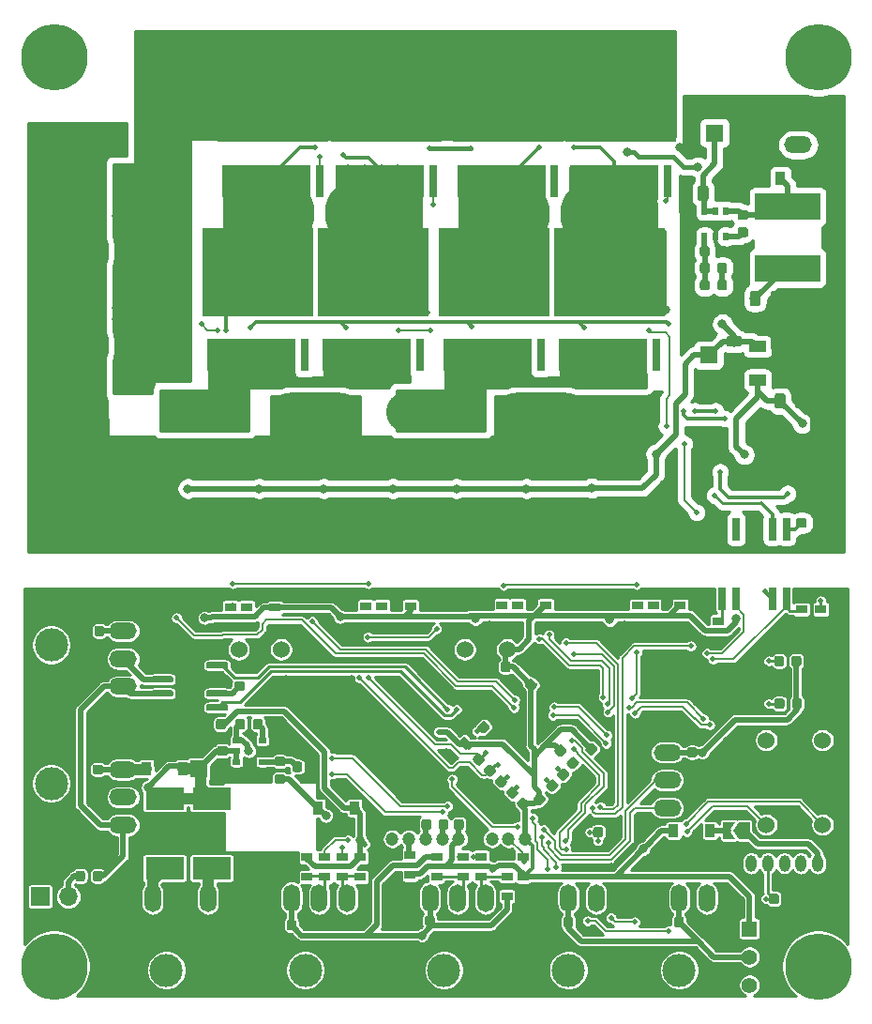
<source format=gbr>
G04 #@! TF.GenerationSoftware,KiCad,Pcbnew,(5.1.4)-1*
G04 #@! TF.CreationDate,2020-03-02T14:52:37+09:00*
G04 #@! TF.ProjectId,SteerMD,53746565-724d-4442-9e6b-696361645f70,rev?*
G04 #@! TF.SameCoordinates,Original*
G04 #@! TF.FileFunction,Copper,L2,Bot*
G04 #@! TF.FilePolarity,Positive*
%FSLAX46Y46*%
G04 Gerber Fmt 4.6, Leading zero omitted, Abs format (unit mm)*
G04 Created by KiCad (PCBNEW (5.1.4)-1) date 2020-03-02 14:52:37*
%MOMM*%
%LPD*%
G04 APERTURE LIST*
%ADD10C,1.524000*%
%ADD11O,8.000000X3.500000*%
%ADD12R,10.000000X8.000000*%
%ADD13R,0.800000X3.000000*%
%ADD14R,8.000000X3.000000*%
%ADD15C,6.000000*%
%ADD16C,0.100000*%
%ADD17C,0.875000*%
%ADD18C,1.200000*%
%ADD19O,1.500000X2.500000*%
%ADD20C,3.000000*%
%ADD21O,2.500000X1.500000*%
%ADD22O,1.000000X1.524000*%
%ADD23C,6.500000*%
%ADD24R,0.900000X1.200000*%
%ADD25R,1.600000X1.600000*%
%ADD26C,1.600000*%
%ADD27C,0.975000*%
%ADD28C,0.300000*%
%ADD29R,1.700000X1.700000*%
%ADD30O,1.700000X1.700000*%
%ADD31R,5.900000X2.450000*%
%ADD32C,0.600000*%
%ADD33R,0.700000X0.510000*%
%ADD34R,0.640000X2.000000*%
%ADD35R,0.510000X0.700000*%
%ADD36C,0.850000*%
%ADD37R,1.500000X1.000000*%
%ADD38R,1.800000X1.000000*%
%ADD39R,1.840000X2.200000*%
%ADD40C,1.000000*%
%ADD41R,3.500000X2.000000*%
%ADD42R,1.397000X1.397000*%
%ADD43C,1.397000*%
%ADD44R,1.000000X0.800000*%
%ADD45C,0.800000*%
%ADD46C,0.500000*%
%ADD47C,1.500000*%
%ADD48C,0.500000*%
%ADD49C,0.250000*%
%ADD50C,0.200000*%
%ADD51C,0.300000*%
%ADD52C,1.000000*%
%ADD53C,0.400000*%
%ADD54C,0.254000*%
G04 APERTURE END LIST*
D10*
X96000000Y-107400000D03*
X94090000Y-107400000D03*
X92180000Y-107400000D03*
D11*
X89090000Y-86000000D03*
X99090000Y-86000000D03*
X119500000Y-86000000D03*
X109500000Y-86000000D03*
D10*
X112590000Y-107400000D03*
X114500000Y-107400000D03*
X116410000Y-107400000D03*
D12*
X104350000Y-73350000D03*
D13*
X108550000Y-80850000D03*
D14*
X103750000Y-80850000D03*
D15*
X124250000Y-68100000D03*
X117250000Y-68100000D03*
X103000000Y-68075000D03*
X96000000Y-68075000D03*
D10*
X144890000Y-115590000D03*
X142350000Y-115590000D03*
X139810000Y-115590000D03*
X139810000Y-123210000D03*
X142350000Y-123210000D03*
X144890000Y-123210000D03*
D16*
G36*
X116527691Y-108501053D02*
G01*
X116548926Y-108504203D01*
X116569750Y-108509419D01*
X116589962Y-108516651D01*
X116609368Y-108525830D01*
X116627781Y-108536866D01*
X116645024Y-108549654D01*
X116660930Y-108564070D01*
X116675346Y-108579976D01*
X116688134Y-108597219D01*
X116699170Y-108615632D01*
X116708349Y-108635038D01*
X116715581Y-108655250D01*
X116720797Y-108676074D01*
X116723947Y-108697309D01*
X116725000Y-108718750D01*
X116725000Y-109231250D01*
X116723947Y-109252691D01*
X116720797Y-109273926D01*
X116715581Y-109294750D01*
X116708349Y-109314962D01*
X116699170Y-109334368D01*
X116688134Y-109352781D01*
X116675346Y-109370024D01*
X116660930Y-109385930D01*
X116645024Y-109400346D01*
X116627781Y-109413134D01*
X116609368Y-109424170D01*
X116589962Y-109433349D01*
X116569750Y-109440581D01*
X116548926Y-109445797D01*
X116527691Y-109448947D01*
X116506250Y-109450000D01*
X116068750Y-109450000D01*
X116047309Y-109448947D01*
X116026074Y-109445797D01*
X116005250Y-109440581D01*
X115985038Y-109433349D01*
X115965632Y-109424170D01*
X115947219Y-109413134D01*
X115929976Y-109400346D01*
X115914070Y-109385930D01*
X115899654Y-109370024D01*
X115886866Y-109352781D01*
X115875830Y-109334368D01*
X115866651Y-109314962D01*
X115859419Y-109294750D01*
X115854203Y-109273926D01*
X115851053Y-109252691D01*
X115850000Y-109231250D01*
X115850000Y-108718750D01*
X115851053Y-108697309D01*
X115854203Y-108676074D01*
X115859419Y-108655250D01*
X115866651Y-108635038D01*
X115875830Y-108615632D01*
X115886866Y-108597219D01*
X115899654Y-108579976D01*
X115914070Y-108564070D01*
X115929976Y-108549654D01*
X115947219Y-108536866D01*
X115965632Y-108525830D01*
X115985038Y-108516651D01*
X116005250Y-108509419D01*
X116026074Y-108504203D01*
X116047309Y-108501053D01*
X116068750Y-108500000D01*
X116506250Y-108500000D01*
X116527691Y-108501053D01*
X116527691Y-108501053D01*
G37*
D17*
X116287500Y-108975000D03*
D16*
G36*
X114952691Y-108501053D02*
G01*
X114973926Y-108504203D01*
X114994750Y-108509419D01*
X115014962Y-108516651D01*
X115034368Y-108525830D01*
X115052781Y-108536866D01*
X115070024Y-108549654D01*
X115085930Y-108564070D01*
X115100346Y-108579976D01*
X115113134Y-108597219D01*
X115124170Y-108615632D01*
X115133349Y-108635038D01*
X115140581Y-108655250D01*
X115145797Y-108676074D01*
X115148947Y-108697309D01*
X115150000Y-108718750D01*
X115150000Y-109231250D01*
X115148947Y-109252691D01*
X115145797Y-109273926D01*
X115140581Y-109294750D01*
X115133349Y-109314962D01*
X115124170Y-109334368D01*
X115113134Y-109352781D01*
X115100346Y-109370024D01*
X115085930Y-109385930D01*
X115070024Y-109400346D01*
X115052781Y-109413134D01*
X115034368Y-109424170D01*
X115014962Y-109433349D01*
X114994750Y-109440581D01*
X114973926Y-109445797D01*
X114952691Y-109448947D01*
X114931250Y-109450000D01*
X114493750Y-109450000D01*
X114472309Y-109448947D01*
X114451074Y-109445797D01*
X114430250Y-109440581D01*
X114410038Y-109433349D01*
X114390632Y-109424170D01*
X114372219Y-109413134D01*
X114354976Y-109400346D01*
X114339070Y-109385930D01*
X114324654Y-109370024D01*
X114311866Y-109352781D01*
X114300830Y-109334368D01*
X114291651Y-109314962D01*
X114284419Y-109294750D01*
X114279203Y-109273926D01*
X114276053Y-109252691D01*
X114275000Y-109231250D01*
X114275000Y-108718750D01*
X114276053Y-108697309D01*
X114279203Y-108676074D01*
X114284419Y-108655250D01*
X114291651Y-108635038D01*
X114300830Y-108615632D01*
X114311866Y-108597219D01*
X114324654Y-108579976D01*
X114339070Y-108564070D01*
X114354976Y-108549654D01*
X114372219Y-108536866D01*
X114390632Y-108525830D01*
X114410038Y-108516651D01*
X114430250Y-108509419D01*
X114451074Y-108504203D01*
X114472309Y-108501053D01*
X114493750Y-108500000D01*
X114931250Y-108500000D01*
X114952691Y-108501053D01*
X114952691Y-108501053D01*
G37*
D17*
X114712500Y-108975000D03*
D18*
X118050000Y-124500000D03*
X116550000Y-124500000D03*
X115050000Y-124500000D03*
X113550000Y-124500000D03*
X112050000Y-124500000D03*
X110550000Y-124500000D03*
X109050000Y-124500000D03*
X107550000Y-124500000D03*
X106050000Y-124500000D03*
D19*
X81900000Y-129850000D03*
X84400000Y-129850000D03*
X86900000Y-129850000D03*
X89400000Y-129850000D03*
D20*
X85650000Y-136350000D03*
D16*
G36*
X116851771Y-119789580D02*
G01*
X116873006Y-119792730D01*
X116893830Y-119797946D01*
X116914042Y-119805178D01*
X116933448Y-119814357D01*
X116951861Y-119825393D01*
X116969104Y-119838181D01*
X116985010Y-119852597D01*
X117347403Y-120214990D01*
X117361819Y-120230896D01*
X117374607Y-120248139D01*
X117385643Y-120266552D01*
X117394822Y-120285958D01*
X117402054Y-120306170D01*
X117407270Y-120326994D01*
X117410420Y-120348229D01*
X117411473Y-120369670D01*
X117410420Y-120391111D01*
X117407270Y-120412346D01*
X117402054Y-120433170D01*
X117394822Y-120453382D01*
X117385643Y-120472788D01*
X117374607Y-120491201D01*
X117361819Y-120508444D01*
X117347403Y-120524350D01*
X117038044Y-120833709D01*
X117022138Y-120848125D01*
X117004895Y-120860913D01*
X116986482Y-120871949D01*
X116967076Y-120881128D01*
X116946864Y-120888360D01*
X116926040Y-120893576D01*
X116904805Y-120896726D01*
X116883364Y-120897779D01*
X116861923Y-120896726D01*
X116840688Y-120893576D01*
X116819864Y-120888360D01*
X116799652Y-120881128D01*
X116780246Y-120871949D01*
X116761833Y-120860913D01*
X116744590Y-120848125D01*
X116728684Y-120833709D01*
X116366291Y-120471316D01*
X116351875Y-120455410D01*
X116339087Y-120438167D01*
X116328051Y-120419754D01*
X116318872Y-120400348D01*
X116311640Y-120380136D01*
X116306424Y-120359312D01*
X116303274Y-120338077D01*
X116302221Y-120316636D01*
X116303274Y-120295195D01*
X116306424Y-120273960D01*
X116311640Y-120253136D01*
X116318872Y-120232924D01*
X116328051Y-120213518D01*
X116339087Y-120195105D01*
X116351875Y-120177862D01*
X116366291Y-120161956D01*
X116675650Y-119852597D01*
X116691556Y-119838181D01*
X116708799Y-119825393D01*
X116727212Y-119814357D01*
X116746618Y-119805178D01*
X116766830Y-119797946D01*
X116787654Y-119792730D01*
X116808889Y-119789580D01*
X116830330Y-119788527D01*
X116851771Y-119789580D01*
X116851771Y-119789580D01*
G37*
D17*
X116856847Y-120343153D03*
D16*
G36*
X115738077Y-120903274D02*
G01*
X115759312Y-120906424D01*
X115780136Y-120911640D01*
X115800348Y-120918872D01*
X115819754Y-120928051D01*
X115838167Y-120939087D01*
X115855410Y-120951875D01*
X115871316Y-120966291D01*
X116233709Y-121328684D01*
X116248125Y-121344590D01*
X116260913Y-121361833D01*
X116271949Y-121380246D01*
X116281128Y-121399652D01*
X116288360Y-121419864D01*
X116293576Y-121440688D01*
X116296726Y-121461923D01*
X116297779Y-121483364D01*
X116296726Y-121504805D01*
X116293576Y-121526040D01*
X116288360Y-121546864D01*
X116281128Y-121567076D01*
X116271949Y-121586482D01*
X116260913Y-121604895D01*
X116248125Y-121622138D01*
X116233709Y-121638044D01*
X115924350Y-121947403D01*
X115908444Y-121961819D01*
X115891201Y-121974607D01*
X115872788Y-121985643D01*
X115853382Y-121994822D01*
X115833170Y-122002054D01*
X115812346Y-122007270D01*
X115791111Y-122010420D01*
X115769670Y-122011473D01*
X115748229Y-122010420D01*
X115726994Y-122007270D01*
X115706170Y-122002054D01*
X115685958Y-121994822D01*
X115666552Y-121985643D01*
X115648139Y-121974607D01*
X115630896Y-121961819D01*
X115614990Y-121947403D01*
X115252597Y-121585010D01*
X115238181Y-121569104D01*
X115225393Y-121551861D01*
X115214357Y-121533448D01*
X115205178Y-121514042D01*
X115197946Y-121493830D01*
X115192730Y-121473006D01*
X115189580Y-121451771D01*
X115188527Y-121430330D01*
X115189580Y-121408889D01*
X115192730Y-121387654D01*
X115197946Y-121366830D01*
X115205178Y-121346618D01*
X115214357Y-121327212D01*
X115225393Y-121308799D01*
X115238181Y-121291556D01*
X115252597Y-121275650D01*
X115561956Y-120966291D01*
X115577862Y-120951875D01*
X115595105Y-120939087D01*
X115613518Y-120928051D01*
X115632924Y-120918872D01*
X115653136Y-120911640D01*
X115673960Y-120906424D01*
X115695195Y-120903274D01*
X115716636Y-120902221D01*
X115738077Y-120903274D01*
X115738077Y-120903274D01*
G37*
D17*
X115743153Y-121456847D03*
D21*
X81750000Y-115750000D03*
X81750000Y-118250000D03*
X81750000Y-120750000D03*
X81750000Y-123250000D03*
D20*
X75250000Y-119500000D03*
X75250000Y-107000000D03*
D21*
X81750000Y-110750000D03*
X81750000Y-108250000D03*
X81750000Y-105750000D03*
X81750000Y-103250000D03*
D20*
X98200000Y-136350000D03*
D19*
X101950000Y-129850000D03*
X99450000Y-129850000D03*
X96950000Y-129850000D03*
X94450000Y-129850000D03*
X106950000Y-129850000D03*
X109450000Y-129850000D03*
X111950000Y-129850000D03*
X114450000Y-129850000D03*
D20*
X110700000Y-136350000D03*
D21*
X142700000Y-59400000D03*
X142700000Y-61900000D03*
X130875000Y-121700000D03*
X130875000Y-119200000D03*
X130875000Y-116700000D03*
X130875000Y-114200000D03*
D22*
X145950000Y-126700000D03*
X144450000Y-126700000D03*
X142950000Y-126700000D03*
X141450000Y-126700000D03*
X139950000Y-126700000D03*
X138450000Y-126700000D03*
D23*
X77200000Y-80000000D03*
X84200000Y-80000000D03*
X84200000Y-71500000D03*
X77200000Y-71500000D03*
D16*
G36*
X113241111Y-112764580D02*
G01*
X113262346Y-112767730D01*
X113283170Y-112772946D01*
X113303382Y-112780178D01*
X113322788Y-112789357D01*
X113341201Y-112800393D01*
X113358444Y-112813181D01*
X113374350Y-112827597D01*
X113683709Y-113136956D01*
X113698125Y-113152862D01*
X113710913Y-113170105D01*
X113721949Y-113188518D01*
X113731128Y-113207924D01*
X113738360Y-113228136D01*
X113743576Y-113248960D01*
X113746726Y-113270195D01*
X113747779Y-113291636D01*
X113746726Y-113313077D01*
X113743576Y-113334312D01*
X113738360Y-113355136D01*
X113731128Y-113375348D01*
X113721949Y-113394754D01*
X113710913Y-113413167D01*
X113698125Y-113430410D01*
X113683709Y-113446316D01*
X113321316Y-113808709D01*
X113305410Y-113823125D01*
X113288167Y-113835913D01*
X113269754Y-113846949D01*
X113250348Y-113856128D01*
X113230136Y-113863360D01*
X113209312Y-113868576D01*
X113188077Y-113871726D01*
X113166636Y-113872779D01*
X113145195Y-113871726D01*
X113123960Y-113868576D01*
X113103136Y-113863360D01*
X113082924Y-113856128D01*
X113063518Y-113846949D01*
X113045105Y-113835913D01*
X113027862Y-113823125D01*
X113011956Y-113808709D01*
X112702597Y-113499350D01*
X112688181Y-113483444D01*
X112675393Y-113466201D01*
X112664357Y-113447788D01*
X112655178Y-113428382D01*
X112647946Y-113408170D01*
X112642730Y-113387346D01*
X112639580Y-113366111D01*
X112638527Y-113344670D01*
X112639580Y-113323229D01*
X112642730Y-113301994D01*
X112647946Y-113281170D01*
X112655178Y-113260958D01*
X112664357Y-113241552D01*
X112675393Y-113223139D01*
X112688181Y-113205896D01*
X112702597Y-113189990D01*
X113064990Y-112827597D01*
X113080896Y-112813181D01*
X113098139Y-112800393D01*
X113116552Y-112789357D01*
X113135958Y-112780178D01*
X113156170Y-112772946D01*
X113176994Y-112767730D01*
X113198229Y-112764580D01*
X113219670Y-112763527D01*
X113241111Y-112764580D01*
X113241111Y-112764580D01*
G37*
D17*
X113193153Y-113318153D03*
D16*
G36*
X114354805Y-113878274D02*
G01*
X114376040Y-113881424D01*
X114396864Y-113886640D01*
X114417076Y-113893872D01*
X114436482Y-113903051D01*
X114454895Y-113914087D01*
X114472138Y-113926875D01*
X114488044Y-113941291D01*
X114797403Y-114250650D01*
X114811819Y-114266556D01*
X114824607Y-114283799D01*
X114835643Y-114302212D01*
X114844822Y-114321618D01*
X114852054Y-114341830D01*
X114857270Y-114362654D01*
X114860420Y-114383889D01*
X114861473Y-114405330D01*
X114860420Y-114426771D01*
X114857270Y-114448006D01*
X114852054Y-114468830D01*
X114844822Y-114489042D01*
X114835643Y-114508448D01*
X114824607Y-114526861D01*
X114811819Y-114544104D01*
X114797403Y-114560010D01*
X114435010Y-114922403D01*
X114419104Y-114936819D01*
X114401861Y-114949607D01*
X114383448Y-114960643D01*
X114364042Y-114969822D01*
X114343830Y-114977054D01*
X114323006Y-114982270D01*
X114301771Y-114985420D01*
X114280330Y-114986473D01*
X114258889Y-114985420D01*
X114237654Y-114982270D01*
X114216830Y-114977054D01*
X114196618Y-114969822D01*
X114177212Y-114960643D01*
X114158799Y-114949607D01*
X114141556Y-114936819D01*
X114125650Y-114922403D01*
X113816291Y-114613044D01*
X113801875Y-114597138D01*
X113789087Y-114579895D01*
X113778051Y-114561482D01*
X113768872Y-114542076D01*
X113761640Y-114521864D01*
X113756424Y-114501040D01*
X113753274Y-114479805D01*
X113752221Y-114458364D01*
X113753274Y-114436923D01*
X113756424Y-114415688D01*
X113761640Y-114394864D01*
X113768872Y-114374652D01*
X113778051Y-114355246D01*
X113789087Y-114336833D01*
X113801875Y-114319590D01*
X113816291Y-114303684D01*
X114178684Y-113941291D01*
X114194590Y-113926875D01*
X114211833Y-113914087D01*
X114230246Y-113903051D01*
X114249652Y-113893872D01*
X114269864Y-113886640D01*
X114290688Y-113881424D01*
X114311923Y-113878274D01*
X114333364Y-113877221D01*
X114354805Y-113878274D01*
X114354805Y-113878274D01*
G37*
D17*
X114306847Y-114431847D03*
D24*
X141100000Y-64950000D03*
X137800000Y-64950000D03*
D14*
X93350000Y-80850000D03*
D13*
X98150000Y-80850000D03*
D12*
X93950000Y-73350000D03*
D24*
X87150000Y-118150000D03*
X83850000Y-118150000D03*
D16*
G36*
X79677691Y-127376053D02*
G01*
X79698926Y-127379203D01*
X79719750Y-127384419D01*
X79739962Y-127391651D01*
X79759368Y-127400830D01*
X79777781Y-127411866D01*
X79795024Y-127424654D01*
X79810930Y-127439070D01*
X79825346Y-127454976D01*
X79838134Y-127472219D01*
X79849170Y-127490632D01*
X79858349Y-127510038D01*
X79865581Y-127530250D01*
X79870797Y-127551074D01*
X79873947Y-127572309D01*
X79875000Y-127593750D01*
X79875000Y-128106250D01*
X79873947Y-128127691D01*
X79870797Y-128148926D01*
X79865581Y-128169750D01*
X79858349Y-128189962D01*
X79849170Y-128209368D01*
X79838134Y-128227781D01*
X79825346Y-128245024D01*
X79810930Y-128260930D01*
X79795024Y-128275346D01*
X79777781Y-128288134D01*
X79759368Y-128299170D01*
X79739962Y-128308349D01*
X79719750Y-128315581D01*
X79698926Y-128320797D01*
X79677691Y-128323947D01*
X79656250Y-128325000D01*
X79218750Y-128325000D01*
X79197309Y-128323947D01*
X79176074Y-128320797D01*
X79155250Y-128315581D01*
X79135038Y-128308349D01*
X79115632Y-128299170D01*
X79097219Y-128288134D01*
X79079976Y-128275346D01*
X79064070Y-128260930D01*
X79049654Y-128245024D01*
X79036866Y-128227781D01*
X79025830Y-128209368D01*
X79016651Y-128189962D01*
X79009419Y-128169750D01*
X79004203Y-128148926D01*
X79001053Y-128127691D01*
X79000000Y-128106250D01*
X79000000Y-127593750D01*
X79001053Y-127572309D01*
X79004203Y-127551074D01*
X79009419Y-127530250D01*
X79016651Y-127510038D01*
X79025830Y-127490632D01*
X79036866Y-127472219D01*
X79049654Y-127454976D01*
X79064070Y-127439070D01*
X79079976Y-127424654D01*
X79097219Y-127411866D01*
X79115632Y-127400830D01*
X79135038Y-127391651D01*
X79155250Y-127384419D01*
X79176074Y-127379203D01*
X79197309Y-127376053D01*
X79218750Y-127375000D01*
X79656250Y-127375000D01*
X79677691Y-127376053D01*
X79677691Y-127376053D01*
G37*
D17*
X79437500Y-127850000D03*
D16*
G36*
X78102691Y-127376053D02*
G01*
X78123926Y-127379203D01*
X78144750Y-127384419D01*
X78164962Y-127391651D01*
X78184368Y-127400830D01*
X78202781Y-127411866D01*
X78220024Y-127424654D01*
X78235930Y-127439070D01*
X78250346Y-127454976D01*
X78263134Y-127472219D01*
X78274170Y-127490632D01*
X78283349Y-127510038D01*
X78290581Y-127530250D01*
X78295797Y-127551074D01*
X78298947Y-127572309D01*
X78300000Y-127593750D01*
X78300000Y-128106250D01*
X78298947Y-128127691D01*
X78295797Y-128148926D01*
X78290581Y-128169750D01*
X78283349Y-128189962D01*
X78274170Y-128209368D01*
X78263134Y-128227781D01*
X78250346Y-128245024D01*
X78235930Y-128260930D01*
X78220024Y-128275346D01*
X78202781Y-128288134D01*
X78184368Y-128299170D01*
X78164962Y-128308349D01*
X78144750Y-128315581D01*
X78123926Y-128320797D01*
X78102691Y-128323947D01*
X78081250Y-128325000D01*
X77643750Y-128325000D01*
X77622309Y-128323947D01*
X77601074Y-128320797D01*
X77580250Y-128315581D01*
X77560038Y-128308349D01*
X77540632Y-128299170D01*
X77522219Y-128288134D01*
X77504976Y-128275346D01*
X77489070Y-128260930D01*
X77474654Y-128245024D01*
X77461866Y-128227781D01*
X77450830Y-128209368D01*
X77441651Y-128189962D01*
X77434419Y-128169750D01*
X77429203Y-128148926D01*
X77426053Y-128127691D01*
X77425000Y-128106250D01*
X77425000Y-127593750D01*
X77426053Y-127572309D01*
X77429203Y-127551074D01*
X77434419Y-127530250D01*
X77441651Y-127510038D01*
X77450830Y-127490632D01*
X77461866Y-127472219D01*
X77474654Y-127454976D01*
X77489070Y-127439070D01*
X77504976Y-127424654D01*
X77522219Y-127411866D01*
X77540632Y-127400830D01*
X77560038Y-127391651D01*
X77580250Y-127384419D01*
X77601074Y-127379203D01*
X77622309Y-127376053D01*
X77643750Y-127375000D01*
X78081250Y-127375000D01*
X78102691Y-127376053D01*
X78102691Y-127376053D01*
G37*
D17*
X77862500Y-127850000D03*
D16*
G36*
X115851771Y-118789580D02*
G01*
X115873006Y-118792730D01*
X115893830Y-118797946D01*
X115914042Y-118805178D01*
X115933448Y-118814357D01*
X115951861Y-118825393D01*
X115969104Y-118838181D01*
X115985010Y-118852597D01*
X116347403Y-119214990D01*
X116361819Y-119230896D01*
X116374607Y-119248139D01*
X116385643Y-119266552D01*
X116394822Y-119285958D01*
X116402054Y-119306170D01*
X116407270Y-119326994D01*
X116410420Y-119348229D01*
X116411473Y-119369670D01*
X116410420Y-119391111D01*
X116407270Y-119412346D01*
X116402054Y-119433170D01*
X116394822Y-119453382D01*
X116385643Y-119472788D01*
X116374607Y-119491201D01*
X116361819Y-119508444D01*
X116347403Y-119524350D01*
X116038044Y-119833709D01*
X116022138Y-119848125D01*
X116004895Y-119860913D01*
X115986482Y-119871949D01*
X115967076Y-119881128D01*
X115946864Y-119888360D01*
X115926040Y-119893576D01*
X115904805Y-119896726D01*
X115883364Y-119897779D01*
X115861923Y-119896726D01*
X115840688Y-119893576D01*
X115819864Y-119888360D01*
X115799652Y-119881128D01*
X115780246Y-119871949D01*
X115761833Y-119860913D01*
X115744590Y-119848125D01*
X115728684Y-119833709D01*
X115366291Y-119471316D01*
X115351875Y-119455410D01*
X115339087Y-119438167D01*
X115328051Y-119419754D01*
X115318872Y-119400348D01*
X115311640Y-119380136D01*
X115306424Y-119359312D01*
X115303274Y-119338077D01*
X115302221Y-119316636D01*
X115303274Y-119295195D01*
X115306424Y-119273960D01*
X115311640Y-119253136D01*
X115318872Y-119232924D01*
X115328051Y-119213518D01*
X115339087Y-119195105D01*
X115351875Y-119177862D01*
X115366291Y-119161956D01*
X115675650Y-118852597D01*
X115691556Y-118838181D01*
X115708799Y-118825393D01*
X115727212Y-118814357D01*
X115746618Y-118805178D01*
X115766830Y-118797946D01*
X115787654Y-118792730D01*
X115808889Y-118789580D01*
X115830330Y-118788527D01*
X115851771Y-118789580D01*
X115851771Y-118789580D01*
G37*
D17*
X115856847Y-119343153D03*
D16*
G36*
X114738077Y-119903274D02*
G01*
X114759312Y-119906424D01*
X114780136Y-119911640D01*
X114800348Y-119918872D01*
X114819754Y-119928051D01*
X114838167Y-119939087D01*
X114855410Y-119951875D01*
X114871316Y-119966291D01*
X115233709Y-120328684D01*
X115248125Y-120344590D01*
X115260913Y-120361833D01*
X115271949Y-120380246D01*
X115281128Y-120399652D01*
X115288360Y-120419864D01*
X115293576Y-120440688D01*
X115296726Y-120461923D01*
X115297779Y-120483364D01*
X115296726Y-120504805D01*
X115293576Y-120526040D01*
X115288360Y-120546864D01*
X115281128Y-120567076D01*
X115271949Y-120586482D01*
X115260913Y-120604895D01*
X115248125Y-120622138D01*
X115233709Y-120638044D01*
X114924350Y-120947403D01*
X114908444Y-120961819D01*
X114891201Y-120974607D01*
X114872788Y-120985643D01*
X114853382Y-120994822D01*
X114833170Y-121002054D01*
X114812346Y-121007270D01*
X114791111Y-121010420D01*
X114769670Y-121011473D01*
X114748229Y-121010420D01*
X114726994Y-121007270D01*
X114706170Y-121002054D01*
X114685958Y-120994822D01*
X114666552Y-120985643D01*
X114648139Y-120974607D01*
X114630896Y-120961819D01*
X114614990Y-120947403D01*
X114252597Y-120585010D01*
X114238181Y-120569104D01*
X114225393Y-120551861D01*
X114214357Y-120533448D01*
X114205178Y-120514042D01*
X114197946Y-120493830D01*
X114192730Y-120473006D01*
X114189580Y-120451771D01*
X114188527Y-120430330D01*
X114189580Y-120408889D01*
X114192730Y-120387654D01*
X114197946Y-120366830D01*
X114205178Y-120346618D01*
X114214357Y-120327212D01*
X114225393Y-120308799D01*
X114238181Y-120291556D01*
X114252597Y-120275650D01*
X114561956Y-119966291D01*
X114577862Y-119951875D01*
X114595105Y-119939087D01*
X114613518Y-119928051D01*
X114632924Y-119918872D01*
X114653136Y-119911640D01*
X114673960Y-119906424D01*
X114695195Y-119903274D01*
X114716636Y-119902221D01*
X114738077Y-119903274D01*
X114738077Y-119903274D01*
G37*
D17*
X114743153Y-120456847D03*
D16*
G36*
X142327691Y-129426053D02*
G01*
X142348926Y-129429203D01*
X142369750Y-129434419D01*
X142389962Y-129441651D01*
X142409368Y-129450830D01*
X142427781Y-129461866D01*
X142445024Y-129474654D01*
X142460930Y-129489070D01*
X142475346Y-129504976D01*
X142488134Y-129522219D01*
X142499170Y-129540632D01*
X142508349Y-129560038D01*
X142515581Y-129580250D01*
X142520797Y-129601074D01*
X142523947Y-129622309D01*
X142525000Y-129643750D01*
X142525000Y-130156250D01*
X142523947Y-130177691D01*
X142520797Y-130198926D01*
X142515581Y-130219750D01*
X142508349Y-130239962D01*
X142499170Y-130259368D01*
X142488134Y-130277781D01*
X142475346Y-130295024D01*
X142460930Y-130310930D01*
X142445024Y-130325346D01*
X142427781Y-130338134D01*
X142409368Y-130349170D01*
X142389962Y-130358349D01*
X142369750Y-130365581D01*
X142348926Y-130370797D01*
X142327691Y-130373947D01*
X142306250Y-130375000D01*
X141868750Y-130375000D01*
X141847309Y-130373947D01*
X141826074Y-130370797D01*
X141805250Y-130365581D01*
X141785038Y-130358349D01*
X141765632Y-130349170D01*
X141747219Y-130338134D01*
X141729976Y-130325346D01*
X141714070Y-130310930D01*
X141699654Y-130295024D01*
X141686866Y-130277781D01*
X141675830Y-130259368D01*
X141666651Y-130239962D01*
X141659419Y-130219750D01*
X141654203Y-130198926D01*
X141651053Y-130177691D01*
X141650000Y-130156250D01*
X141650000Y-129643750D01*
X141651053Y-129622309D01*
X141654203Y-129601074D01*
X141659419Y-129580250D01*
X141666651Y-129560038D01*
X141675830Y-129540632D01*
X141686866Y-129522219D01*
X141699654Y-129504976D01*
X141714070Y-129489070D01*
X141729976Y-129474654D01*
X141747219Y-129461866D01*
X141765632Y-129450830D01*
X141785038Y-129441651D01*
X141805250Y-129434419D01*
X141826074Y-129429203D01*
X141847309Y-129426053D01*
X141868750Y-129425000D01*
X142306250Y-129425000D01*
X142327691Y-129426053D01*
X142327691Y-129426053D01*
G37*
D17*
X142087500Y-129900000D03*
D16*
G36*
X140752691Y-129426053D02*
G01*
X140773926Y-129429203D01*
X140794750Y-129434419D01*
X140814962Y-129441651D01*
X140834368Y-129450830D01*
X140852781Y-129461866D01*
X140870024Y-129474654D01*
X140885930Y-129489070D01*
X140900346Y-129504976D01*
X140913134Y-129522219D01*
X140924170Y-129540632D01*
X140933349Y-129560038D01*
X140940581Y-129580250D01*
X140945797Y-129601074D01*
X140948947Y-129622309D01*
X140950000Y-129643750D01*
X140950000Y-130156250D01*
X140948947Y-130177691D01*
X140945797Y-130198926D01*
X140940581Y-130219750D01*
X140933349Y-130239962D01*
X140924170Y-130259368D01*
X140913134Y-130277781D01*
X140900346Y-130295024D01*
X140885930Y-130310930D01*
X140870024Y-130325346D01*
X140852781Y-130338134D01*
X140834368Y-130349170D01*
X140814962Y-130358349D01*
X140794750Y-130365581D01*
X140773926Y-130370797D01*
X140752691Y-130373947D01*
X140731250Y-130375000D01*
X140293750Y-130375000D01*
X140272309Y-130373947D01*
X140251074Y-130370797D01*
X140230250Y-130365581D01*
X140210038Y-130358349D01*
X140190632Y-130349170D01*
X140172219Y-130338134D01*
X140154976Y-130325346D01*
X140139070Y-130310930D01*
X140124654Y-130295024D01*
X140111866Y-130277781D01*
X140100830Y-130259368D01*
X140091651Y-130239962D01*
X140084419Y-130219750D01*
X140079203Y-130198926D01*
X140076053Y-130177691D01*
X140075000Y-130156250D01*
X140075000Y-129643750D01*
X140076053Y-129622309D01*
X140079203Y-129601074D01*
X140084419Y-129580250D01*
X140091651Y-129560038D01*
X140100830Y-129540632D01*
X140111866Y-129522219D01*
X140124654Y-129504976D01*
X140139070Y-129489070D01*
X140154976Y-129474654D01*
X140172219Y-129461866D01*
X140190632Y-129450830D01*
X140210038Y-129441651D01*
X140230250Y-129434419D01*
X140251074Y-129429203D01*
X140272309Y-129426053D01*
X140293750Y-129425000D01*
X140731250Y-129425000D01*
X140752691Y-129426053D01*
X140752691Y-129426053D01*
G37*
D17*
X140512500Y-129900000D03*
D16*
G36*
X119391111Y-120364580D02*
G01*
X119412346Y-120367730D01*
X119433170Y-120372946D01*
X119453382Y-120380178D01*
X119472788Y-120389357D01*
X119491201Y-120400393D01*
X119508444Y-120413181D01*
X119524350Y-120427597D01*
X119833709Y-120736956D01*
X119848125Y-120752862D01*
X119860913Y-120770105D01*
X119871949Y-120788518D01*
X119881128Y-120807924D01*
X119888360Y-120828136D01*
X119893576Y-120848960D01*
X119896726Y-120870195D01*
X119897779Y-120891636D01*
X119896726Y-120913077D01*
X119893576Y-120934312D01*
X119888360Y-120955136D01*
X119881128Y-120975348D01*
X119871949Y-120994754D01*
X119860913Y-121013167D01*
X119848125Y-121030410D01*
X119833709Y-121046316D01*
X119471316Y-121408709D01*
X119455410Y-121423125D01*
X119438167Y-121435913D01*
X119419754Y-121446949D01*
X119400348Y-121456128D01*
X119380136Y-121463360D01*
X119359312Y-121468576D01*
X119338077Y-121471726D01*
X119316636Y-121472779D01*
X119295195Y-121471726D01*
X119273960Y-121468576D01*
X119253136Y-121463360D01*
X119232924Y-121456128D01*
X119213518Y-121446949D01*
X119195105Y-121435913D01*
X119177862Y-121423125D01*
X119161956Y-121408709D01*
X118852597Y-121099350D01*
X118838181Y-121083444D01*
X118825393Y-121066201D01*
X118814357Y-121047788D01*
X118805178Y-121028382D01*
X118797946Y-121008170D01*
X118792730Y-120987346D01*
X118789580Y-120966111D01*
X118788527Y-120944670D01*
X118789580Y-120923229D01*
X118792730Y-120901994D01*
X118797946Y-120881170D01*
X118805178Y-120860958D01*
X118814357Y-120841552D01*
X118825393Y-120823139D01*
X118838181Y-120805896D01*
X118852597Y-120789990D01*
X119214990Y-120427597D01*
X119230896Y-120413181D01*
X119248139Y-120400393D01*
X119266552Y-120389357D01*
X119285958Y-120380178D01*
X119306170Y-120372946D01*
X119326994Y-120367730D01*
X119348229Y-120364580D01*
X119369670Y-120363527D01*
X119391111Y-120364580D01*
X119391111Y-120364580D01*
G37*
D17*
X119343153Y-120918153D03*
D16*
G36*
X120504805Y-121478274D02*
G01*
X120526040Y-121481424D01*
X120546864Y-121486640D01*
X120567076Y-121493872D01*
X120586482Y-121503051D01*
X120604895Y-121514087D01*
X120622138Y-121526875D01*
X120638044Y-121541291D01*
X120947403Y-121850650D01*
X120961819Y-121866556D01*
X120974607Y-121883799D01*
X120985643Y-121902212D01*
X120994822Y-121921618D01*
X121002054Y-121941830D01*
X121007270Y-121962654D01*
X121010420Y-121983889D01*
X121011473Y-122005330D01*
X121010420Y-122026771D01*
X121007270Y-122048006D01*
X121002054Y-122068830D01*
X120994822Y-122089042D01*
X120985643Y-122108448D01*
X120974607Y-122126861D01*
X120961819Y-122144104D01*
X120947403Y-122160010D01*
X120585010Y-122522403D01*
X120569104Y-122536819D01*
X120551861Y-122549607D01*
X120533448Y-122560643D01*
X120514042Y-122569822D01*
X120493830Y-122577054D01*
X120473006Y-122582270D01*
X120451771Y-122585420D01*
X120430330Y-122586473D01*
X120408889Y-122585420D01*
X120387654Y-122582270D01*
X120366830Y-122577054D01*
X120346618Y-122569822D01*
X120327212Y-122560643D01*
X120308799Y-122549607D01*
X120291556Y-122536819D01*
X120275650Y-122522403D01*
X119966291Y-122213044D01*
X119951875Y-122197138D01*
X119939087Y-122179895D01*
X119928051Y-122161482D01*
X119918872Y-122142076D01*
X119911640Y-122121864D01*
X119906424Y-122101040D01*
X119903274Y-122079805D01*
X119902221Y-122058364D01*
X119903274Y-122036923D01*
X119906424Y-122015688D01*
X119911640Y-121994864D01*
X119918872Y-121974652D01*
X119928051Y-121955246D01*
X119939087Y-121936833D01*
X119951875Y-121919590D01*
X119966291Y-121903684D01*
X120328684Y-121541291D01*
X120344590Y-121526875D01*
X120361833Y-121514087D01*
X120380246Y-121503051D01*
X120399652Y-121493872D01*
X120419864Y-121486640D01*
X120440688Y-121481424D01*
X120461923Y-121478274D01*
X120483364Y-121477221D01*
X120504805Y-121478274D01*
X120504805Y-121478274D01*
G37*
D17*
X120456847Y-122031847D03*
D16*
G36*
X125204805Y-116978274D02*
G01*
X125226040Y-116981424D01*
X125246864Y-116986640D01*
X125267076Y-116993872D01*
X125286482Y-117003051D01*
X125304895Y-117014087D01*
X125322138Y-117026875D01*
X125338044Y-117041291D01*
X125647403Y-117350650D01*
X125661819Y-117366556D01*
X125674607Y-117383799D01*
X125685643Y-117402212D01*
X125694822Y-117421618D01*
X125702054Y-117441830D01*
X125707270Y-117462654D01*
X125710420Y-117483889D01*
X125711473Y-117505330D01*
X125710420Y-117526771D01*
X125707270Y-117548006D01*
X125702054Y-117568830D01*
X125694822Y-117589042D01*
X125685643Y-117608448D01*
X125674607Y-117626861D01*
X125661819Y-117644104D01*
X125647403Y-117660010D01*
X125285010Y-118022403D01*
X125269104Y-118036819D01*
X125251861Y-118049607D01*
X125233448Y-118060643D01*
X125214042Y-118069822D01*
X125193830Y-118077054D01*
X125173006Y-118082270D01*
X125151771Y-118085420D01*
X125130330Y-118086473D01*
X125108889Y-118085420D01*
X125087654Y-118082270D01*
X125066830Y-118077054D01*
X125046618Y-118069822D01*
X125027212Y-118060643D01*
X125008799Y-118049607D01*
X124991556Y-118036819D01*
X124975650Y-118022403D01*
X124666291Y-117713044D01*
X124651875Y-117697138D01*
X124639087Y-117679895D01*
X124628051Y-117661482D01*
X124618872Y-117642076D01*
X124611640Y-117621864D01*
X124606424Y-117601040D01*
X124603274Y-117579805D01*
X124602221Y-117558364D01*
X124603274Y-117536923D01*
X124606424Y-117515688D01*
X124611640Y-117494864D01*
X124618872Y-117474652D01*
X124628051Y-117455246D01*
X124639087Y-117436833D01*
X124651875Y-117419590D01*
X124666291Y-117403684D01*
X125028684Y-117041291D01*
X125044590Y-117026875D01*
X125061833Y-117014087D01*
X125080246Y-117003051D01*
X125099652Y-116993872D01*
X125119864Y-116986640D01*
X125140688Y-116981424D01*
X125161923Y-116978274D01*
X125183364Y-116977221D01*
X125204805Y-116978274D01*
X125204805Y-116978274D01*
G37*
D17*
X125156847Y-117531847D03*
D16*
G36*
X124091111Y-115864580D02*
G01*
X124112346Y-115867730D01*
X124133170Y-115872946D01*
X124153382Y-115880178D01*
X124172788Y-115889357D01*
X124191201Y-115900393D01*
X124208444Y-115913181D01*
X124224350Y-115927597D01*
X124533709Y-116236956D01*
X124548125Y-116252862D01*
X124560913Y-116270105D01*
X124571949Y-116288518D01*
X124581128Y-116307924D01*
X124588360Y-116328136D01*
X124593576Y-116348960D01*
X124596726Y-116370195D01*
X124597779Y-116391636D01*
X124596726Y-116413077D01*
X124593576Y-116434312D01*
X124588360Y-116455136D01*
X124581128Y-116475348D01*
X124571949Y-116494754D01*
X124560913Y-116513167D01*
X124548125Y-116530410D01*
X124533709Y-116546316D01*
X124171316Y-116908709D01*
X124155410Y-116923125D01*
X124138167Y-116935913D01*
X124119754Y-116946949D01*
X124100348Y-116956128D01*
X124080136Y-116963360D01*
X124059312Y-116968576D01*
X124038077Y-116971726D01*
X124016636Y-116972779D01*
X123995195Y-116971726D01*
X123973960Y-116968576D01*
X123953136Y-116963360D01*
X123932924Y-116956128D01*
X123913518Y-116946949D01*
X123895105Y-116935913D01*
X123877862Y-116923125D01*
X123861956Y-116908709D01*
X123552597Y-116599350D01*
X123538181Y-116583444D01*
X123525393Y-116566201D01*
X123514357Y-116547788D01*
X123505178Y-116528382D01*
X123497946Y-116508170D01*
X123492730Y-116487346D01*
X123489580Y-116466111D01*
X123488527Y-116444670D01*
X123489580Y-116423229D01*
X123492730Y-116401994D01*
X123497946Y-116381170D01*
X123505178Y-116360958D01*
X123514357Y-116341552D01*
X123525393Y-116323139D01*
X123538181Y-116305896D01*
X123552597Y-116289990D01*
X123914990Y-115927597D01*
X123930896Y-115913181D01*
X123948139Y-115900393D01*
X123966552Y-115889357D01*
X123985958Y-115880178D01*
X124006170Y-115872946D01*
X124026994Y-115867730D01*
X124048229Y-115864580D01*
X124069670Y-115863527D01*
X124091111Y-115864580D01*
X124091111Y-115864580D01*
G37*
D17*
X124043153Y-116418153D03*
D16*
G36*
X79827691Y-105276053D02*
G01*
X79848926Y-105279203D01*
X79869750Y-105284419D01*
X79889962Y-105291651D01*
X79909368Y-105300830D01*
X79927781Y-105311866D01*
X79945024Y-105324654D01*
X79960930Y-105339070D01*
X79975346Y-105354976D01*
X79988134Y-105372219D01*
X79999170Y-105390632D01*
X80008349Y-105410038D01*
X80015581Y-105430250D01*
X80020797Y-105451074D01*
X80023947Y-105472309D01*
X80025000Y-105493750D01*
X80025000Y-106006250D01*
X80023947Y-106027691D01*
X80020797Y-106048926D01*
X80015581Y-106069750D01*
X80008349Y-106089962D01*
X79999170Y-106109368D01*
X79988134Y-106127781D01*
X79975346Y-106145024D01*
X79960930Y-106160930D01*
X79945024Y-106175346D01*
X79927781Y-106188134D01*
X79909368Y-106199170D01*
X79889962Y-106208349D01*
X79869750Y-106215581D01*
X79848926Y-106220797D01*
X79827691Y-106223947D01*
X79806250Y-106225000D01*
X79368750Y-106225000D01*
X79347309Y-106223947D01*
X79326074Y-106220797D01*
X79305250Y-106215581D01*
X79285038Y-106208349D01*
X79265632Y-106199170D01*
X79247219Y-106188134D01*
X79229976Y-106175346D01*
X79214070Y-106160930D01*
X79199654Y-106145024D01*
X79186866Y-106127781D01*
X79175830Y-106109368D01*
X79166651Y-106089962D01*
X79159419Y-106069750D01*
X79154203Y-106048926D01*
X79151053Y-106027691D01*
X79150000Y-106006250D01*
X79150000Y-105493750D01*
X79151053Y-105472309D01*
X79154203Y-105451074D01*
X79159419Y-105430250D01*
X79166651Y-105410038D01*
X79175830Y-105390632D01*
X79186866Y-105372219D01*
X79199654Y-105354976D01*
X79214070Y-105339070D01*
X79229976Y-105324654D01*
X79247219Y-105311866D01*
X79265632Y-105300830D01*
X79285038Y-105291651D01*
X79305250Y-105284419D01*
X79326074Y-105279203D01*
X79347309Y-105276053D01*
X79368750Y-105275000D01*
X79806250Y-105275000D01*
X79827691Y-105276053D01*
X79827691Y-105276053D01*
G37*
D17*
X79587500Y-105750000D03*
D16*
G36*
X78252691Y-105276053D02*
G01*
X78273926Y-105279203D01*
X78294750Y-105284419D01*
X78314962Y-105291651D01*
X78334368Y-105300830D01*
X78352781Y-105311866D01*
X78370024Y-105324654D01*
X78385930Y-105339070D01*
X78400346Y-105354976D01*
X78413134Y-105372219D01*
X78424170Y-105390632D01*
X78433349Y-105410038D01*
X78440581Y-105430250D01*
X78445797Y-105451074D01*
X78448947Y-105472309D01*
X78450000Y-105493750D01*
X78450000Y-106006250D01*
X78448947Y-106027691D01*
X78445797Y-106048926D01*
X78440581Y-106069750D01*
X78433349Y-106089962D01*
X78424170Y-106109368D01*
X78413134Y-106127781D01*
X78400346Y-106145024D01*
X78385930Y-106160930D01*
X78370024Y-106175346D01*
X78352781Y-106188134D01*
X78334368Y-106199170D01*
X78314962Y-106208349D01*
X78294750Y-106215581D01*
X78273926Y-106220797D01*
X78252691Y-106223947D01*
X78231250Y-106225000D01*
X77793750Y-106225000D01*
X77772309Y-106223947D01*
X77751074Y-106220797D01*
X77730250Y-106215581D01*
X77710038Y-106208349D01*
X77690632Y-106199170D01*
X77672219Y-106188134D01*
X77654976Y-106175346D01*
X77639070Y-106160930D01*
X77624654Y-106145024D01*
X77611866Y-106127781D01*
X77600830Y-106109368D01*
X77591651Y-106089962D01*
X77584419Y-106069750D01*
X77579203Y-106048926D01*
X77576053Y-106027691D01*
X77575000Y-106006250D01*
X77575000Y-105493750D01*
X77576053Y-105472309D01*
X77579203Y-105451074D01*
X77584419Y-105430250D01*
X77591651Y-105410038D01*
X77600830Y-105390632D01*
X77611866Y-105372219D01*
X77624654Y-105354976D01*
X77639070Y-105339070D01*
X77654976Y-105324654D01*
X77672219Y-105311866D01*
X77690632Y-105300830D01*
X77710038Y-105291651D01*
X77730250Y-105284419D01*
X77751074Y-105279203D01*
X77772309Y-105276053D01*
X77793750Y-105275000D01*
X78231250Y-105275000D01*
X78252691Y-105276053D01*
X78252691Y-105276053D01*
G37*
D17*
X78012500Y-105750000D03*
D16*
G36*
X119614270Y-108889259D02*
G01*
X119635338Y-108893378D01*
X119655901Y-108899542D01*
X119675761Y-108907692D01*
X119694726Y-108917750D01*
X119712614Y-108929618D01*
X119729253Y-108943182D01*
X120110115Y-109286112D01*
X120125345Y-109301242D01*
X120139017Y-109317792D01*
X120151002Y-109335602D01*
X120161184Y-109354501D01*
X120169464Y-109374307D01*
X120175762Y-109394829D01*
X120180019Y-109415870D01*
X120182193Y-109437227D01*
X120182263Y-109458694D01*
X120180229Y-109480064D01*
X120176110Y-109501132D01*
X120169946Y-109521695D01*
X120161796Y-109541555D01*
X120151738Y-109560520D01*
X120139870Y-109578409D01*
X120126306Y-109595047D01*
X119833562Y-109920173D01*
X119818432Y-109935402D01*
X119801883Y-109949075D01*
X119784073Y-109961060D01*
X119765174Y-109971241D01*
X119745368Y-109979521D01*
X119724845Y-109985820D01*
X119703805Y-109990077D01*
X119682448Y-109992251D01*
X119660981Y-109992321D01*
X119639610Y-109990287D01*
X119618542Y-109986168D01*
X119597979Y-109980004D01*
X119578119Y-109971854D01*
X119559154Y-109961796D01*
X119541266Y-109949928D01*
X119524627Y-109936364D01*
X119143765Y-109593434D01*
X119128535Y-109578304D01*
X119114863Y-109561754D01*
X119102878Y-109543944D01*
X119092696Y-109525045D01*
X119084416Y-109505239D01*
X119078118Y-109484717D01*
X119073861Y-109463676D01*
X119071687Y-109442319D01*
X119071617Y-109420852D01*
X119073651Y-109399482D01*
X119077770Y-109378414D01*
X119083934Y-109357851D01*
X119092084Y-109337991D01*
X119102142Y-109319026D01*
X119114010Y-109301137D01*
X119127574Y-109284499D01*
X119420318Y-108959373D01*
X119435448Y-108944144D01*
X119451997Y-108930471D01*
X119469807Y-108918486D01*
X119488706Y-108908305D01*
X119508512Y-108900025D01*
X119529035Y-108893726D01*
X119550075Y-108889469D01*
X119571432Y-108887295D01*
X119592899Y-108887225D01*
X119614270Y-108889259D01*
X119614270Y-108889259D01*
G37*
D17*
X119626940Y-109439773D03*
D16*
G36*
X118560390Y-110059713D02*
G01*
X118581458Y-110063832D01*
X118602021Y-110069996D01*
X118621881Y-110078146D01*
X118640846Y-110088204D01*
X118658734Y-110100072D01*
X118675373Y-110113636D01*
X119056235Y-110456566D01*
X119071465Y-110471696D01*
X119085137Y-110488246D01*
X119097122Y-110506056D01*
X119107304Y-110524955D01*
X119115584Y-110544761D01*
X119121882Y-110565283D01*
X119126139Y-110586324D01*
X119128313Y-110607681D01*
X119128383Y-110629148D01*
X119126349Y-110650518D01*
X119122230Y-110671586D01*
X119116066Y-110692149D01*
X119107916Y-110712009D01*
X119097858Y-110730974D01*
X119085990Y-110748863D01*
X119072426Y-110765501D01*
X118779682Y-111090627D01*
X118764552Y-111105856D01*
X118748003Y-111119529D01*
X118730193Y-111131514D01*
X118711294Y-111141695D01*
X118691488Y-111149975D01*
X118670965Y-111156274D01*
X118649925Y-111160531D01*
X118628568Y-111162705D01*
X118607101Y-111162775D01*
X118585730Y-111160741D01*
X118564662Y-111156622D01*
X118544099Y-111150458D01*
X118524239Y-111142308D01*
X118505274Y-111132250D01*
X118487386Y-111120382D01*
X118470747Y-111106818D01*
X118089885Y-110763888D01*
X118074655Y-110748758D01*
X118060983Y-110732208D01*
X118048998Y-110714398D01*
X118038816Y-110695499D01*
X118030536Y-110675693D01*
X118024238Y-110655171D01*
X118019981Y-110634130D01*
X118017807Y-110612773D01*
X118017737Y-110591306D01*
X118019771Y-110569936D01*
X118023890Y-110548868D01*
X118030054Y-110528305D01*
X118038204Y-110508445D01*
X118048262Y-110489480D01*
X118060130Y-110471591D01*
X118073694Y-110454953D01*
X118366438Y-110129827D01*
X118381568Y-110114598D01*
X118398117Y-110100925D01*
X118415927Y-110088940D01*
X118434826Y-110078759D01*
X118454632Y-110070479D01*
X118475155Y-110064180D01*
X118496195Y-110059923D01*
X118517552Y-110057749D01*
X118539019Y-110057679D01*
X118560390Y-110059713D01*
X118560390Y-110059713D01*
G37*
D17*
X118573060Y-110610227D03*
D16*
G36*
X116738077Y-121903274D02*
G01*
X116759312Y-121906424D01*
X116780136Y-121911640D01*
X116800348Y-121918872D01*
X116819754Y-121928051D01*
X116838167Y-121939087D01*
X116855410Y-121951875D01*
X116871316Y-121966291D01*
X117233709Y-122328684D01*
X117248125Y-122344590D01*
X117260913Y-122361833D01*
X117271949Y-122380246D01*
X117281128Y-122399652D01*
X117288360Y-122419864D01*
X117293576Y-122440688D01*
X117296726Y-122461923D01*
X117297779Y-122483364D01*
X117296726Y-122504805D01*
X117293576Y-122526040D01*
X117288360Y-122546864D01*
X117281128Y-122567076D01*
X117271949Y-122586482D01*
X117260913Y-122604895D01*
X117248125Y-122622138D01*
X117233709Y-122638044D01*
X116924350Y-122947403D01*
X116908444Y-122961819D01*
X116891201Y-122974607D01*
X116872788Y-122985643D01*
X116853382Y-122994822D01*
X116833170Y-123002054D01*
X116812346Y-123007270D01*
X116791111Y-123010420D01*
X116769670Y-123011473D01*
X116748229Y-123010420D01*
X116726994Y-123007270D01*
X116706170Y-123002054D01*
X116685958Y-122994822D01*
X116666552Y-122985643D01*
X116648139Y-122974607D01*
X116630896Y-122961819D01*
X116614990Y-122947403D01*
X116252597Y-122585010D01*
X116238181Y-122569104D01*
X116225393Y-122551861D01*
X116214357Y-122533448D01*
X116205178Y-122514042D01*
X116197946Y-122493830D01*
X116192730Y-122473006D01*
X116189580Y-122451771D01*
X116188527Y-122430330D01*
X116189580Y-122408889D01*
X116192730Y-122387654D01*
X116197946Y-122366830D01*
X116205178Y-122346618D01*
X116214357Y-122327212D01*
X116225393Y-122308799D01*
X116238181Y-122291556D01*
X116252597Y-122275650D01*
X116561956Y-121966291D01*
X116577862Y-121951875D01*
X116595105Y-121939087D01*
X116613518Y-121928051D01*
X116632924Y-121918872D01*
X116653136Y-121911640D01*
X116673960Y-121906424D01*
X116695195Y-121903274D01*
X116716636Y-121902221D01*
X116738077Y-121903274D01*
X116738077Y-121903274D01*
G37*
D17*
X116743153Y-122456847D03*
D16*
G36*
X117851771Y-120789580D02*
G01*
X117873006Y-120792730D01*
X117893830Y-120797946D01*
X117914042Y-120805178D01*
X117933448Y-120814357D01*
X117951861Y-120825393D01*
X117969104Y-120838181D01*
X117985010Y-120852597D01*
X118347403Y-121214990D01*
X118361819Y-121230896D01*
X118374607Y-121248139D01*
X118385643Y-121266552D01*
X118394822Y-121285958D01*
X118402054Y-121306170D01*
X118407270Y-121326994D01*
X118410420Y-121348229D01*
X118411473Y-121369670D01*
X118410420Y-121391111D01*
X118407270Y-121412346D01*
X118402054Y-121433170D01*
X118394822Y-121453382D01*
X118385643Y-121472788D01*
X118374607Y-121491201D01*
X118361819Y-121508444D01*
X118347403Y-121524350D01*
X118038044Y-121833709D01*
X118022138Y-121848125D01*
X118004895Y-121860913D01*
X117986482Y-121871949D01*
X117967076Y-121881128D01*
X117946864Y-121888360D01*
X117926040Y-121893576D01*
X117904805Y-121896726D01*
X117883364Y-121897779D01*
X117861923Y-121896726D01*
X117840688Y-121893576D01*
X117819864Y-121888360D01*
X117799652Y-121881128D01*
X117780246Y-121871949D01*
X117761833Y-121860913D01*
X117744590Y-121848125D01*
X117728684Y-121833709D01*
X117366291Y-121471316D01*
X117351875Y-121455410D01*
X117339087Y-121438167D01*
X117328051Y-121419754D01*
X117318872Y-121400348D01*
X117311640Y-121380136D01*
X117306424Y-121359312D01*
X117303274Y-121338077D01*
X117302221Y-121316636D01*
X117303274Y-121295195D01*
X117306424Y-121273960D01*
X117311640Y-121253136D01*
X117318872Y-121232924D01*
X117328051Y-121213518D01*
X117339087Y-121195105D01*
X117351875Y-121177862D01*
X117366291Y-121161956D01*
X117675650Y-120852597D01*
X117691556Y-120838181D01*
X117708799Y-120825393D01*
X117727212Y-120814357D01*
X117746618Y-120805178D01*
X117766830Y-120797946D01*
X117787654Y-120792730D01*
X117808889Y-120789580D01*
X117830330Y-120788527D01*
X117851771Y-120789580D01*
X117851771Y-120789580D01*
G37*
D17*
X117856847Y-121343153D03*
D16*
G36*
X79727691Y-117801053D02*
G01*
X79748926Y-117804203D01*
X79769750Y-117809419D01*
X79789962Y-117816651D01*
X79809368Y-117825830D01*
X79827781Y-117836866D01*
X79845024Y-117849654D01*
X79860930Y-117864070D01*
X79875346Y-117879976D01*
X79888134Y-117897219D01*
X79899170Y-117915632D01*
X79908349Y-117935038D01*
X79915581Y-117955250D01*
X79920797Y-117976074D01*
X79923947Y-117997309D01*
X79925000Y-118018750D01*
X79925000Y-118456250D01*
X79923947Y-118477691D01*
X79920797Y-118498926D01*
X79915581Y-118519750D01*
X79908349Y-118539962D01*
X79899170Y-118559368D01*
X79888134Y-118577781D01*
X79875346Y-118595024D01*
X79860930Y-118610930D01*
X79845024Y-118625346D01*
X79827781Y-118638134D01*
X79809368Y-118649170D01*
X79789962Y-118658349D01*
X79769750Y-118665581D01*
X79748926Y-118670797D01*
X79727691Y-118673947D01*
X79706250Y-118675000D01*
X79193750Y-118675000D01*
X79172309Y-118673947D01*
X79151074Y-118670797D01*
X79130250Y-118665581D01*
X79110038Y-118658349D01*
X79090632Y-118649170D01*
X79072219Y-118638134D01*
X79054976Y-118625346D01*
X79039070Y-118610930D01*
X79024654Y-118595024D01*
X79011866Y-118577781D01*
X79000830Y-118559368D01*
X78991651Y-118539962D01*
X78984419Y-118519750D01*
X78979203Y-118498926D01*
X78976053Y-118477691D01*
X78975000Y-118456250D01*
X78975000Y-118018750D01*
X78976053Y-117997309D01*
X78979203Y-117976074D01*
X78984419Y-117955250D01*
X78991651Y-117935038D01*
X79000830Y-117915632D01*
X79011866Y-117897219D01*
X79024654Y-117879976D01*
X79039070Y-117864070D01*
X79054976Y-117849654D01*
X79072219Y-117836866D01*
X79090632Y-117825830D01*
X79110038Y-117816651D01*
X79130250Y-117809419D01*
X79151074Y-117804203D01*
X79172309Y-117801053D01*
X79193750Y-117800000D01*
X79706250Y-117800000D01*
X79727691Y-117801053D01*
X79727691Y-117801053D01*
G37*
D17*
X79450000Y-118237500D03*
D16*
G36*
X79727691Y-116226053D02*
G01*
X79748926Y-116229203D01*
X79769750Y-116234419D01*
X79789962Y-116241651D01*
X79809368Y-116250830D01*
X79827781Y-116261866D01*
X79845024Y-116274654D01*
X79860930Y-116289070D01*
X79875346Y-116304976D01*
X79888134Y-116322219D01*
X79899170Y-116340632D01*
X79908349Y-116360038D01*
X79915581Y-116380250D01*
X79920797Y-116401074D01*
X79923947Y-116422309D01*
X79925000Y-116443750D01*
X79925000Y-116881250D01*
X79923947Y-116902691D01*
X79920797Y-116923926D01*
X79915581Y-116944750D01*
X79908349Y-116964962D01*
X79899170Y-116984368D01*
X79888134Y-117002781D01*
X79875346Y-117020024D01*
X79860930Y-117035930D01*
X79845024Y-117050346D01*
X79827781Y-117063134D01*
X79809368Y-117074170D01*
X79789962Y-117083349D01*
X79769750Y-117090581D01*
X79748926Y-117095797D01*
X79727691Y-117098947D01*
X79706250Y-117100000D01*
X79193750Y-117100000D01*
X79172309Y-117098947D01*
X79151074Y-117095797D01*
X79130250Y-117090581D01*
X79110038Y-117083349D01*
X79090632Y-117074170D01*
X79072219Y-117063134D01*
X79054976Y-117050346D01*
X79039070Y-117035930D01*
X79024654Y-117020024D01*
X79011866Y-117002781D01*
X79000830Y-116984368D01*
X78991651Y-116964962D01*
X78984419Y-116944750D01*
X78979203Y-116923926D01*
X78976053Y-116902691D01*
X78975000Y-116881250D01*
X78975000Y-116443750D01*
X78976053Y-116422309D01*
X78979203Y-116401074D01*
X78984419Y-116380250D01*
X78991651Y-116360038D01*
X79000830Y-116340632D01*
X79011866Y-116322219D01*
X79024654Y-116304976D01*
X79039070Y-116289070D01*
X79054976Y-116274654D01*
X79072219Y-116261866D01*
X79090632Y-116250830D01*
X79110038Y-116241651D01*
X79130250Y-116234419D01*
X79151074Y-116229203D01*
X79172309Y-116226053D01*
X79193750Y-116225000D01*
X79706250Y-116225000D01*
X79727691Y-116226053D01*
X79727691Y-116226053D01*
G37*
D17*
X79450000Y-116662500D03*
D16*
G36*
X133402691Y-114676053D02*
G01*
X133423926Y-114679203D01*
X133444750Y-114684419D01*
X133464962Y-114691651D01*
X133484368Y-114700830D01*
X133502781Y-114711866D01*
X133520024Y-114724654D01*
X133535930Y-114739070D01*
X133550346Y-114754976D01*
X133563134Y-114772219D01*
X133574170Y-114790632D01*
X133583349Y-114810038D01*
X133590581Y-114830250D01*
X133595797Y-114851074D01*
X133598947Y-114872309D01*
X133600000Y-114893750D01*
X133600000Y-115331250D01*
X133598947Y-115352691D01*
X133595797Y-115373926D01*
X133590581Y-115394750D01*
X133583349Y-115414962D01*
X133574170Y-115434368D01*
X133563134Y-115452781D01*
X133550346Y-115470024D01*
X133535930Y-115485930D01*
X133520024Y-115500346D01*
X133502781Y-115513134D01*
X133484368Y-115524170D01*
X133464962Y-115533349D01*
X133444750Y-115540581D01*
X133423926Y-115545797D01*
X133402691Y-115548947D01*
X133381250Y-115550000D01*
X132868750Y-115550000D01*
X132847309Y-115548947D01*
X132826074Y-115545797D01*
X132805250Y-115540581D01*
X132785038Y-115533349D01*
X132765632Y-115524170D01*
X132747219Y-115513134D01*
X132729976Y-115500346D01*
X132714070Y-115485930D01*
X132699654Y-115470024D01*
X132686866Y-115452781D01*
X132675830Y-115434368D01*
X132666651Y-115414962D01*
X132659419Y-115394750D01*
X132654203Y-115373926D01*
X132651053Y-115352691D01*
X132650000Y-115331250D01*
X132650000Y-114893750D01*
X132651053Y-114872309D01*
X132654203Y-114851074D01*
X132659419Y-114830250D01*
X132666651Y-114810038D01*
X132675830Y-114790632D01*
X132686866Y-114772219D01*
X132699654Y-114754976D01*
X132714070Y-114739070D01*
X132729976Y-114724654D01*
X132747219Y-114711866D01*
X132765632Y-114700830D01*
X132785038Y-114691651D01*
X132805250Y-114684419D01*
X132826074Y-114679203D01*
X132847309Y-114676053D01*
X132868750Y-114675000D01*
X133381250Y-114675000D01*
X133402691Y-114676053D01*
X133402691Y-114676053D01*
G37*
D17*
X133125000Y-115112500D03*
D16*
G36*
X133402691Y-116251053D02*
G01*
X133423926Y-116254203D01*
X133444750Y-116259419D01*
X133464962Y-116266651D01*
X133484368Y-116275830D01*
X133502781Y-116286866D01*
X133520024Y-116299654D01*
X133535930Y-116314070D01*
X133550346Y-116329976D01*
X133563134Y-116347219D01*
X133574170Y-116365632D01*
X133583349Y-116385038D01*
X133590581Y-116405250D01*
X133595797Y-116426074D01*
X133598947Y-116447309D01*
X133600000Y-116468750D01*
X133600000Y-116906250D01*
X133598947Y-116927691D01*
X133595797Y-116948926D01*
X133590581Y-116969750D01*
X133583349Y-116989962D01*
X133574170Y-117009368D01*
X133563134Y-117027781D01*
X133550346Y-117045024D01*
X133535930Y-117060930D01*
X133520024Y-117075346D01*
X133502781Y-117088134D01*
X133484368Y-117099170D01*
X133464962Y-117108349D01*
X133444750Y-117115581D01*
X133423926Y-117120797D01*
X133402691Y-117123947D01*
X133381250Y-117125000D01*
X132868750Y-117125000D01*
X132847309Y-117123947D01*
X132826074Y-117120797D01*
X132805250Y-117115581D01*
X132785038Y-117108349D01*
X132765632Y-117099170D01*
X132747219Y-117088134D01*
X132729976Y-117075346D01*
X132714070Y-117060930D01*
X132699654Y-117045024D01*
X132686866Y-117027781D01*
X132675830Y-117009368D01*
X132666651Y-116989962D01*
X132659419Y-116969750D01*
X132654203Y-116948926D01*
X132651053Y-116927691D01*
X132650000Y-116906250D01*
X132650000Y-116468750D01*
X132651053Y-116447309D01*
X132654203Y-116426074D01*
X132659419Y-116405250D01*
X132666651Y-116385038D01*
X132675830Y-116365632D01*
X132686866Y-116347219D01*
X132699654Y-116329976D01*
X132714070Y-116314070D01*
X132729976Y-116299654D01*
X132747219Y-116286866D01*
X132765632Y-116275830D01*
X132785038Y-116266651D01*
X132805250Y-116259419D01*
X132826074Y-116254203D01*
X132847309Y-116251053D01*
X132868750Y-116250000D01*
X133381250Y-116250000D01*
X133402691Y-116251053D01*
X133402691Y-116251053D01*
G37*
D17*
X133125000Y-116687500D03*
D16*
G36*
X122177691Y-131526053D02*
G01*
X122198926Y-131529203D01*
X122219750Y-131534419D01*
X122239962Y-131541651D01*
X122259368Y-131550830D01*
X122277781Y-131561866D01*
X122295024Y-131574654D01*
X122310930Y-131589070D01*
X122325346Y-131604976D01*
X122338134Y-131622219D01*
X122349170Y-131640632D01*
X122358349Y-131660038D01*
X122365581Y-131680250D01*
X122370797Y-131701074D01*
X122373947Y-131722309D01*
X122375000Y-131743750D01*
X122375000Y-132256250D01*
X122373947Y-132277691D01*
X122370797Y-132298926D01*
X122365581Y-132319750D01*
X122358349Y-132339962D01*
X122349170Y-132359368D01*
X122338134Y-132377781D01*
X122325346Y-132395024D01*
X122310930Y-132410930D01*
X122295024Y-132425346D01*
X122277781Y-132438134D01*
X122259368Y-132449170D01*
X122239962Y-132458349D01*
X122219750Y-132465581D01*
X122198926Y-132470797D01*
X122177691Y-132473947D01*
X122156250Y-132475000D01*
X121718750Y-132475000D01*
X121697309Y-132473947D01*
X121676074Y-132470797D01*
X121655250Y-132465581D01*
X121635038Y-132458349D01*
X121615632Y-132449170D01*
X121597219Y-132438134D01*
X121579976Y-132425346D01*
X121564070Y-132410930D01*
X121549654Y-132395024D01*
X121536866Y-132377781D01*
X121525830Y-132359368D01*
X121516651Y-132339962D01*
X121509419Y-132319750D01*
X121504203Y-132298926D01*
X121501053Y-132277691D01*
X121500000Y-132256250D01*
X121500000Y-131743750D01*
X121501053Y-131722309D01*
X121504203Y-131701074D01*
X121509419Y-131680250D01*
X121516651Y-131660038D01*
X121525830Y-131640632D01*
X121536866Y-131622219D01*
X121549654Y-131604976D01*
X121564070Y-131589070D01*
X121579976Y-131574654D01*
X121597219Y-131561866D01*
X121615632Y-131550830D01*
X121635038Y-131541651D01*
X121655250Y-131534419D01*
X121676074Y-131529203D01*
X121697309Y-131526053D01*
X121718750Y-131525000D01*
X122156250Y-131525000D01*
X122177691Y-131526053D01*
X122177691Y-131526053D01*
G37*
D17*
X121937500Y-132000000D03*
D16*
G36*
X120602691Y-131526053D02*
G01*
X120623926Y-131529203D01*
X120644750Y-131534419D01*
X120664962Y-131541651D01*
X120684368Y-131550830D01*
X120702781Y-131561866D01*
X120720024Y-131574654D01*
X120735930Y-131589070D01*
X120750346Y-131604976D01*
X120763134Y-131622219D01*
X120774170Y-131640632D01*
X120783349Y-131660038D01*
X120790581Y-131680250D01*
X120795797Y-131701074D01*
X120798947Y-131722309D01*
X120800000Y-131743750D01*
X120800000Y-132256250D01*
X120798947Y-132277691D01*
X120795797Y-132298926D01*
X120790581Y-132319750D01*
X120783349Y-132339962D01*
X120774170Y-132359368D01*
X120763134Y-132377781D01*
X120750346Y-132395024D01*
X120735930Y-132410930D01*
X120720024Y-132425346D01*
X120702781Y-132438134D01*
X120684368Y-132449170D01*
X120664962Y-132458349D01*
X120644750Y-132465581D01*
X120623926Y-132470797D01*
X120602691Y-132473947D01*
X120581250Y-132475000D01*
X120143750Y-132475000D01*
X120122309Y-132473947D01*
X120101074Y-132470797D01*
X120080250Y-132465581D01*
X120060038Y-132458349D01*
X120040632Y-132449170D01*
X120022219Y-132438134D01*
X120004976Y-132425346D01*
X119989070Y-132410930D01*
X119974654Y-132395024D01*
X119961866Y-132377781D01*
X119950830Y-132359368D01*
X119941651Y-132339962D01*
X119934419Y-132319750D01*
X119929203Y-132298926D01*
X119926053Y-132277691D01*
X119925000Y-132256250D01*
X119925000Y-131743750D01*
X119926053Y-131722309D01*
X119929203Y-131701074D01*
X119934419Y-131680250D01*
X119941651Y-131660038D01*
X119950830Y-131640632D01*
X119961866Y-131622219D01*
X119974654Y-131604976D01*
X119989070Y-131589070D01*
X120004976Y-131574654D01*
X120022219Y-131561866D01*
X120040632Y-131550830D01*
X120060038Y-131541651D01*
X120080250Y-131534419D01*
X120101074Y-131529203D01*
X120122309Y-131526053D01*
X120143750Y-131525000D01*
X120581250Y-131525000D01*
X120602691Y-131526053D01*
X120602691Y-131526053D01*
G37*
D17*
X120362500Y-132000000D03*
D16*
G36*
X136077691Y-74076053D02*
G01*
X136098926Y-74079203D01*
X136119750Y-74084419D01*
X136139962Y-74091651D01*
X136159368Y-74100830D01*
X136177781Y-74111866D01*
X136195024Y-74124654D01*
X136210930Y-74139070D01*
X136225346Y-74154976D01*
X136238134Y-74172219D01*
X136249170Y-74190632D01*
X136258349Y-74210038D01*
X136265581Y-74230250D01*
X136270797Y-74251074D01*
X136273947Y-74272309D01*
X136275000Y-74293750D01*
X136275000Y-74806250D01*
X136273947Y-74827691D01*
X136270797Y-74848926D01*
X136265581Y-74869750D01*
X136258349Y-74889962D01*
X136249170Y-74909368D01*
X136238134Y-74927781D01*
X136225346Y-74945024D01*
X136210930Y-74960930D01*
X136195024Y-74975346D01*
X136177781Y-74988134D01*
X136159368Y-74999170D01*
X136139962Y-75008349D01*
X136119750Y-75015581D01*
X136098926Y-75020797D01*
X136077691Y-75023947D01*
X136056250Y-75025000D01*
X135618750Y-75025000D01*
X135597309Y-75023947D01*
X135576074Y-75020797D01*
X135555250Y-75015581D01*
X135535038Y-75008349D01*
X135515632Y-74999170D01*
X135497219Y-74988134D01*
X135479976Y-74975346D01*
X135464070Y-74960930D01*
X135449654Y-74945024D01*
X135436866Y-74927781D01*
X135425830Y-74909368D01*
X135416651Y-74889962D01*
X135409419Y-74869750D01*
X135404203Y-74848926D01*
X135401053Y-74827691D01*
X135400000Y-74806250D01*
X135400000Y-74293750D01*
X135401053Y-74272309D01*
X135404203Y-74251074D01*
X135409419Y-74230250D01*
X135416651Y-74210038D01*
X135425830Y-74190632D01*
X135436866Y-74172219D01*
X135449654Y-74154976D01*
X135464070Y-74139070D01*
X135479976Y-74124654D01*
X135497219Y-74111866D01*
X135515632Y-74100830D01*
X135535038Y-74091651D01*
X135555250Y-74084419D01*
X135576074Y-74079203D01*
X135597309Y-74076053D01*
X135618750Y-74075000D01*
X136056250Y-74075000D01*
X136077691Y-74076053D01*
X136077691Y-74076053D01*
G37*
D17*
X135837500Y-74550000D03*
D16*
G36*
X134502691Y-74076053D02*
G01*
X134523926Y-74079203D01*
X134544750Y-74084419D01*
X134564962Y-74091651D01*
X134584368Y-74100830D01*
X134602781Y-74111866D01*
X134620024Y-74124654D01*
X134635930Y-74139070D01*
X134650346Y-74154976D01*
X134663134Y-74172219D01*
X134674170Y-74190632D01*
X134683349Y-74210038D01*
X134690581Y-74230250D01*
X134695797Y-74251074D01*
X134698947Y-74272309D01*
X134700000Y-74293750D01*
X134700000Y-74806250D01*
X134698947Y-74827691D01*
X134695797Y-74848926D01*
X134690581Y-74869750D01*
X134683349Y-74889962D01*
X134674170Y-74909368D01*
X134663134Y-74927781D01*
X134650346Y-74945024D01*
X134635930Y-74960930D01*
X134620024Y-74975346D01*
X134602781Y-74988134D01*
X134584368Y-74999170D01*
X134564962Y-75008349D01*
X134544750Y-75015581D01*
X134523926Y-75020797D01*
X134502691Y-75023947D01*
X134481250Y-75025000D01*
X134043750Y-75025000D01*
X134022309Y-75023947D01*
X134001074Y-75020797D01*
X133980250Y-75015581D01*
X133960038Y-75008349D01*
X133940632Y-74999170D01*
X133922219Y-74988134D01*
X133904976Y-74975346D01*
X133889070Y-74960930D01*
X133874654Y-74945024D01*
X133861866Y-74927781D01*
X133850830Y-74909368D01*
X133841651Y-74889962D01*
X133834419Y-74869750D01*
X133829203Y-74848926D01*
X133826053Y-74827691D01*
X133825000Y-74806250D01*
X133825000Y-74293750D01*
X133826053Y-74272309D01*
X133829203Y-74251074D01*
X133834419Y-74230250D01*
X133841651Y-74210038D01*
X133850830Y-74190632D01*
X133861866Y-74172219D01*
X133874654Y-74154976D01*
X133889070Y-74139070D01*
X133904976Y-74124654D01*
X133922219Y-74111866D01*
X133940632Y-74100830D01*
X133960038Y-74091651D01*
X133980250Y-74084419D01*
X134001074Y-74079203D01*
X134022309Y-74076053D01*
X134043750Y-74075000D01*
X134481250Y-74075000D01*
X134502691Y-74076053D01*
X134502691Y-74076053D01*
G37*
D17*
X134262500Y-74550000D03*
D16*
G36*
X137977691Y-69351053D02*
G01*
X137998926Y-69354203D01*
X138019750Y-69359419D01*
X138039962Y-69366651D01*
X138059368Y-69375830D01*
X138077781Y-69386866D01*
X138095024Y-69399654D01*
X138110930Y-69414070D01*
X138125346Y-69429976D01*
X138138134Y-69447219D01*
X138149170Y-69465632D01*
X138158349Y-69485038D01*
X138165581Y-69505250D01*
X138170797Y-69526074D01*
X138173947Y-69547309D01*
X138175000Y-69568750D01*
X138175000Y-70006250D01*
X138173947Y-70027691D01*
X138170797Y-70048926D01*
X138165581Y-70069750D01*
X138158349Y-70089962D01*
X138149170Y-70109368D01*
X138138134Y-70127781D01*
X138125346Y-70145024D01*
X138110930Y-70160930D01*
X138095024Y-70175346D01*
X138077781Y-70188134D01*
X138059368Y-70199170D01*
X138039962Y-70208349D01*
X138019750Y-70215581D01*
X137998926Y-70220797D01*
X137977691Y-70223947D01*
X137956250Y-70225000D01*
X137443750Y-70225000D01*
X137422309Y-70223947D01*
X137401074Y-70220797D01*
X137380250Y-70215581D01*
X137360038Y-70208349D01*
X137340632Y-70199170D01*
X137322219Y-70188134D01*
X137304976Y-70175346D01*
X137289070Y-70160930D01*
X137274654Y-70145024D01*
X137261866Y-70127781D01*
X137250830Y-70109368D01*
X137241651Y-70089962D01*
X137234419Y-70069750D01*
X137229203Y-70048926D01*
X137226053Y-70027691D01*
X137225000Y-70006250D01*
X137225000Y-69568750D01*
X137226053Y-69547309D01*
X137229203Y-69526074D01*
X137234419Y-69505250D01*
X137241651Y-69485038D01*
X137250830Y-69465632D01*
X137261866Y-69447219D01*
X137274654Y-69429976D01*
X137289070Y-69414070D01*
X137304976Y-69399654D01*
X137322219Y-69386866D01*
X137340632Y-69375830D01*
X137360038Y-69366651D01*
X137380250Y-69359419D01*
X137401074Y-69354203D01*
X137422309Y-69351053D01*
X137443750Y-69350000D01*
X137956250Y-69350000D01*
X137977691Y-69351053D01*
X137977691Y-69351053D01*
G37*
D17*
X137700000Y-69787500D03*
D16*
G36*
X137977691Y-67776053D02*
G01*
X137998926Y-67779203D01*
X138019750Y-67784419D01*
X138039962Y-67791651D01*
X138059368Y-67800830D01*
X138077781Y-67811866D01*
X138095024Y-67824654D01*
X138110930Y-67839070D01*
X138125346Y-67854976D01*
X138138134Y-67872219D01*
X138149170Y-67890632D01*
X138158349Y-67910038D01*
X138165581Y-67930250D01*
X138170797Y-67951074D01*
X138173947Y-67972309D01*
X138175000Y-67993750D01*
X138175000Y-68431250D01*
X138173947Y-68452691D01*
X138170797Y-68473926D01*
X138165581Y-68494750D01*
X138158349Y-68514962D01*
X138149170Y-68534368D01*
X138138134Y-68552781D01*
X138125346Y-68570024D01*
X138110930Y-68585930D01*
X138095024Y-68600346D01*
X138077781Y-68613134D01*
X138059368Y-68624170D01*
X138039962Y-68633349D01*
X138019750Y-68640581D01*
X137998926Y-68645797D01*
X137977691Y-68648947D01*
X137956250Y-68650000D01*
X137443750Y-68650000D01*
X137422309Y-68648947D01*
X137401074Y-68645797D01*
X137380250Y-68640581D01*
X137360038Y-68633349D01*
X137340632Y-68624170D01*
X137322219Y-68613134D01*
X137304976Y-68600346D01*
X137289070Y-68585930D01*
X137274654Y-68570024D01*
X137261866Y-68552781D01*
X137250830Y-68534368D01*
X137241651Y-68514962D01*
X137234419Y-68494750D01*
X137229203Y-68473926D01*
X137226053Y-68452691D01*
X137225000Y-68431250D01*
X137225000Y-67993750D01*
X137226053Y-67972309D01*
X137229203Y-67951074D01*
X137234419Y-67930250D01*
X137241651Y-67910038D01*
X137250830Y-67890632D01*
X137261866Y-67872219D01*
X137274654Y-67854976D01*
X137289070Y-67839070D01*
X137304976Y-67824654D01*
X137322219Y-67811866D01*
X137340632Y-67800830D01*
X137360038Y-67791651D01*
X137380250Y-67784419D01*
X137401074Y-67779203D01*
X137422309Y-67776053D01*
X137443750Y-67775000D01*
X137956250Y-67775000D01*
X137977691Y-67776053D01*
X137977691Y-67776053D01*
G37*
D17*
X137700000Y-68212500D03*
D25*
X135150000Y-60825000D03*
D26*
X137650000Y-60825000D03*
D16*
G36*
X139080142Y-75051174D02*
G01*
X139103803Y-75054684D01*
X139127007Y-75060496D01*
X139149529Y-75068554D01*
X139171153Y-75078782D01*
X139191670Y-75091079D01*
X139210883Y-75105329D01*
X139228607Y-75121393D01*
X139244671Y-75139117D01*
X139258921Y-75158330D01*
X139271218Y-75178847D01*
X139281446Y-75200471D01*
X139289504Y-75222993D01*
X139295316Y-75246197D01*
X139298826Y-75269858D01*
X139300000Y-75293750D01*
X139300000Y-76206250D01*
X139298826Y-76230142D01*
X139295316Y-76253803D01*
X139289504Y-76277007D01*
X139281446Y-76299529D01*
X139271218Y-76321153D01*
X139258921Y-76341670D01*
X139244671Y-76360883D01*
X139228607Y-76378607D01*
X139210883Y-76394671D01*
X139191670Y-76408921D01*
X139171153Y-76421218D01*
X139149529Y-76431446D01*
X139127007Y-76439504D01*
X139103803Y-76445316D01*
X139080142Y-76448826D01*
X139056250Y-76450000D01*
X138568750Y-76450000D01*
X138544858Y-76448826D01*
X138521197Y-76445316D01*
X138497993Y-76439504D01*
X138475471Y-76431446D01*
X138453847Y-76421218D01*
X138433330Y-76408921D01*
X138414117Y-76394671D01*
X138396393Y-76378607D01*
X138380329Y-76360883D01*
X138366079Y-76341670D01*
X138353782Y-76321153D01*
X138343554Y-76299529D01*
X138335496Y-76277007D01*
X138329684Y-76253803D01*
X138326174Y-76230142D01*
X138325000Y-76206250D01*
X138325000Y-75293750D01*
X138326174Y-75269858D01*
X138329684Y-75246197D01*
X138335496Y-75222993D01*
X138343554Y-75200471D01*
X138353782Y-75178847D01*
X138366079Y-75158330D01*
X138380329Y-75139117D01*
X138396393Y-75121393D01*
X138414117Y-75105329D01*
X138433330Y-75091079D01*
X138453847Y-75078782D01*
X138475471Y-75068554D01*
X138497993Y-75060496D01*
X138521197Y-75054684D01*
X138544858Y-75051174D01*
X138568750Y-75050000D01*
X139056250Y-75050000D01*
X139080142Y-75051174D01*
X139080142Y-75051174D01*
G37*
D27*
X138812500Y-75750000D03*
D16*
G36*
X140955142Y-75051174D02*
G01*
X140978803Y-75054684D01*
X141002007Y-75060496D01*
X141024529Y-75068554D01*
X141046153Y-75078782D01*
X141066670Y-75091079D01*
X141085883Y-75105329D01*
X141103607Y-75121393D01*
X141119671Y-75139117D01*
X141133921Y-75158330D01*
X141146218Y-75178847D01*
X141156446Y-75200471D01*
X141164504Y-75222993D01*
X141170316Y-75246197D01*
X141173826Y-75269858D01*
X141175000Y-75293750D01*
X141175000Y-76206250D01*
X141173826Y-76230142D01*
X141170316Y-76253803D01*
X141164504Y-76277007D01*
X141156446Y-76299529D01*
X141146218Y-76321153D01*
X141133921Y-76341670D01*
X141119671Y-76360883D01*
X141103607Y-76378607D01*
X141085883Y-76394671D01*
X141066670Y-76408921D01*
X141046153Y-76421218D01*
X141024529Y-76431446D01*
X141002007Y-76439504D01*
X140978803Y-76445316D01*
X140955142Y-76448826D01*
X140931250Y-76450000D01*
X140443750Y-76450000D01*
X140419858Y-76448826D01*
X140396197Y-76445316D01*
X140372993Y-76439504D01*
X140350471Y-76431446D01*
X140328847Y-76421218D01*
X140308330Y-76408921D01*
X140289117Y-76394671D01*
X140271393Y-76378607D01*
X140255329Y-76360883D01*
X140241079Y-76341670D01*
X140228782Y-76321153D01*
X140218554Y-76299529D01*
X140210496Y-76277007D01*
X140204684Y-76253803D01*
X140201174Y-76230142D01*
X140200000Y-76206250D01*
X140200000Y-75293750D01*
X140201174Y-75269858D01*
X140204684Y-75246197D01*
X140210496Y-75222993D01*
X140218554Y-75200471D01*
X140228782Y-75178847D01*
X140241079Y-75158330D01*
X140255329Y-75139117D01*
X140271393Y-75121393D01*
X140289117Y-75105329D01*
X140308330Y-75091079D01*
X140328847Y-75078782D01*
X140350471Y-75068554D01*
X140372993Y-75060496D01*
X140396197Y-75054684D01*
X140419858Y-75051174D01*
X140443750Y-75050000D01*
X140931250Y-75050000D01*
X140955142Y-75051174D01*
X140955142Y-75051174D01*
G37*
D27*
X140687500Y-75750000D03*
D16*
G36*
X137380142Y-79126174D02*
G01*
X137403803Y-79129684D01*
X137427007Y-79135496D01*
X137449529Y-79143554D01*
X137471153Y-79153782D01*
X137491670Y-79166079D01*
X137510883Y-79180329D01*
X137528607Y-79196393D01*
X137544671Y-79214117D01*
X137558921Y-79233330D01*
X137571218Y-79253847D01*
X137581446Y-79275471D01*
X137589504Y-79297993D01*
X137595316Y-79321197D01*
X137598826Y-79344858D01*
X137600000Y-79368750D01*
X137600000Y-79856250D01*
X137598826Y-79880142D01*
X137595316Y-79903803D01*
X137589504Y-79927007D01*
X137581446Y-79949529D01*
X137571218Y-79971153D01*
X137558921Y-79991670D01*
X137544671Y-80010883D01*
X137528607Y-80028607D01*
X137510883Y-80044671D01*
X137491670Y-80058921D01*
X137471153Y-80071218D01*
X137449529Y-80081446D01*
X137427007Y-80089504D01*
X137403803Y-80095316D01*
X137380142Y-80098826D01*
X137356250Y-80100000D01*
X136443750Y-80100000D01*
X136419858Y-80098826D01*
X136396197Y-80095316D01*
X136372993Y-80089504D01*
X136350471Y-80081446D01*
X136328847Y-80071218D01*
X136308330Y-80058921D01*
X136289117Y-80044671D01*
X136271393Y-80028607D01*
X136255329Y-80010883D01*
X136241079Y-79991670D01*
X136228782Y-79971153D01*
X136218554Y-79949529D01*
X136210496Y-79927007D01*
X136204684Y-79903803D01*
X136201174Y-79880142D01*
X136200000Y-79856250D01*
X136200000Y-79368750D01*
X136201174Y-79344858D01*
X136204684Y-79321197D01*
X136210496Y-79297993D01*
X136218554Y-79275471D01*
X136228782Y-79253847D01*
X136241079Y-79233330D01*
X136255329Y-79214117D01*
X136271393Y-79196393D01*
X136289117Y-79180329D01*
X136308330Y-79166079D01*
X136328847Y-79153782D01*
X136350471Y-79143554D01*
X136372993Y-79135496D01*
X136396197Y-79129684D01*
X136419858Y-79126174D01*
X136443750Y-79125000D01*
X137356250Y-79125000D01*
X137380142Y-79126174D01*
X137380142Y-79126174D01*
G37*
D27*
X136900000Y-79612500D03*
D16*
G36*
X137380142Y-81001174D02*
G01*
X137403803Y-81004684D01*
X137427007Y-81010496D01*
X137449529Y-81018554D01*
X137471153Y-81028782D01*
X137491670Y-81041079D01*
X137510883Y-81055329D01*
X137528607Y-81071393D01*
X137544671Y-81089117D01*
X137558921Y-81108330D01*
X137571218Y-81128847D01*
X137581446Y-81150471D01*
X137589504Y-81172993D01*
X137595316Y-81196197D01*
X137598826Y-81219858D01*
X137600000Y-81243750D01*
X137600000Y-81731250D01*
X137598826Y-81755142D01*
X137595316Y-81778803D01*
X137589504Y-81802007D01*
X137581446Y-81824529D01*
X137571218Y-81846153D01*
X137558921Y-81866670D01*
X137544671Y-81885883D01*
X137528607Y-81903607D01*
X137510883Y-81919671D01*
X137491670Y-81933921D01*
X137471153Y-81946218D01*
X137449529Y-81956446D01*
X137427007Y-81964504D01*
X137403803Y-81970316D01*
X137380142Y-81973826D01*
X137356250Y-81975000D01*
X136443750Y-81975000D01*
X136419858Y-81973826D01*
X136396197Y-81970316D01*
X136372993Y-81964504D01*
X136350471Y-81956446D01*
X136328847Y-81946218D01*
X136308330Y-81933921D01*
X136289117Y-81919671D01*
X136271393Y-81903607D01*
X136255329Y-81885883D01*
X136241079Y-81866670D01*
X136228782Y-81846153D01*
X136218554Y-81824529D01*
X136210496Y-81802007D01*
X136204684Y-81778803D01*
X136201174Y-81755142D01*
X136200000Y-81731250D01*
X136200000Y-81243750D01*
X136201174Y-81219858D01*
X136204684Y-81196197D01*
X136210496Y-81172993D01*
X136218554Y-81150471D01*
X136228782Y-81128847D01*
X136241079Y-81108330D01*
X136255329Y-81089117D01*
X136271393Y-81071393D01*
X136289117Y-81055329D01*
X136308330Y-81041079D01*
X136328847Y-81028782D01*
X136350471Y-81018554D01*
X136372993Y-81010496D01*
X136396197Y-81004684D01*
X136419858Y-81001174D01*
X136443750Y-81000000D01*
X137356250Y-81000000D01*
X137380142Y-81001174D01*
X137380142Y-81001174D01*
G37*
D27*
X136900000Y-81487500D03*
D16*
G36*
X143205142Y-84301174D02*
G01*
X143228803Y-84304684D01*
X143252007Y-84310496D01*
X143274529Y-84318554D01*
X143296153Y-84328782D01*
X143316670Y-84341079D01*
X143335883Y-84355329D01*
X143353607Y-84371393D01*
X143369671Y-84389117D01*
X143383921Y-84408330D01*
X143396218Y-84428847D01*
X143406446Y-84450471D01*
X143414504Y-84472993D01*
X143420316Y-84496197D01*
X143423826Y-84519858D01*
X143425000Y-84543750D01*
X143425000Y-85456250D01*
X143423826Y-85480142D01*
X143420316Y-85503803D01*
X143414504Y-85527007D01*
X143406446Y-85549529D01*
X143396218Y-85571153D01*
X143383921Y-85591670D01*
X143369671Y-85610883D01*
X143353607Y-85628607D01*
X143335883Y-85644671D01*
X143316670Y-85658921D01*
X143296153Y-85671218D01*
X143274529Y-85681446D01*
X143252007Y-85689504D01*
X143228803Y-85695316D01*
X143205142Y-85698826D01*
X143181250Y-85700000D01*
X142693750Y-85700000D01*
X142669858Y-85698826D01*
X142646197Y-85695316D01*
X142622993Y-85689504D01*
X142600471Y-85681446D01*
X142578847Y-85671218D01*
X142558330Y-85658921D01*
X142539117Y-85644671D01*
X142521393Y-85628607D01*
X142505329Y-85610883D01*
X142491079Y-85591670D01*
X142478782Y-85571153D01*
X142468554Y-85549529D01*
X142460496Y-85527007D01*
X142454684Y-85503803D01*
X142451174Y-85480142D01*
X142450000Y-85456250D01*
X142450000Y-84543750D01*
X142451174Y-84519858D01*
X142454684Y-84496197D01*
X142460496Y-84472993D01*
X142468554Y-84450471D01*
X142478782Y-84428847D01*
X142491079Y-84408330D01*
X142505329Y-84389117D01*
X142521393Y-84371393D01*
X142539117Y-84355329D01*
X142558330Y-84341079D01*
X142578847Y-84328782D01*
X142600471Y-84318554D01*
X142622993Y-84310496D01*
X142646197Y-84304684D01*
X142669858Y-84301174D01*
X142693750Y-84300000D01*
X143181250Y-84300000D01*
X143205142Y-84301174D01*
X143205142Y-84301174D01*
G37*
D27*
X142937500Y-85000000D03*
D16*
G36*
X141330142Y-84301174D02*
G01*
X141353803Y-84304684D01*
X141377007Y-84310496D01*
X141399529Y-84318554D01*
X141421153Y-84328782D01*
X141441670Y-84341079D01*
X141460883Y-84355329D01*
X141478607Y-84371393D01*
X141494671Y-84389117D01*
X141508921Y-84408330D01*
X141521218Y-84428847D01*
X141531446Y-84450471D01*
X141539504Y-84472993D01*
X141545316Y-84496197D01*
X141548826Y-84519858D01*
X141550000Y-84543750D01*
X141550000Y-85456250D01*
X141548826Y-85480142D01*
X141545316Y-85503803D01*
X141539504Y-85527007D01*
X141531446Y-85549529D01*
X141521218Y-85571153D01*
X141508921Y-85591670D01*
X141494671Y-85610883D01*
X141478607Y-85628607D01*
X141460883Y-85644671D01*
X141441670Y-85658921D01*
X141421153Y-85671218D01*
X141399529Y-85681446D01*
X141377007Y-85689504D01*
X141353803Y-85695316D01*
X141330142Y-85698826D01*
X141306250Y-85700000D01*
X140818750Y-85700000D01*
X140794858Y-85698826D01*
X140771197Y-85695316D01*
X140747993Y-85689504D01*
X140725471Y-85681446D01*
X140703847Y-85671218D01*
X140683330Y-85658921D01*
X140664117Y-85644671D01*
X140646393Y-85628607D01*
X140630329Y-85610883D01*
X140616079Y-85591670D01*
X140603782Y-85571153D01*
X140593554Y-85549529D01*
X140585496Y-85527007D01*
X140579684Y-85503803D01*
X140576174Y-85480142D01*
X140575000Y-85456250D01*
X140575000Y-84543750D01*
X140576174Y-84519858D01*
X140579684Y-84496197D01*
X140585496Y-84472993D01*
X140593554Y-84450471D01*
X140603782Y-84428847D01*
X140616079Y-84408330D01*
X140630329Y-84389117D01*
X140646393Y-84371393D01*
X140664117Y-84355329D01*
X140683330Y-84341079D01*
X140703847Y-84328782D01*
X140725471Y-84318554D01*
X140747993Y-84310496D01*
X140771197Y-84304684D01*
X140794858Y-84301174D01*
X140818750Y-84300000D01*
X141306250Y-84300000D01*
X141330142Y-84301174D01*
X141330142Y-84301174D01*
G37*
D27*
X141062500Y-85000000D03*
D25*
X88550000Y-118200000D03*
D26*
X88550000Y-115700000D03*
D24*
X134750000Y-123750000D03*
X131450000Y-123750000D03*
X102650000Y-121700000D03*
X99350000Y-121700000D03*
D28*
X136375000Y-123750000D03*
D16*
G36*
X135875000Y-123000000D02*
G01*
X137025000Y-123000000D01*
X136525000Y-123750000D01*
X137025000Y-124500000D01*
X135875000Y-124500000D01*
X135875000Y-123000000D01*
X135875000Y-123000000D01*
G37*
D28*
X137825000Y-123750000D03*
D16*
G36*
X136825000Y-123750000D02*
G01*
X137325000Y-123000000D01*
X138325000Y-123000000D01*
X138325000Y-124500000D01*
X137325000Y-124500000D01*
X136825000Y-123750000D01*
X136825000Y-123750000D01*
G37*
D29*
X74250000Y-129700000D03*
D30*
X76790000Y-129700000D03*
D31*
X141750000Y-73025000D03*
X141750000Y-67475000D03*
D20*
X121950000Y-136350000D03*
D19*
X124450000Y-129850000D03*
X121950000Y-129850000D03*
X119450000Y-129850000D03*
D16*
G36*
X141202691Y-107986053D02*
G01*
X141223926Y-107989203D01*
X141244750Y-107994419D01*
X141264962Y-108001651D01*
X141284368Y-108010830D01*
X141302781Y-108021866D01*
X141320024Y-108034654D01*
X141335930Y-108049070D01*
X141350346Y-108064976D01*
X141363134Y-108082219D01*
X141374170Y-108100632D01*
X141383349Y-108120038D01*
X141390581Y-108140250D01*
X141395797Y-108161074D01*
X141398947Y-108182309D01*
X141400000Y-108203750D01*
X141400000Y-108716250D01*
X141398947Y-108737691D01*
X141395797Y-108758926D01*
X141390581Y-108779750D01*
X141383349Y-108799962D01*
X141374170Y-108819368D01*
X141363134Y-108837781D01*
X141350346Y-108855024D01*
X141335930Y-108870930D01*
X141320024Y-108885346D01*
X141302781Y-108898134D01*
X141284368Y-108909170D01*
X141264962Y-108918349D01*
X141244750Y-108925581D01*
X141223926Y-108930797D01*
X141202691Y-108933947D01*
X141181250Y-108935000D01*
X140743750Y-108935000D01*
X140722309Y-108933947D01*
X140701074Y-108930797D01*
X140680250Y-108925581D01*
X140660038Y-108918349D01*
X140640632Y-108909170D01*
X140622219Y-108898134D01*
X140604976Y-108885346D01*
X140589070Y-108870930D01*
X140574654Y-108855024D01*
X140561866Y-108837781D01*
X140550830Y-108819368D01*
X140541651Y-108799962D01*
X140534419Y-108779750D01*
X140529203Y-108758926D01*
X140526053Y-108737691D01*
X140525000Y-108716250D01*
X140525000Y-108203750D01*
X140526053Y-108182309D01*
X140529203Y-108161074D01*
X140534419Y-108140250D01*
X140541651Y-108120038D01*
X140550830Y-108100632D01*
X140561866Y-108082219D01*
X140574654Y-108064976D01*
X140589070Y-108049070D01*
X140604976Y-108034654D01*
X140622219Y-108021866D01*
X140640632Y-108010830D01*
X140660038Y-108001651D01*
X140680250Y-107994419D01*
X140701074Y-107989203D01*
X140722309Y-107986053D01*
X140743750Y-107985000D01*
X141181250Y-107985000D01*
X141202691Y-107986053D01*
X141202691Y-107986053D01*
G37*
D17*
X140962500Y-108460000D03*
D16*
G36*
X142777691Y-107986053D02*
G01*
X142798926Y-107989203D01*
X142819750Y-107994419D01*
X142839962Y-108001651D01*
X142859368Y-108010830D01*
X142877781Y-108021866D01*
X142895024Y-108034654D01*
X142910930Y-108049070D01*
X142925346Y-108064976D01*
X142938134Y-108082219D01*
X142949170Y-108100632D01*
X142958349Y-108120038D01*
X142965581Y-108140250D01*
X142970797Y-108161074D01*
X142973947Y-108182309D01*
X142975000Y-108203750D01*
X142975000Y-108716250D01*
X142973947Y-108737691D01*
X142970797Y-108758926D01*
X142965581Y-108779750D01*
X142958349Y-108799962D01*
X142949170Y-108819368D01*
X142938134Y-108837781D01*
X142925346Y-108855024D01*
X142910930Y-108870930D01*
X142895024Y-108885346D01*
X142877781Y-108898134D01*
X142859368Y-108909170D01*
X142839962Y-108918349D01*
X142819750Y-108925581D01*
X142798926Y-108930797D01*
X142777691Y-108933947D01*
X142756250Y-108935000D01*
X142318750Y-108935000D01*
X142297309Y-108933947D01*
X142276074Y-108930797D01*
X142255250Y-108925581D01*
X142235038Y-108918349D01*
X142215632Y-108909170D01*
X142197219Y-108898134D01*
X142179976Y-108885346D01*
X142164070Y-108870930D01*
X142149654Y-108855024D01*
X142136866Y-108837781D01*
X142125830Y-108819368D01*
X142116651Y-108799962D01*
X142109419Y-108779750D01*
X142104203Y-108758926D01*
X142101053Y-108737691D01*
X142100000Y-108716250D01*
X142100000Y-108203750D01*
X142101053Y-108182309D01*
X142104203Y-108161074D01*
X142109419Y-108140250D01*
X142116651Y-108120038D01*
X142125830Y-108100632D01*
X142136866Y-108082219D01*
X142149654Y-108064976D01*
X142164070Y-108049070D01*
X142179976Y-108034654D01*
X142197219Y-108021866D01*
X142215632Y-108010830D01*
X142235038Y-108001651D01*
X142255250Y-107994419D01*
X142276074Y-107989203D01*
X142297309Y-107986053D01*
X142318750Y-107985000D01*
X142756250Y-107985000D01*
X142777691Y-107986053D01*
X142777691Y-107986053D01*
G37*
D17*
X142537500Y-108460000D03*
D16*
G36*
X141252691Y-111816053D02*
G01*
X141273926Y-111819203D01*
X141294750Y-111824419D01*
X141314962Y-111831651D01*
X141334368Y-111840830D01*
X141352781Y-111851866D01*
X141370024Y-111864654D01*
X141385930Y-111879070D01*
X141400346Y-111894976D01*
X141413134Y-111912219D01*
X141424170Y-111930632D01*
X141433349Y-111950038D01*
X141440581Y-111970250D01*
X141445797Y-111991074D01*
X141448947Y-112012309D01*
X141450000Y-112033750D01*
X141450000Y-112546250D01*
X141448947Y-112567691D01*
X141445797Y-112588926D01*
X141440581Y-112609750D01*
X141433349Y-112629962D01*
X141424170Y-112649368D01*
X141413134Y-112667781D01*
X141400346Y-112685024D01*
X141385930Y-112700930D01*
X141370024Y-112715346D01*
X141352781Y-112728134D01*
X141334368Y-112739170D01*
X141314962Y-112748349D01*
X141294750Y-112755581D01*
X141273926Y-112760797D01*
X141252691Y-112763947D01*
X141231250Y-112765000D01*
X140793750Y-112765000D01*
X140772309Y-112763947D01*
X140751074Y-112760797D01*
X140730250Y-112755581D01*
X140710038Y-112748349D01*
X140690632Y-112739170D01*
X140672219Y-112728134D01*
X140654976Y-112715346D01*
X140639070Y-112700930D01*
X140624654Y-112685024D01*
X140611866Y-112667781D01*
X140600830Y-112649368D01*
X140591651Y-112629962D01*
X140584419Y-112609750D01*
X140579203Y-112588926D01*
X140576053Y-112567691D01*
X140575000Y-112546250D01*
X140575000Y-112033750D01*
X140576053Y-112012309D01*
X140579203Y-111991074D01*
X140584419Y-111970250D01*
X140591651Y-111950038D01*
X140600830Y-111930632D01*
X140611866Y-111912219D01*
X140624654Y-111894976D01*
X140639070Y-111879070D01*
X140654976Y-111864654D01*
X140672219Y-111851866D01*
X140690632Y-111840830D01*
X140710038Y-111831651D01*
X140730250Y-111824419D01*
X140751074Y-111819203D01*
X140772309Y-111816053D01*
X140793750Y-111815000D01*
X141231250Y-111815000D01*
X141252691Y-111816053D01*
X141252691Y-111816053D01*
G37*
D17*
X141012500Y-112290000D03*
D16*
G36*
X142827691Y-111816053D02*
G01*
X142848926Y-111819203D01*
X142869750Y-111824419D01*
X142889962Y-111831651D01*
X142909368Y-111840830D01*
X142927781Y-111851866D01*
X142945024Y-111864654D01*
X142960930Y-111879070D01*
X142975346Y-111894976D01*
X142988134Y-111912219D01*
X142999170Y-111930632D01*
X143008349Y-111950038D01*
X143015581Y-111970250D01*
X143020797Y-111991074D01*
X143023947Y-112012309D01*
X143025000Y-112033750D01*
X143025000Y-112546250D01*
X143023947Y-112567691D01*
X143020797Y-112588926D01*
X143015581Y-112609750D01*
X143008349Y-112629962D01*
X142999170Y-112649368D01*
X142988134Y-112667781D01*
X142975346Y-112685024D01*
X142960930Y-112700930D01*
X142945024Y-112715346D01*
X142927781Y-112728134D01*
X142909368Y-112739170D01*
X142889962Y-112748349D01*
X142869750Y-112755581D01*
X142848926Y-112760797D01*
X142827691Y-112763947D01*
X142806250Y-112765000D01*
X142368750Y-112765000D01*
X142347309Y-112763947D01*
X142326074Y-112760797D01*
X142305250Y-112755581D01*
X142285038Y-112748349D01*
X142265632Y-112739170D01*
X142247219Y-112728134D01*
X142229976Y-112715346D01*
X142214070Y-112700930D01*
X142199654Y-112685024D01*
X142186866Y-112667781D01*
X142175830Y-112649368D01*
X142166651Y-112629962D01*
X142159419Y-112609750D01*
X142154203Y-112588926D01*
X142151053Y-112567691D01*
X142150000Y-112546250D01*
X142150000Y-112033750D01*
X142151053Y-112012309D01*
X142154203Y-111991074D01*
X142159419Y-111970250D01*
X142166651Y-111950038D01*
X142175830Y-111930632D01*
X142186866Y-111912219D01*
X142199654Y-111894976D01*
X142214070Y-111879070D01*
X142229976Y-111864654D01*
X142247219Y-111851866D01*
X142265632Y-111840830D01*
X142285038Y-111831651D01*
X142305250Y-111824419D01*
X142326074Y-111819203D01*
X142347309Y-111816053D01*
X142368750Y-111815000D01*
X142806250Y-111815000D01*
X142827691Y-111816053D01*
X142827691Y-111816053D01*
G37*
D17*
X142587500Y-112290000D03*
D16*
G36*
X121291111Y-115989580D02*
G01*
X121312346Y-115992730D01*
X121333170Y-115997946D01*
X121353382Y-116005178D01*
X121372788Y-116014357D01*
X121391201Y-116025393D01*
X121408444Y-116038181D01*
X121424350Y-116052597D01*
X121733709Y-116361956D01*
X121748125Y-116377862D01*
X121760913Y-116395105D01*
X121771949Y-116413518D01*
X121781128Y-116432924D01*
X121788360Y-116453136D01*
X121793576Y-116473960D01*
X121796726Y-116495195D01*
X121797779Y-116516636D01*
X121796726Y-116538077D01*
X121793576Y-116559312D01*
X121788360Y-116580136D01*
X121781128Y-116600348D01*
X121771949Y-116619754D01*
X121760913Y-116638167D01*
X121748125Y-116655410D01*
X121733709Y-116671316D01*
X121371316Y-117033709D01*
X121355410Y-117048125D01*
X121338167Y-117060913D01*
X121319754Y-117071949D01*
X121300348Y-117081128D01*
X121280136Y-117088360D01*
X121259312Y-117093576D01*
X121238077Y-117096726D01*
X121216636Y-117097779D01*
X121195195Y-117096726D01*
X121173960Y-117093576D01*
X121153136Y-117088360D01*
X121132924Y-117081128D01*
X121113518Y-117071949D01*
X121095105Y-117060913D01*
X121077862Y-117048125D01*
X121061956Y-117033709D01*
X120752597Y-116724350D01*
X120738181Y-116708444D01*
X120725393Y-116691201D01*
X120714357Y-116672788D01*
X120705178Y-116653382D01*
X120697946Y-116633170D01*
X120692730Y-116612346D01*
X120689580Y-116591111D01*
X120688527Y-116569670D01*
X120689580Y-116548229D01*
X120692730Y-116526994D01*
X120697946Y-116506170D01*
X120705178Y-116485958D01*
X120714357Y-116466552D01*
X120725393Y-116448139D01*
X120738181Y-116430896D01*
X120752597Y-116414990D01*
X121114990Y-116052597D01*
X121130896Y-116038181D01*
X121148139Y-116025393D01*
X121166552Y-116014357D01*
X121185958Y-116005178D01*
X121206170Y-115997946D01*
X121226994Y-115992730D01*
X121248229Y-115989580D01*
X121269670Y-115988527D01*
X121291111Y-115989580D01*
X121291111Y-115989580D01*
G37*
D17*
X121243153Y-116543153D03*
D16*
G36*
X122404805Y-117103274D02*
G01*
X122426040Y-117106424D01*
X122446864Y-117111640D01*
X122467076Y-117118872D01*
X122486482Y-117128051D01*
X122504895Y-117139087D01*
X122522138Y-117151875D01*
X122538044Y-117166291D01*
X122847403Y-117475650D01*
X122861819Y-117491556D01*
X122874607Y-117508799D01*
X122885643Y-117527212D01*
X122894822Y-117546618D01*
X122902054Y-117566830D01*
X122907270Y-117587654D01*
X122910420Y-117608889D01*
X122911473Y-117630330D01*
X122910420Y-117651771D01*
X122907270Y-117673006D01*
X122902054Y-117693830D01*
X122894822Y-117714042D01*
X122885643Y-117733448D01*
X122874607Y-117751861D01*
X122861819Y-117769104D01*
X122847403Y-117785010D01*
X122485010Y-118147403D01*
X122469104Y-118161819D01*
X122451861Y-118174607D01*
X122433448Y-118185643D01*
X122414042Y-118194822D01*
X122393830Y-118202054D01*
X122373006Y-118207270D01*
X122351771Y-118210420D01*
X122330330Y-118211473D01*
X122308889Y-118210420D01*
X122287654Y-118207270D01*
X122266830Y-118202054D01*
X122246618Y-118194822D01*
X122227212Y-118185643D01*
X122208799Y-118174607D01*
X122191556Y-118161819D01*
X122175650Y-118147403D01*
X121866291Y-117838044D01*
X121851875Y-117822138D01*
X121839087Y-117804895D01*
X121828051Y-117786482D01*
X121818872Y-117767076D01*
X121811640Y-117746864D01*
X121806424Y-117726040D01*
X121803274Y-117704805D01*
X121802221Y-117683364D01*
X121803274Y-117661923D01*
X121806424Y-117640688D01*
X121811640Y-117619864D01*
X121818872Y-117599652D01*
X121828051Y-117580246D01*
X121839087Y-117561833D01*
X121851875Y-117544590D01*
X121866291Y-117528684D01*
X122228684Y-117166291D01*
X122244590Y-117151875D01*
X122261833Y-117139087D01*
X122280246Y-117128051D01*
X122299652Y-117118872D01*
X122319864Y-117111640D01*
X122340688Y-117106424D01*
X122361923Y-117103274D01*
X122383364Y-117102221D01*
X122404805Y-117103274D01*
X122404805Y-117103274D01*
G37*
D17*
X122356847Y-117656847D03*
D16*
G36*
X134502691Y-72526053D02*
G01*
X134523926Y-72529203D01*
X134544750Y-72534419D01*
X134564962Y-72541651D01*
X134584368Y-72550830D01*
X134602781Y-72561866D01*
X134620024Y-72574654D01*
X134635930Y-72589070D01*
X134650346Y-72604976D01*
X134663134Y-72622219D01*
X134674170Y-72640632D01*
X134683349Y-72660038D01*
X134690581Y-72680250D01*
X134695797Y-72701074D01*
X134698947Y-72722309D01*
X134700000Y-72743750D01*
X134700000Y-73256250D01*
X134698947Y-73277691D01*
X134695797Y-73298926D01*
X134690581Y-73319750D01*
X134683349Y-73339962D01*
X134674170Y-73359368D01*
X134663134Y-73377781D01*
X134650346Y-73395024D01*
X134635930Y-73410930D01*
X134620024Y-73425346D01*
X134602781Y-73438134D01*
X134584368Y-73449170D01*
X134564962Y-73458349D01*
X134544750Y-73465581D01*
X134523926Y-73470797D01*
X134502691Y-73473947D01*
X134481250Y-73475000D01*
X134043750Y-73475000D01*
X134022309Y-73473947D01*
X134001074Y-73470797D01*
X133980250Y-73465581D01*
X133960038Y-73458349D01*
X133940632Y-73449170D01*
X133922219Y-73438134D01*
X133904976Y-73425346D01*
X133889070Y-73410930D01*
X133874654Y-73395024D01*
X133861866Y-73377781D01*
X133850830Y-73359368D01*
X133841651Y-73339962D01*
X133834419Y-73319750D01*
X133829203Y-73298926D01*
X133826053Y-73277691D01*
X133825000Y-73256250D01*
X133825000Y-72743750D01*
X133826053Y-72722309D01*
X133829203Y-72701074D01*
X133834419Y-72680250D01*
X133841651Y-72660038D01*
X133850830Y-72640632D01*
X133861866Y-72622219D01*
X133874654Y-72604976D01*
X133889070Y-72589070D01*
X133904976Y-72574654D01*
X133922219Y-72561866D01*
X133940632Y-72550830D01*
X133960038Y-72541651D01*
X133980250Y-72534419D01*
X134001074Y-72529203D01*
X134022309Y-72526053D01*
X134043750Y-72525000D01*
X134481250Y-72525000D01*
X134502691Y-72526053D01*
X134502691Y-72526053D01*
G37*
D17*
X134262500Y-73000000D03*
D16*
G36*
X136077691Y-72526053D02*
G01*
X136098926Y-72529203D01*
X136119750Y-72534419D01*
X136139962Y-72541651D01*
X136159368Y-72550830D01*
X136177781Y-72561866D01*
X136195024Y-72574654D01*
X136210930Y-72589070D01*
X136225346Y-72604976D01*
X136238134Y-72622219D01*
X136249170Y-72640632D01*
X136258349Y-72660038D01*
X136265581Y-72680250D01*
X136270797Y-72701074D01*
X136273947Y-72722309D01*
X136275000Y-72743750D01*
X136275000Y-73256250D01*
X136273947Y-73277691D01*
X136270797Y-73298926D01*
X136265581Y-73319750D01*
X136258349Y-73339962D01*
X136249170Y-73359368D01*
X136238134Y-73377781D01*
X136225346Y-73395024D01*
X136210930Y-73410930D01*
X136195024Y-73425346D01*
X136177781Y-73438134D01*
X136159368Y-73449170D01*
X136139962Y-73458349D01*
X136119750Y-73465581D01*
X136098926Y-73470797D01*
X136077691Y-73473947D01*
X136056250Y-73475000D01*
X135618750Y-73475000D01*
X135597309Y-73473947D01*
X135576074Y-73470797D01*
X135555250Y-73465581D01*
X135535038Y-73458349D01*
X135515632Y-73449170D01*
X135497219Y-73438134D01*
X135479976Y-73425346D01*
X135464070Y-73410930D01*
X135449654Y-73395024D01*
X135436866Y-73377781D01*
X135425830Y-73359368D01*
X135416651Y-73339962D01*
X135409419Y-73319750D01*
X135404203Y-73298926D01*
X135401053Y-73277691D01*
X135400000Y-73256250D01*
X135400000Y-72743750D01*
X135401053Y-72722309D01*
X135404203Y-72701074D01*
X135409419Y-72680250D01*
X135416651Y-72660038D01*
X135425830Y-72640632D01*
X135436866Y-72622219D01*
X135449654Y-72604976D01*
X135464070Y-72589070D01*
X135479976Y-72574654D01*
X135497219Y-72561866D01*
X135515632Y-72550830D01*
X135535038Y-72541651D01*
X135555250Y-72534419D01*
X135576074Y-72529203D01*
X135597309Y-72526053D01*
X135618750Y-72525000D01*
X136056250Y-72525000D01*
X136077691Y-72526053D01*
X136077691Y-72526053D01*
G37*
D17*
X135837500Y-73000000D03*
D16*
G36*
X134502691Y-71026053D02*
G01*
X134523926Y-71029203D01*
X134544750Y-71034419D01*
X134564962Y-71041651D01*
X134584368Y-71050830D01*
X134602781Y-71061866D01*
X134620024Y-71074654D01*
X134635930Y-71089070D01*
X134650346Y-71104976D01*
X134663134Y-71122219D01*
X134674170Y-71140632D01*
X134683349Y-71160038D01*
X134690581Y-71180250D01*
X134695797Y-71201074D01*
X134698947Y-71222309D01*
X134700000Y-71243750D01*
X134700000Y-71756250D01*
X134698947Y-71777691D01*
X134695797Y-71798926D01*
X134690581Y-71819750D01*
X134683349Y-71839962D01*
X134674170Y-71859368D01*
X134663134Y-71877781D01*
X134650346Y-71895024D01*
X134635930Y-71910930D01*
X134620024Y-71925346D01*
X134602781Y-71938134D01*
X134584368Y-71949170D01*
X134564962Y-71958349D01*
X134544750Y-71965581D01*
X134523926Y-71970797D01*
X134502691Y-71973947D01*
X134481250Y-71975000D01*
X134043750Y-71975000D01*
X134022309Y-71973947D01*
X134001074Y-71970797D01*
X133980250Y-71965581D01*
X133960038Y-71958349D01*
X133940632Y-71949170D01*
X133922219Y-71938134D01*
X133904976Y-71925346D01*
X133889070Y-71910930D01*
X133874654Y-71895024D01*
X133861866Y-71877781D01*
X133850830Y-71859368D01*
X133841651Y-71839962D01*
X133834419Y-71819750D01*
X133829203Y-71798926D01*
X133826053Y-71777691D01*
X133825000Y-71756250D01*
X133825000Y-71243750D01*
X133826053Y-71222309D01*
X133829203Y-71201074D01*
X133834419Y-71180250D01*
X133841651Y-71160038D01*
X133850830Y-71140632D01*
X133861866Y-71122219D01*
X133874654Y-71104976D01*
X133889070Y-71089070D01*
X133904976Y-71074654D01*
X133922219Y-71061866D01*
X133940632Y-71050830D01*
X133960038Y-71041651D01*
X133980250Y-71034419D01*
X134001074Y-71029203D01*
X134022309Y-71026053D01*
X134043750Y-71025000D01*
X134481250Y-71025000D01*
X134502691Y-71026053D01*
X134502691Y-71026053D01*
G37*
D17*
X134262500Y-71500000D03*
D16*
G36*
X136077691Y-71026053D02*
G01*
X136098926Y-71029203D01*
X136119750Y-71034419D01*
X136139962Y-71041651D01*
X136159368Y-71050830D01*
X136177781Y-71061866D01*
X136195024Y-71074654D01*
X136210930Y-71089070D01*
X136225346Y-71104976D01*
X136238134Y-71122219D01*
X136249170Y-71140632D01*
X136258349Y-71160038D01*
X136265581Y-71180250D01*
X136270797Y-71201074D01*
X136273947Y-71222309D01*
X136275000Y-71243750D01*
X136275000Y-71756250D01*
X136273947Y-71777691D01*
X136270797Y-71798926D01*
X136265581Y-71819750D01*
X136258349Y-71839962D01*
X136249170Y-71859368D01*
X136238134Y-71877781D01*
X136225346Y-71895024D01*
X136210930Y-71910930D01*
X136195024Y-71925346D01*
X136177781Y-71938134D01*
X136159368Y-71949170D01*
X136139962Y-71958349D01*
X136119750Y-71965581D01*
X136098926Y-71970797D01*
X136077691Y-71973947D01*
X136056250Y-71975000D01*
X135618750Y-71975000D01*
X135597309Y-71973947D01*
X135576074Y-71970797D01*
X135555250Y-71965581D01*
X135535038Y-71958349D01*
X135515632Y-71949170D01*
X135497219Y-71938134D01*
X135479976Y-71925346D01*
X135464070Y-71910930D01*
X135449654Y-71895024D01*
X135436866Y-71877781D01*
X135425830Y-71859368D01*
X135416651Y-71839962D01*
X135409419Y-71819750D01*
X135404203Y-71798926D01*
X135401053Y-71777691D01*
X135400000Y-71756250D01*
X135400000Y-71243750D01*
X135401053Y-71222309D01*
X135404203Y-71201074D01*
X135409419Y-71180250D01*
X135416651Y-71160038D01*
X135425830Y-71140632D01*
X135436866Y-71122219D01*
X135449654Y-71104976D01*
X135464070Y-71089070D01*
X135479976Y-71074654D01*
X135497219Y-71061866D01*
X135515632Y-71050830D01*
X135535038Y-71041651D01*
X135555250Y-71034419D01*
X135576074Y-71029203D01*
X135597309Y-71026053D01*
X135618750Y-71025000D01*
X136056250Y-71025000D01*
X136077691Y-71026053D01*
X136077691Y-71026053D01*
G37*
D17*
X135837500Y-71500000D03*
D16*
G36*
X96177691Y-118651053D02*
G01*
X96198926Y-118654203D01*
X96219750Y-118659419D01*
X96239962Y-118666651D01*
X96259368Y-118675830D01*
X96277781Y-118686866D01*
X96295024Y-118699654D01*
X96310930Y-118714070D01*
X96325346Y-118729976D01*
X96338134Y-118747219D01*
X96349170Y-118765632D01*
X96358349Y-118785038D01*
X96365581Y-118805250D01*
X96370797Y-118826074D01*
X96373947Y-118847309D01*
X96375000Y-118868750D01*
X96375000Y-119306250D01*
X96373947Y-119327691D01*
X96370797Y-119348926D01*
X96365581Y-119369750D01*
X96358349Y-119389962D01*
X96349170Y-119409368D01*
X96338134Y-119427781D01*
X96325346Y-119445024D01*
X96310930Y-119460930D01*
X96295024Y-119475346D01*
X96277781Y-119488134D01*
X96259368Y-119499170D01*
X96239962Y-119508349D01*
X96219750Y-119515581D01*
X96198926Y-119520797D01*
X96177691Y-119523947D01*
X96156250Y-119525000D01*
X95643750Y-119525000D01*
X95622309Y-119523947D01*
X95601074Y-119520797D01*
X95580250Y-119515581D01*
X95560038Y-119508349D01*
X95540632Y-119499170D01*
X95522219Y-119488134D01*
X95504976Y-119475346D01*
X95489070Y-119460930D01*
X95474654Y-119445024D01*
X95461866Y-119427781D01*
X95450830Y-119409368D01*
X95441651Y-119389962D01*
X95434419Y-119369750D01*
X95429203Y-119348926D01*
X95426053Y-119327691D01*
X95425000Y-119306250D01*
X95425000Y-118868750D01*
X95426053Y-118847309D01*
X95429203Y-118826074D01*
X95434419Y-118805250D01*
X95441651Y-118785038D01*
X95450830Y-118765632D01*
X95461866Y-118747219D01*
X95474654Y-118729976D01*
X95489070Y-118714070D01*
X95504976Y-118699654D01*
X95522219Y-118686866D01*
X95540632Y-118675830D01*
X95560038Y-118666651D01*
X95580250Y-118659419D01*
X95601074Y-118654203D01*
X95622309Y-118651053D01*
X95643750Y-118650000D01*
X96156250Y-118650000D01*
X96177691Y-118651053D01*
X96177691Y-118651053D01*
G37*
D17*
X95900000Y-119087500D03*
D16*
G36*
X96177691Y-117076053D02*
G01*
X96198926Y-117079203D01*
X96219750Y-117084419D01*
X96239962Y-117091651D01*
X96259368Y-117100830D01*
X96277781Y-117111866D01*
X96295024Y-117124654D01*
X96310930Y-117139070D01*
X96325346Y-117154976D01*
X96338134Y-117172219D01*
X96349170Y-117190632D01*
X96358349Y-117210038D01*
X96365581Y-117230250D01*
X96370797Y-117251074D01*
X96373947Y-117272309D01*
X96375000Y-117293750D01*
X96375000Y-117731250D01*
X96373947Y-117752691D01*
X96370797Y-117773926D01*
X96365581Y-117794750D01*
X96358349Y-117814962D01*
X96349170Y-117834368D01*
X96338134Y-117852781D01*
X96325346Y-117870024D01*
X96310930Y-117885930D01*
X96295024Y-117900346D01*
X96277781Y-117913134D01*
X96259368Y-117924170D01*
X96239962Y-117933349D01*
X96219750Y-117940581D01*
X96198926Y-117945797D01*
X96177691Y-117948947D01*
X96156250Y-117950000D01*
X95643750Y-117950000D01*
X95622309Y-117948947D01*
X95601074Y-117945797D01*
X95580250Y-117940581D01*
X95560038Y-117933349D01*
X95540632Y-117924170D01*
X95522219Y-117913134D01*
X95504976Y-117900346D01*
X95489070Y-117885930D01*
X95474654Y-117870024D01*
X95461866Y-117852781D01*
X95450830Y-117834368D01*
X95441651Y-117814962D01*
X95434419Y-117794750D01*
X95429203Y-117773926D01*
X95426053Y-117752691D01*
X95425000Y-117731250D01*
X95425000Y-117293750D01*
X95426053Y-117272309D01*
X95429203Y-117251074D01*
X95434419Y-117230250D01*
X95441651Y-117210038D01*
X95450830Y-117190632D01*
X95461866Y-117172219D01*
X95474654Y-117154976D01*
X95489070Y-117139070D01*
X95504976Y-117124654D01*
X95522219Y-117111866D01*
X95540632Y-117100830D01*
X95560038Y-117091651D01*
X95580250Y-117084419D01*
X95601074Y-117079203D01*
X95622309Y-117076053D01*
X95643750Y-117075000D01*
X96156250Y-117075000D01*
X96177691Y-117076053D01*
X96177691Y-117076053D01*
G37*
D17*
X95900000Y-117512500D03*
D16*
G36*
X97702691Y-117526053D02*
G01*
X97723926Y-117529203D01*
X97744750Y-117534419D01*
X97764962Y-117541651D01*
X97784368Y-117550830D01*
X97802781Y-117561866D01*
X97820024Y-117574654D01*
X97835930Y-117589070D01*
X97850346Y-117604976D01*
X97863134Y-117622219D01*
X97874170Y-117640632D01*
X97883349Y-117660038D01*
X97890581Y-117680250D01*
X97895797Y-117701074D01*
X97898947Y-117722309D01*
X97900000Y-117743750D01*
X97900000Y-118256250D01*
X97898947Y-118277691D01*
X97895797Y-118298926D01*
X97890581Y-118319750D01*
X97883349Y-118339962D01*
X97874170Y-118359368D01*
X97863134Y-118377781D01*
X97850346Y-118395024D01*
X97835930Y-118410930D01*
X97820024Y-118425346D01*
X97802781Y-118438134D01*
X97784368Y-118449170D01*
X97764962Y-118458349D01*
X97744750Y-118465581D01*
X97723926Y-118470797D01*
X97702691Y-118473947D01*
X97681250Y-118475000D01*
X97243750Y-118475000D01*
X97222309Y-118473947D01*
X97201074Y-118470797D01*
X97180250Y-118465581D01*
X97160038Y-118458349D01*
X97140632Y-118449170D01*
X97122219Y-118438134D01*
X97104976Y-118425346D01*
X97089070Y-118410930D01*
X97074654Y-118395024D01*
X97061866Y-118377781D01*
X97050830Y-118359368D01*
X97041651Y-118339962D01*
X97034419Y-118319750D01*
X97029203Y-118298926D01*
X97026053Y-118277691D01*
X97025000Y-118256250D01*
X97025000Y-117743750D01*
X97026053Y-117722309D01*
X97029203Y-117701074D01*
X97034419Y-117680250D01*
X97041651Y-117660038D01*
X97050830Y-117640632D01*
X97061866Y-117622219D01*
X97074654Y-117604976D01*
X97089070Y-117589070D01*
X97104976Y-117574654D01*
X97122219Y-117561866D01*
X97140632Y-117550830D01*
X97160038Y-117541651D01*
X97180250Y-117534419D01*
X97201074Y-117529203D01*
X97222309Y-117526053D01*
X97243750Y-117525000D01*
X97681250Y-117525000D01*
X97702691Y-117526053D01*
X97702691Y-117526053D01*
G37*
D17*
X97462500Y-118000000D03*
D16*
G36*
X99277691Y-117526053D02*
G01*
X99298926Y-117529203D01*
X99319750Y-117534419D01*
X99339962Y-117541651D01*
X99359368Y-117550830D01*
X99377781Y-117561866D01*
X99395024Y-117574654D01*
X99410930Y-117589070D01*
X99425346Y-117604976D01*
X99438134Y-117622219D01*
X99449170Y-117640632D01*
X99458349Y-117660038D01*
X99465581Y-117680250D01*
X99470797Y-117701074D01*
X99473947Y-117722309D01*
X99475000Y-117743750D01*
X99475000Y-118256250D01*
X99473947Y-118277691D01*
X99470797Y-118298926D01*
X99465581Y-118319750D01*
X99458349Y-118339962D01*
X99449170Y-118359368D01*
X99438134Y-118377781D01*
X99425346Y-118395024D01*
X99410930Y-118410930D01*
X99395024Y-118425346D01*
X99377781Y-118438134D01*
X99359368Y-118449170D01*
X99339962Y-118458349D01*
X99319750Y-118465581D01*
X99298926Y-118470797D01*
X99277691Y-118473947D01*
X99256250Y-118475000D01*
X98818750Y-118475000D01*
X98797309Y-118473947D01*
X98776074Y-118470797D01*
X98755250Y-118465581D01*
X98735038Y-118458349D01*
X98715632Y-118449170D01*
X98697219Y-118438134D01*
X98679976Y-118425346D01*
X98664070Y-118410930D01*
X98649654Y-118395024D01*
X98636866Y-118377781D01*
X98625830Y-118359368D01*
X98616651Y-118339962D01*
X98609419Y-118319750D01*
X98604203Y-118298926D01*
X98601053Y-118277691D01*
X98600000Y-118256250D01*
X98600000Y-117743750D01*
X98601053Y-117722309D01*
X98604203Y-117701074D01*
X98609419Y-117680250D01*
X98616651Y-117660038D01*
X98625830Y-117640632D01*
X98636866Y-117622219D01*
X98649654Y-117604976D01*
X98664070Y-117589070D01*
X98679976Y-117574654D01*
X98697219Y-117561866D01*
X98715632Y-117550830D01*
X98735038Y-117541651D01*
X98755250Y-117534419D01*
X98776074Y-117529203D01*
X98797309Y-117526053D01*
X98818750Y-117525000D01*
X99256250Y-117525000D01*
X99277691Y-117526053D01*
X99277691Y-117526053D01*
G37*
D17*
X99037500Y-118000000D03*
D16*
G36*
X143277691Y-93976053D02*
G01*
X143298926Y-93979203D01*
X143319750Y-93984419D01*
X143339962Y-93991651D01*
X143359368Y-94000830D01*
X143377781Y-94011866D01*
X143395024Y-94024654D01*
X143410930Y-94039070D01*
X143425346Y-94054976D01*
X143438134Y-94072219D01*
X143449170Y-94090632D01*
X143458349Y-94110038D01*
X143465581Y-94130250D01*
X143470797Y-94151074D01*
X143473947Y-94172309D01*
X143475000Y-94193750D01*
X143475000Y-94631250D01*
X143473947Y-94652691D01*
X143470797Y-94673926D01*
X143465581Y-94694750D01*
X143458349Y-94714962D01*
X143449170Y-94734368D01*
X143438134Y-94752781D01*
X143425346Y-94770024D01*
X143410930Y-94785930D01*
X143395024Y-94800346D01*
X143377781Y-94813134D01*
X143359368Y-94824170D01*
X143339962Y-94833349D01*
X143319750Y-94840581D01*
X143298926Y-94845797D01*
X143277691Y-94848947D01*
X143256250Y-94850000D01*
X142743750Y-94850000D01*
X142722309Y-94848947D01*
X142701074Y-94845797D01*
X142680250Y-94840581D01*
X142660038Y-94833349D01*
X142640632Y-94824170D01*
X142622219Y-94813134D01*
X142604976Y-94800346D01*
X142589070Y-94785930D01*
X142574654Y-94770024D01*
X142561866Y-94752781D01*
X142550830Y-94734368D01*
X142541651Y-94714962D01*
X142534419Y-94694750D01*
X142529203Y-94673926D01*
X142526053Y-94652691D01*
X142525000Y-94631250D01*
X142525000Y-94193750D01*
X142526053Y-94172309D01*
X142529203Y-94151074D01*
X142534419Y-94130250D01*
X142541651Y-94110038D01*
X142550830Y-94090632D01*
X142561866Y-94072219D01*
X142574654Y-94054976D01*
X142589070Y-94039070D01*
X142604976Y-94024654D01*
X142622219Y-94011866D01*
X142640632Y-94000830D01*
X142660038Y-93991651D01*
X142680250Y-93984419D01*
X142701074Y-93979203D01*
X142722309Y-93976053D01*
X142743750Y-93975000D01*
X143256250Y-93975000D01*
X143277691Y-93976053D01*
X143277691Y-93976053D01*
G37*
D17*
X143000000Y-94412500D03*
D16*
G36*
X143277691Y-95551053D02*
G01*
X143298926Y-95554203D01*
X143319750Y-95559419D01*
X143339962Y-95566651D01*
X143359368Y-95575830D01*
X143377781Y-95586866D01*
X143395024Y-95599654D01*
X143410930Y-95614070D01*
X143425346Y-95629976D01*
X143438134Y-95647219D01*
X143449170Y-95665632D01*
X143458349Y-95685038D01*
X143465581Y-95705250D01*
X143470797Y-95726074D01*
X143473947Y-95747309D01*
X143475000Y-95768750D01*
X143475000Y-96206250D01*
X143473947Y-96227691D01*
X143470797Y-96248926D01*
X143465581Y-96269750D01*
X143458349Y-96289962D01*
X143449170Y-96309368D01*
X143438134Y-96327781D01*
X143425346Y-96345024D01*
X143410930Y-96360930D01*
X143395024Y-96375346D01*
X143377781Y-96388134D01*
X143359368Y-96399170D01*
X143339962Y-96408349D01*
X143319750Y-96415581D01*
X143298926Y-96420797D01*
X143277691Y-96423947D01*
X143256250Y-96425000D01*
X142743750Y-96425000D01*
X142722309Y-96423947D01*
X142701074Y-96420797D01*
X142680250Y-96415581D01*
X142660038Y-96408349D01*
X142640632Y-96399170D01*
X142622219Y-96388134D01*
X142604976Y-96375346D01*
X142589070Y-96360930D01*
X142574654Y-96345024D01*
X142561866Y-96327781D01*
X142550830Y-96309368D01*
X142541651Y-96289962D01*
X142534419Y-96269750D01*
X142529203Y-96248926D01*
X142526053Y-96227691D01*
X142525000Y-96206250D01*
X142525000Y-95768750D01*
X142526053Y-95747309D01*
X142529203Y-95726074D01*
X142534419Y-95705250D01*
X142541651Y-95685038D01*
X142550830Y-95665632D01*
X142561866Y-95647219D01*
X142574654Y-95629976D01*
X142589070Y-95614070D01*
X142604976Y-95599654D01*
X142622219Y-95586866D01*
X142640632Y-95575830D01*
X142660038Y-95566651D01*
X142680250Y-95559419D01*
X142701074Y-95554203D01*
X142722309Y-95551053D01*
X142743750Y-95550000D01*
X143256250Y-95550000D01*
X143277691Y-95551053D01*
X143277691Y-95551053D01*
G37*
D17*
X143000000Y-95987500D03*
D16*
G36*
X86114703Y-108545722D02*
G01*
X86129264Y-108547882D01*
X86143543Y-108551459D01*
X86157403Y-108556418D01*
X86170710Y-108562712D01*
X86183336Y-108570280D01*
X86195159Y-108579048D01*
X86206066Y-108588934D01*
X86215952Y-108599841D01*
X86224720Y-108611664D01*
X86232288Y-108624290D01*
X86238582Y-108637597D01*
X86243541Y-108651457D01*
X86247118Y-108665736D01*
X86249278Y-108680297D01*
X86250000Y-108695000D01*
X86250000Y-108995000D01*
X86249278Y-109009703D01*
X86247118Y-109024264D01*
X86243541Y-109038543D01*
X86238582Y-109052403D01*
X86232288Y-109065710D01*
X86224720Y-109078336D01*
X86215952Y-109090159D01*
X86206066Y-109101066D01*
X86195159Y-109110952D01*
X86183336Y-109119720D01*
X86170710Y-109127288D01*
X86157403Y-109133582D01*
X86143543Y-109138541D01*
X86129264Y-109142118D01*
X86114703Y-109144278D01*
X86100000Y-109145000D01*
X84450000Y-109145000D01*
X84435297Y-109144278D01*
X84420736Y-109142118D01*
X84406457Y-109138541D01*
X84392597Y-109133582D01*
X84379290Y-109127288D01*
X84366664Y-109119720D01*
X84354841Y-109110952D01*
X84343934Y-109101066D01*
X84334048Y-109090159D01*
X84325280Y-109078336D01*
X84317712Y-109065710D01*
X84311418Y-109052403D01*
X84306459Y-109038543D01*
X84302882Y-109024264D01*
X84300722Y-109009703D01*
X84300000Y-108995000D01*
X84300000Y-108695000D01*
X84300722Y-108680297D01*
X84302882Y-108665736D01*
X84306459Y-108651457D01*
X84311418Y-108637597D01*
X84317712Y-108624290D01*
X84325280Y-108611664D01*
X84334048Y-108599841D01*
X84343934Y-108588934D01*
X84354841Y-108579048D01*
X84366664Y-108570280D01*
X84379290Y-108562712D01*
X84392597Y-108556418D01*
X84406457Y-108551459D01*
X84420736Y-108547882D01*
X84435297Y-108545722D01*
X84450000Y-108545000D01*
X86100000Y-108545000D01*
X86114703Y-108545722D01*
X86114703Y-108545722D01*
G37*
D32*
X85275000Y-108845000D03*
D16*
G36*
X86114703Y-109815722D02*
G01*
X86129264Y-109817882D01*
X86143543Y-109821459D01*
X86157403Y-109826418D01*
X86170710Y-109832712D01*
X86183336Y-109840280D01*
X86195159Y-109849048D01*
X86206066Y-109858934D01*
X86215952Y-109869841D01*
X86224720Y-109881664D01*
X86232288Y-109894290D01*
X86238582Y-109907597D01*
X86243541Y-109921457D01*
X86247118Y-109935736D01*
X86249278Y-109950297D01*
X86250000Y-109965000D01*
X86250000Y-110265000D01*
X86249278Y-110279703D01*
X86247118Y-110294264D01*
X86243541Y-110308543D01*
X86238582Y-110322403D01*
X86232288Y-110335710D01*
X86224720Y-110348336D01*
X86215952Y-110360159D01*
X86206066Y-110371066D01*
X86195159Y-110380952D01*
X86183336Y-110389720D01*
X86170710Y-110397288D01*
X86157403Y-110403582D01*
X86143543Y-110408541D01*
X86129264Y-110412118D01*
X86114703Y-110414278D01*
X86100000Y-110415000D01*
X84450000Y-110415000D01*
X84435297Y-110414278D01*
X84420736Y-110412118D01*
X84406457Y-110408541D01*
X84392597Y-110403582D01*
X84379290Y-110397288D01*
X84366664Y-110389720D01*
X84354841Y-110380952D01*
X84343934Y-110371066D01*
X84334048Y-110360159D01*
X84325280Y-110348336D01*
X84317712Y-110335710D01*
X84311418Y-110322403D01*
X84306459Y-110308543D01*
X84302882Y-110294264D01*
X84300722Y-110279703D01*
X84300000Y-110265000D01*
X84300000Y-109965000D01*
X84300722Y-109950297D01*
X84302882Y-109935736D01*
X84306459Y-109921457D01*
X84311418Y-109907597D01*
X84317712Y-109894290D01*
X84325280Y-109881664D01*
X84334048Y-109869841D01*
X84343934Y-109858934D01*
X84354841Y-109849048D01*
X84366664Y-109840280D01*
X84379290Y-109832712D01*
X84392597Y-109826418D01*
X84406457Y-109821459D01*
X84420736Y-109817882D01*
X84435297Y-109815722D01*
X84450000Y-109815000D01*
X86100000Y-109815000D01*
X86114703Y-109815722D01*
X86114703Y-109815722D01*
G37*
D32*
X85275000Y-110115000D03*
D16*
G36*
X86114703Y-111085722D02*
G01*
X86129264Y-111087882D01*
X86143543Y-111091459D01*
X86157403Y-111096418D01*
X86170710Y-111102712D01*
X86183336Y-111110280D01*
X86195159Y-111119048D01*
X86206066Y-111128934D01*
X86215952Y-111139841D01*
X86224720Y-111151664D01*
X86232288Y-111164290D01*
X86238582Y-111177597D01*
X86243541Y-111191457D01*
X86247118Y-111205736D01*
X86249278Y-111220297D01*
X86250000Y-111235000D01*
X86250000Y-111535000D01*
X86249278Y-111549703D01*
X86247118Y-111564264D01*
X86243541Y-111578543D01*
X86238582Y-111592403D01*
X86232288Y-111605710D01*
X86224720Y-111618336D01*
X86215952Y-111630159D01*
X86206066Y-111641066D01*
X86195159Y-111650952D01*
X86183336Y-111659720D01*
X86170710Y-111667288D01*
X86157403Y-111673582D01*
X86143543Y-111678541D01*
X86129264Y-111682118D01*
X86114703Y-111684278D01*
X86100000Y-111685000D01*
X84450000Y-111685000D01*
X84435297Y-111684278D01*
X84420736Y-111682118D01*
X84406457Y-111678541D01*
X84392597Y-111673582D01*
X84379290Y-111667288D01*
X84366664Y-111659720D01*
X84354841Y-111650952D01*
X84343934Y-111641066D01*
X84334048Y-111630159D01*
X84325280Y-111618336D01*
X84317712Y-111605710D01*
X84311418Y-111592403D01*
X84306459Y-111578543D01*
X84302882Y-111564264D01*
X84300722Y-111549703D01*
X84300000Y-111535000D01*
X84300000Y-111235000D01*
X84300722Y-111220297D01*
X84302882Y-111205736D01*
X84306459Y-111191457D01*
X84311418Y-111177597D01*
X84317712Y-111164290D01*
X84325280Y-111151664D01*
X84334048Y-111139841D01*
X84343934Y-111128934D01*
X84354841Y-111119048D01*
X84366664Y-111110280D01*
X84379290Y-111102712D01*
X84392597Y-111096418D01*
X84406457Y-111091459D01*
X84420736Y-111087882D01*
X84435297Y-111085722D01*
X84450000Y-111085000D01*
X86100000Y-111085000D01*
X86114703Y-111085722D01*
X86114703Y-111085722D01*
G37*
D32*
X85275000Y-111385000D03*
D16*
G36*
X86114703Y-112355722D02*
G01*
X86129264Y-112357882D01*
X86143543Y-112361459D01*
X86157403Y-112366418D01*
X86170710Y-112372712D01*
X86183336Y-112380280D01*
X86195159Y-112389048D01*
X86206066Y-112398934D01*
X86215952Y-112409841D01*
X86224720Y-112421664D01*
X86232288Y-112434290D01*
X86238582Y-112447597D01*
X86243541Y-112461457D01*
X86247118Y-112475736D01*
X86249278Y-112490297D01*
X86250000Y-112505000D01*
X86250000Y-112805000D01*
X86249278Y-112819703D01*
X86247118Y-112834264D01*
X86243541Y-112848543D01*
X86238582Y-112862403D01*
X86232288Y-112875710D01*
X86224720Y-112888336D01*
X86215952Y-112900159D01*
X86206066Y-112911066D01*
X86195159Y-112920952D01*
X86183336Y-112929720D01*
X86170710Y-112937288D01*
X86157403Y-112943582D01*
X86143543Y-112948541D01*
X86129264Y-112952118D01*
X86114703Y-112954278D01*
X86100000Y-112955000D01*
X84450000Y-112955000D01*
X84435297Y-112954278D01*
X84420736Y-112952118D01*
X84406457Y-112948541D01*
X84392597Y-112943582D01*
X84379290Y-112937288D01*
X84366664Y-112929720D01*
X84354841Y-112920952D01*
X84343934Y-112911066D01*
X84334048Y-112900159D01*
X84325280Y-112888336D01*
X84317712Y-112875710D01*
X84311418Y-112862403D01*
X84306459Y-112848543D01*
X84302882Y-112834264D01*
X84300722Y-112819703D01*
X84300000Y-112805000D01*
X84300000Y-112505000D01*
X84300722Y-112490297D01*
X84302882Y-112475736D01*
X84306459Y-112461457D01*
X84311418Y-112447597D01*
X84317712Y-112434290D01*
X84325280Y-112421664D01*
X84334048Y-112409841D01*
X84343934Y-112398934D01*
X84354841Y-112389048D01*
X84366664Y-112380280D01*
X84379290Y-112372712D01*
X84392597Y-112366418D01*
X84406457Y-112361459D01*
X84420736Y-112357882D01*
X84435297Y-112355722D01*
X84450000Y-112355000D01*
X86100000Y-112355000D01*
X86114703Y-112355722D01*
X86114703Y-112355722D01*
G37*
D32*
X85275000Y-112655000D03*
D16*
G36*
X91064703Y-112355722D02*
G01*
X91079264Y-112357882D01*
X91093543Y-112361459D01*
X91107403Y-112366418D01*
X91120710Y-112372712D01*
X91133336Y-112380280D01*
X91145159Y-112389048D01*
X91156066Y-112398934D01*
X91165952Y-112409841D01*
X91174720Y-112421664D01*
X91182288Y-112434290D01*
X91188582Y-112447597D01*
X91193541Y-112461457D01*
X91197118Y-112475736D01*
X91199278Y-112490297D01*
X91200000Y-112505000D01*
X91200000Y-112805000D01*
X91199278Y-112819703D01*
X91197118Y-112834264D01*
X91193541Y-112848543D01*
X91188582Y-112862403D01*
X91182288Y-112875710D01*
X91174720Y-112888336D01*
X91165952Y-112900159D01*
X91156066Y-112911066D01*
X91145159Y-112920952D01*
X91133336Y-112929720D01*
X91120710Y-112937288D01*
X91107403Y-112943582D01*
X91093543Y-112948541D01*
X91079264Y-112952118D01*
X91064703Y-112954278D01*
X91050000Y-112955000D01*
X89400000Y-112955000D01*
X89385297Y-112954278D01*
X89370736Y-112952118D01*
X89356457Y-112948541D01*
X89342597Y-112943582D01*
X89329290Y-112937288D01*
X89316664Y-112929720D01*
X89304841Y-112920952D01*
X89293934Y-112911066D01*
X89284048Y-112900159D01*
X89275280Y-112888336D01*
X89267712Y-112875710D01*
X89261418Y-112862403D01*
X89256459Y-112848543D01*
X89252882Y-112834264D01*
X89250722Y-112819703D01*
X89250000Y-112805000D01*
X89250000Y-112505000D01*
X89250722Y-112490297D01*
X89252882Y-112475736D01*
X89256459Y-112461457D01*
X89261418Y-112447597D01*
X89267712Y-112434290D01*
X89275280Y-112421664D01*
X89284048Y-112409841D01*
X89293934Y-112398934D01*
X89304841Y-112389048D01*
X89316664Y-112380280D01*
X89329290Y-112372712D01*
X89342597Y-112366418D01*
X89356457Y-112361459D01*
X89370736Y-112357882D01*
X89385297Y-112355722D01*
X89400000Y-112355000D01*
X91050000Y-112355000D01*
X91064703Y-112355722D01*
X91064703Y-112355722D01*
G37*
D32*
X90225000Y-112655000D03*
D16*
G36*
X91064703Y-111085722D02*
G01*
X91079264Y-111087882D01*
X91093543Y-111091459D01*
X91107403Y-111096418D01*
X91120710Y-111102712D01*
X91133336Y-111110280D01*
X91145159Y-111119048D01*
X91156066Y-111128934D01*
X91165952Y-111139841D01*
X91174720Y-111151664D01*
X91182288Y-111164290D01*
X91188582Y-111177597D01*
X91193541Y-111191457D01*
X91197118Y-111205736D01*
X91199278Y-111220297D01*
X91200000Y-111235000D01*
X91200000Y-111535000D01*
X91199278Y-111549703D01*
X91197118Y-111564264D01*
X91193541Y-111578543D01*
X91188582Y-111592403D01*
X91182288Y-111605710D01*
X91174720Y-111618336D01*
X91165952Y-111630159D01*
X91156066Y-111641066D01*
X91145159Y-111650952D01*
X91133336Y-111659720D01*
X91120710Y-111667288D01*
X91107403Y-111673582D01*
X91093543Y-111678541D01*
X91079264Y-111682118D01*
X91064703Y-111684278D01*
X91050000Y-111685000D01*
X89400000Y-111685000D01*
X89385297Y-111684278D01*
X89370736Y-111682118D01*
X89356457Y-111678541D01*
X89342597Y-111673582D01*
X89329290Y-111667288D01*
X89316664Y-111659720D01*
X89304841Y-111650952D01*
X89293934Y-111641066D01*
X89284048Y-111630159D01*
X89275280Y-111618336D01*
X89267712Y-111605710D01*
X89261418Y-111592403D01*
X89256459Y-111578543D01*
X89252882Y-111564264D01*
X89250722Y-111549703D01*
X89250000Y-111535000D01*
X89250000Y-111235000D01*
X89250722Y-111220297D01*
X89252882Y-111205736D01*
X89256459Y-111191457D01*
X89261418Y-111177597D01*
X89267712Y-111164290D01*
X89275280Y-111151664D01*
X89284048Y-111139841D01*
X89293934Y-111128934D01*
X89304841Y-111119048D01*
X89316664Y-111110280D01*
X89329290Y-111102712D01*
X89342597Y-111096418D01*
X89356457Y-111091459D01*
X89370736Y-111087882D01*
X89385297Y-111085722D01*
X89400000Y-111085000D01*
X91050000Y-111085000D01*
X91064703Y-111085722D01*
X91064703Y-111085722D01*
G37*
D32*
X90225000Y-111385000D03*
D16*
G36*
X91064703Y-109815722D02*
G01*
X91079264Y-109817882D01*
X91093543Y-109821459D01*
X91107403Y-109826418D01*
X91120710Y-109832712D01*
X91133336Y-109840280D01*
X91145159Y-109849048D01*
X91156066Y-109858934D01*
X91165952Y-109869841D01*
X91174720Y-109881664D01*
X91182288Y-109894290D01*
X91188582Y-109907597D01*
X91193541Y-109921457D01*
X91197118Y-109935736D01*
X91199278Y-109950297D01*
X91200000Y-109965000D01*
X91200000Y-110265000D01*
X91199278Y-110279703D01*
X91197118Y-110294264D01*
X91193541Y-110308543D01*
X91188582Y-110322403D01*
X91182288Y-110335710D01*
X91174720Y-110348336D01*
X91165952Y-110360159D01*
X91156066Y-110371066D01*
X91145159Y-110380952D01*
X91133336Y-110389720D01*
X91120710Y-110397288D01*
X91107403Y-110403582D01*
X91093543Y-110408541D01*
X91079264Y-110412118D01*
X91064703Y-110414278D01*
X91050000Y-110415000D01*
X89400000Y-110415000D01*
X89385297Y-110414278D01*
X89370736Y-110412118D01*
X89356457Y-110408541D01*
X89342597Y-110403582D01*
X89329290Y-110397288D01*
X89316664Y-110389720D01*
X89304841Y-110380952D01*
X89293934Y-110371066D01*
X89284048Y-110360159D01*
X89275280Y-110348336D01*
X89267712Y-110335710D01*
X89261418Y-110322403D01*
X89256459Y-110308543D01*
X89252882Y-110294264D01*
X89250722Y-110279703D01*
X89250000Y-110265000D01*
X89250000Y-109965000D01*
X89250722Y-109950297D01*
X89252882Y-109935736D01*
X89256459Y-109921457D01*
X89261418Y-109907597D01*
X89267712Y-109894290D01*
X89275280Y-109881664D01*
X89284048Y-109869841D01*
X89293934Y-109858934D01*
X89304841Y-109849048D01*
X89316664Y-109840280D01*
X89329290Y-109832712D01*
X89342597Y-109826418D01*
X89356457Y-109821459D01*
X89370736Y-109817882D01*
X89385297Y-109815722D01*
X89400000Y-109815000D01*
X91050000Y-109815000D01*
X91064703Y-109815722D01*
X91064703Y-109815722D01*
G37*
D32*
X90225000Y-110115000D03*
D16*
G36*
X91064703Y-108545722D02*
G01*
X91079264Y-108547882D01*
X91093543Y-108551459D01*
X91107403Y-108556418D01*
X91120710Y-108562712D01*
X91133336Y-108570280D01*
X91145159Y-108579048D01*
X91156066Y-108588934D01*
X91165952Y-108599841D01*
X91174720Y-108611664D01*
X91182288Y-108624290D01*
X91188582Y-108637597D01*
X91193541Y-108651457D01*
X91197118Y-108665736D01*
X91199278Y-108680297D01*
X91200000Y-108695000D01*
X91200000Y-108995000D01*
X91199278Y-109009703D01*
X91197118Y-109024264D01*
X91193541Y-109038543D01*
X91188582Y-109052403D01*
X91182288Y-109065710D01*
X91174720Y-109078336D01*
X91165952Y-109090159D01*
X91156066Y-109101066D01*
X91145159Y-109110952D01*
X91133336Y-109119720D01*
X91120710Y-109127288D01*
X91107403Y-109133582D01*
X91093543Y-109138541D01*
X91079264Y-109142118D01*
X91064703Y-109144278D01*
X91050000Y-109145000D01*
X89400000Y-109145000D01*
X89385297Y-109144278D01*
X89370736Y-109142118D01*
X89356457Y-109138541D01*
X89342597Y-109133582D01*
X89329290Y-109127288D01*
X89316664Y-109119720D01*
X89304841Y-109110952D01*
X89293934Y-109101066D01*
X89284048Y-109090159D01*
X89275280Y-109078336D01*
X89267712Y-109065710D01*
X89261418Y-109052403D01*
X89256459Y-109038543D01*
X89252882Y-109024264D01*
X89250722Y-109009703D01*
X89250000Y-108995000D01*
X89250000Y-108695000D01*
X89250722Y-108680297D01*
X89252882Y-108665736D01*
X89256459Y-108651457D01*
X89261418Y-108637597D01*
X89267712Y-108624290D01*
X89275280Y-108611664D01*
X89284048Y-108599841D01*
X89293934Y-108588934D01*
X89304841Y-108579048D01*
X89316664Y-108570280D01*
X89329290Y-108562712D01*
X89342597Y-108556418D01*
X89356457Y-108551459D01*
X89370736Y-108547882D01*
X89385297Y-108545722D01*
X89400000Y-108545000D01*
X91050000Y-108545000D01*
X91064703Y-108545722D01*
X91064703Y-108545722D01*
G37*
D32*
X90225000Y-108845000D03*
D33*
X94310000Y-115650000D03*
X94310000Y-116600000D03*
X94310000Y-117550000D03*
X91990000Y-117550000D03*
X91990000Y-116600000D03*
X91990000Y-115650000D03*
D34*
X137085000Y-102850000D03*
X135815000Y-102850000D03*
X135815000Y-96550000D03*
X137085000Y-96550000D03*
D35*
X136150000Y-67840000D03*
X135200000Y-67840000D03*
X134250000Y-67840000D03*
X134250000Y-70160000D03*
X135200000Y-70160000D03*
X136150000Y-70160000D03*
D36*
X143167000Y-81600000D03*
D16*
G36*
X143592000Y-82100000D02*
G01*
X142742000Y-82700000D01*
X142742000Y-80500000D01*
X143592000Y-81100000D01*
X143592000Y-82100000D01*
X143592000Y-82100000D01*
G37*
D37*
X139020000Y-83100000D03*
D38*
X139166500Y-81600000D03*
D37*
X139020000Y-80100000D03*
D39*
X141833500Y-81600000D03*
D40*
X140423800Y-81600000D03*
D16*
G36*
X139923800Y-81200000D02*
G01*
X140923800Y-80500000D01*
X140923800Y-82700000D01*
X139923800Y-82000000D01*
X139923800Y-81200000D01*
X139923800Y-81200000D01*
G37*
D34*
X140365000Y-102850000D03*
X141635000Y-102850000D03*
X141635000Y-96550000D03*
X140365000Y-96550000D03*
D16*
G36*
X134380142Y-65551174D02*
G01*
X134403803Y-65554684D01*
X134427007Y-65560496D01*
X134449529Y-65568554D01*
X134471153Y-65578782D01*
X134491670Y-65591079D01*
X134510883Y-65605329D01*
X134528607Y-65621393D01*
X134544671Y-65639117D01*
X134558921Y-65658330D01*
X134571218Y-65678847D01*
X134581446Y-65700471D01*
X134589504Y-65722993D01*
X134595316Y-65746197D01*
X134598826Y-65769858D01*
X134600000Y-65793750D01*
X134600000Y-66706250D01*
X134598826Y-66730142D01*
X134595316Y-66753803D01*
X134589504Y-66777007D01*
X134581446Y-66799529D01*
X134571218Y-66821153D01*
X134558921Y-66841670D01*
X134544671Y-66860883D01*
X134528607Y-66878607D01*
X134510883Y-66894671D01*
X134491670Y-66908921D01*
X134471153Y-66921218D01*
X134449529Y-66931446D01*
X134427007Y-66939504D01*
X134403803Y-66945316D01*
X134380142Y-66948826D01*
X134356250Y-66950000D01*
X133868750Y-66950000D01*
X133844858Y-66948826D01*
X133821197Y-66945316D01*
X133797993Y-66939504D01*
X133775471Y-66931446D01*
X133753847Y-66921218D01*
X133733330Y-66908921D01*
X133714117Y-66894671D01*
X133696393Y-66878607D01*
X133680329Y-66860883D01*
X133666079Y-66841670D01*
X133653782Y-66821153D01*
X133643554Y-66799529D01*
X133635496Y-66777007D01*
X133629684Y-66753803D01*
X133626174Y-66730142D01*
X133625000Y-66706250D01*
X133625000Y-65793750D01*
X133626174Y-65769858D01*
X133629684Y-65746197D01*
X133635496Y-65722993D01*
X133643554Y-65700471D01*
X133653782Y-65678847D01*
X133666079Y-65658330D01*
X133680329Y-65639117D01*
X133696393Y-65621393D01*
X133714117Y-65605329D01*
X133733330Y-65591079D01*
X133753847Y-65578782D01*
X133775471Y-65568554D01*
X133797993Y-65560496D01*
X133821197Y-65554684D01*
X133844858Y-65551174D01*
X133868750Y-65550000D01*
X134356250Y-65550000D01*
X134380142Y-65551174D01*
X134380142Y-65551174D01*
G37*
D27*
X134112500Y-66250000D03*
D16*
G36*
X136255142Y-65551174D02*
G01*
X136278803Y-65554684D01*
X136302007Y-65560496D01*
X136324529Y-65568554D01*
X136346153Y-65578782D01*
X136366670Y-65591079D01*
X136385883Y-65605329D01*
X136403607Y-65621393D01*
X136419671Y-65639117D01*
X136433921Y-65658330D01*
X136446218Y-65678847D01*
X136456446Y-65700471D01*
X136464504Y-65722993D01*
X136470316Y-65746197D01*
X136473826Y-65769858D01*
X136475000Y-65793750D01*
X136475000Y-66706250D01*
X136473826Y-66730142D01*
X136470316Y-66753803D01*
X136464504Y-66777007D01*
X136456446Y-66799529D01*
X136446218Y-66821153D01*
X136433921Y-66841670D01*
X136419671Y-66860883D01*
X136403607Y-66878607D01*
X136385883Y-66894671D01*
X136366670Y-66908921D01*
X136346153Y-66921218D01*
X136324529Y-66931446D01*
X136302007Y-66939504D01*
X136278803Y-66945316D01*
X136255142Y-66948826D01*
X136231250Y-66950000D01*
X135743750Y-66950000D01*
X135719858Y-66948826D01*
X135696197Y-66945316D01*
X135672993Y-66939504D01*
X135650471Y-66931446D01*
X135628847Y-66921218D01*
X135608330Y-66908921D01*
X135589117Y-66894671D01*
X135571393Y-66878607D01*
X135555329Y-66860883D01*
X135541079Y-66841670D01*
X135528782Y-66821153D01*
X135518554Y-66799529D01*
X135510496Y-66777007D01*
X135504684Y-66753803D01*
X135501174Y-66730142D01*
X135500000Y-66706250D01*
X135500000Y-65793750D01*
X135501174Y-65769858D01*
X135504684Y-65746197D01*
X135510496Y-65722993D01*
X135518554Y-65700471D01*
X135528782Y-65678847D01*
X135541079Y-65658330D01*
X135555329Y-65639117D01*
X135571393Y-65621393D01*
X135589117Y-65605329D01*
X135608330Y-65591079D01*
X135628847Y-65578782D01*
X135650471Y-65568554D01*
X135672993Y-65560496D01*
X135696197Y-65554684D01*
X135719858Y-65551174D01*
X135743750Y-65550000D01*
X136231250Y-65550000D01*
X136255142Y-65551174D01*
X136255142Y-65551174D01*
G37*
D27*
X135987500Y-66250000D03*
D16*
G36*
X95602691Y-131826053D02*
G01*
X95623926Y-131829203D01*
X95644750Y-131834419D01*
X95664962Y-131841651D01*
X95684368Y-131850830D01*
X95702781Y-131861866D01*
X95720024Y-131874654D01*
X95735930Y-131889070D01*
X95750346Y-131904976D01*
X95763134Y-131922219D01*
X95774170Y-131940632D01*
X95783349Y-131960038D01*
X95790581Y-131980250D01*
X95795797Y-132001074D01*
X95798947Y-132022309D01*
X95800000Y-132043750D01*
X95800000Y-132556250D01*
X95798947Y-132577691D01*
X95795797Y-132598926D01*
X95790581Y-132619750D01*
X95783349Y-132639962D01*
X95774170Y-132659368D01*
X95763134Y-132677781D01*
X95750346Y-132695024D01*
X95735930Y-132710930D01*
X95720024Y-132725346D01*
X95702781Y-132738134D01*
X95684368Y-132749170D01*
X95664962Y-132758349D01*
X95644750Y-132765581D01*
X95623926Y-132770797D01*
X95602691Y-132773947D01*
X95581250Y-132775000D01*
X95143750Y-132775000D01*
X95122309Y-132773947D01*
X95101074Y-132770797D01*
X95080250Y-132765581D01*
X95060038Y-132758349D01*
X95040632Y-132749170D01*
X95022219Y-132738134D01*
X95004976Y-132725346D01*
X94989070Y-132710930D01*
X94974654Y-132695024D01*
X94961866Y-132677781D01*
X94950830Y-132659368D01*
X94941651Y-132639962D01*
X94934419Y-132619750D01*
X94929203Y-132598926D01*
X94926053Y-132577691D01*
X94925000Y-132556250D01*
X94925000Y-132043750D01*
X94926053Y-132022309D01*
X94929203Y-132001074D01*
X94934419Y-131980250D01*
X94941651Y-131960038D01*
X94950830Y-131940632D01*
X94961866Y-131922219D01*
X94974654Y-131904976D01*
X94989070Y-131889070D01*
X95004976Y-131874654D01*
X95022219Y-131861866D01*
X95040632Y-131850830D01*
X95060038Y-131841651D01*
X95080250Y-131834419D01*
X95101074Y-131829203D01*
X95122309Y-131826053D01*
X95143750Y-131825000D01*
X95581250Y-131825000D01*
X95602691Y-131826053D01*
X95602691Y-131826053D01*
G37*
D17*
X95362500Y-132300000D03*
D16*
G36*
X97177691Y-131826053D02*
G01*
X97198926Y-131829203D01*
X97219750Y-131834419D01*
X97239962Y-131841651D01*
X97259368Y-131850830D01*
X97277781Y-131861866D01*
X97295024Y-131874654D01*
X97310930Y-131889070D01*
X97325346Y-131904976D01*
X97338134Y-131922219D01*
X97349170Y-131940632D01*
X97358349Y-131960038D01*
X97365581Y-131980250D01*
X97370797Y-132001074D01*
X97373947Y-132022309D01*
X97375000Y-132043750D01*
X97375000Y-132556250D01*
X97373947Y-132577691D01*
X97370797Y-132598926D01*
X97365581Y-132619750D01*
X97358349Y-132639962D01*
X97349170Y-132659368D01*
X97338134Y-132677781D01*
X97325346Y-132695024D01*
X97310930Y-132710930D01*
X97295024Y-132725346D01*
X97277781Y-132738134D01*
X97259368Y-132749170D01*
X97239962Y-132758349D01*
X97219750Y-132765581D01*
X97198926Y-132770797D01*
X97177691Y-132773947D01*
X97156250Y-132775000D01*
X96718750Y-132775000D01*
X96697309Y-132773947D01*
X96676074Y-132770797D01*
X96655250Y-132765581D01*
X96635038Y-132758349D01*
X96615632Y-132749170D01*
X96597219Y-132738134D01*
X96579976Y-132725346D01*
X96564070Y-132710930D01*
X96549654Y-132695024D01*
X96536866Y-132677781D01*
X96525830Y-132659368D01*
X96516651Y-132639962D01*
X96509419Y-132619750D01*
X96504203Y-132598926D01*
X96501053Y-132577691D01*
X96500000Y-132556250D01*
X96500000Y-132043750D01*
X96501053Y-132022309D01*
X96504203Y-132001074D01*
X96509419Y-131980250D01*
X96516651Y-131960038D01*
X96525830Y-131940632D01*
X96536866Y-131922219D01*
X96549654Y-131904976D01*
X96564070Y-131889070D01*
X96579976Y-131874654D01*
X96597219Y-131861866D01*
X96615632Y-131850830D01*
X96635038Y-131841651D01*
X96655250Y-131834419D01*
X96676074Y-131829203D01*
X96697309Y-131826053D01*
X96718750Y-131825000D01*
X97156250Y-131825000D01*
X97177691Y-131826053D01*
X97177691Y-131826053D01*
G37*
D17*
X96937500Y-132300000D03*
D16*
G36*
X90977691Y-116126053D02*
G01*
X90998926Y-116129203D01*
X91019750Y-116134419D01*
X91039962Y-116141651D01*
X91059368Y-116150830D01*
X91077781Y-116161866D01*
X91095024Y-116174654D01*
X91110930Y-116189070D01*
X91125346Y-116204976D01*
X91138134Y-116222219D01*
X91149170Y-116240632D01*
X91158349Y-116260038D01*
X91165581Y-116280250D01*
X91170797Y-116301074D01*
X91173947Y-116322309D01*
X91175000Y-116343750D01*
X91175000Y-116781250D01*
X91173947Y-116802691D01*
X91170797Y-116823926D01*
X91165581Y-116844750D01*
X91158349Y-116864962D01*
X91149170Y-116884368D01*
X91138134Y-116902781D01*
X91125346Y-116920024D01*
X91110930Y-116935930D01*
X91095024Y-116950346D01*
X91077781Y-116963134D01*
X91059368Y-116974170D01*
X91039962Y-116983349D01*
X91019750Y-116990581D01*
X90998926Y-116995797D01*
X90977691Y-116998947D01*
X90956250Y-117000000D01*
X90443750Y-117000000D01*
X90422309Y-116998947D01*
X90401074Y-116995797D01*
X90380250Y-116990581D01*
X90360038Y-116983349D01*
X90340632Y-116974170D01*
X90322219Y-116963134D01*
X90304976Y-116950346D01*
X90289070Y-116935930D01*
X90274654Y-116920024D01*
X90261866Y-116902781D01*
X90250830Y-116884368D01*
X90241651Y-116864962D01*
X90234419Y-116844750D01*
X90229203Y-116823926D01*
X90226053Y-116802691D01*
X90225000Y-116781250D01*
X90225000Y-116343750D01*
X90226053Y-116322309D01*
X90229203Y-116301074D01*
X90234419Y-116280250D01*
X90241651Y-116260038D01*
X90250830Y-116240632D01*
X90261866Y-116222219D01*
X90274654Y-116204976D01*
X90289070Y-116189070D01*
X90304976Y-116174654D01*
X90322219Y-116161866D01*
X90340632Y-116150830D01*
X90360038Y-116141651D01*
X90380250Y-116134419D01*
X90401074Y-116129203D01*
X90422309Y-116126053D01*
X90443750Y-116125000D01*
X90956250Y-116125000D01*
X90977691Y-116126053D01*
X90977691Y-116126053D01*
G37*
D17*
X90700000Y-116562500D03*
D16*
G36*
X90977691Y-117701053D02*
G01*
X90998926Y-117704203D01*
X91019750Y-117709419D01*
X91039962Y-117716651D01*
X91059368Y-117725830D01*
X91077781Y-117736866D01*
X91095024Y-117749654D01*
X91110930Y-117764070D01*
X91125346Y-117779976D01*
X91138134Y-117797219D01*
X91149170Y-117815632D01*
X91158349Y-117835038D01*
X91165581Y-117855250D01*
X91170797Y-117876074D01*
X91173947Y-117897309D01*
X91175000Y-117918750D01*
X91175000Y-118356250D01*
X91173947Y-118377691D01*
X91170797Y-118398926D01*
X91165581Y-118419750D01*
X91158349Y-118439962D01*
X91149170Y-118459368D01*
X91138134Y-118477781D01*
X91125346Y-118495024D01*
X91110930Y-118510930D01*
X91095024Y-118525346D01*
X91077781Y-118538134D01*
X91059368Y-118549170D01*
X91039962Y-118558349D01*
X91019750Y-118565581D01*
X90998926Y-118570797D01*
X90977691Y-118573947D01*
X90956250Y-118575000D01*
X90443750Y-118575000D01*
X90422309Y-118573947D01*
X90401074Y-118570797D01*
X90380250Y-118565581D01*
X90360038Y-118558349D01*
X90340632Y-118549170D01*
X90322219Y-118538134D01*
X90304976Y-118525346D01*
X90289070Y-118510930D01*
X90274654Y-118495024D01*
X90261866Y-118477781D01*
X90250830Y-118459368D01*
X90241651Y-118439962D01*
X90234419Y-118419750D01*
X90229203Y-118398926D01*
X90226053Y-118377691D01*
X90225000Y-118356250D01*
X90225000Y-117918750D01*
X90226053Y-117897309D01*
X90229203Y-117876074D01*
X90234419Y-117855250D01*
X90241651Y-117835038D01*
X90250830Y-117815632D01*
X90261866Y-117797219D01*
X90274654Y-117779976D01*
X90289070Y-117764070D01*
X90304976Y-117749654D01*
X90322219Y-117736866D01*
X90340632Y-117725830D01*
X90360038Y-117716651D01*
X90380250Y-117709419D01*
X90401074Y-117704203D01*
X90422309Y-117701053D01*
X90443750Y-117700000D01*
X90956250Y-117700000D01*
X90977691Y-117701053D01*
X90977691Y-117701053D01*
G37*
D17*
X90700000Y-118137500D03*
D16*
G36*
X92552691Y-113676053D02*
G01*
X92573926Y-113679203D01*
X92594750Y-113684419D01*
X92614962Y-113691651D01*
X92634368Y-113700830D01*
X92652781Y-113711866D01*
X92670024Y-113724654D01*
X92685930Y-113739070D01*
X92700346Y-113754976D01*
X92713134Y-113772219D01*
X92724170Y-113790632D01*
X92733349Y-113810038D01*
X92740581Y-113830250D01*
X92745797Y-113851074D01*
X92748947Y-113872309D01*
X92750000Y-113893750D01*
X92750000Y-114406250D01*
X92748947Y-114427691D01*
X92745797Y-114448926D01*
X92740581Y-114469750D01*
X92733349Y-114489962D01*
X92724170Y-114509368D01*
X92713134Y-114527781D01*
X92700346Y-114545024D01*
X92685930Y-114560930D01*
X92670024Y-114575346D01*
X92652781Y-114588134D01*
X92634368Y-114599170D01*
X92614962Y-114608349D01*
X92594750Y-114615581D01*
X92573926Y-114620797D01*
X92552691Y-114623947D01*
X92531250Y-114625000D01*
X92093750Y-114625000D01*
X92072309Y-114623947D01*
X92051074Y-114620797D01*
X92030250Y-114615581D01*
X92010038Y-114608349D01*
X91990632Y-114599170D01*
X91972219Y-114588134D01*
X91954976Y-114575346D01*
X91939070Y-114560930D01*
X91924654Y-114545024D01*
X91911866Y-114527781D01*
X91900830Y-114509368D01*
X91891651Y-114489962D01*
X91884419Y-114469750D01*
X91879203Y-114448926D01*
X91876053Y-114427691D01*
X91875000Y-114406250D01*
X91875000Y-113893750D01*
X91876053Y-113872309D01*
X91879203Y-113851074D01*
X91884419Y-113830250D01*
X91891651Y-113810038D01*
X91900830Y-113790632D01*
X91911866Y-113772219D01*
X91924654Y-113754976D01*
X91939070Y-113739070D01*
X91954976Y-113724654D01*
X91972219Y-113711866D01*
X91990632Y-113700830D01*
X92010038Y-113691651D01*
X92030250Y-113684419D01*
X92051074Y-113679203D01*
X92072309Y-113676053D01*
X92093750Y-113675000D01*
X92531250Y-113675000D01*
X92552691Y-113676053D01*
X92552691Y-113676053D01*
G37*
D17*
X92312500Y-114150000D03*
D16*
G36*
X94127691Y-113676053D02*
G01*
X94148926Y-113679203D01*
X94169750Y-113684419D01*
X94189962Y-113691651D01*
X94209368Y-113700830D01*
X94227781Y-113711866D01*
X94245024Y-113724654D01*
X94260930Y-113739070D01*
X94275346Y-113754976D01*
X94288134Y-113772219D01*
X94299170Y-113790632D01*
X94308349Y-113810038D01*
X94315581Y-113830250D01*
X94320797Y-113851074D01*
X94323947Y-113872309D01*
X94325000Y-113893750D01*
X94325000Y-114406250D01*
X94323947Y-114427691D01*
X94320797Y-114448926D01*
X94315581Y-114469750D01*
X94308349Y-114489962D01*
X94299170Y-114509368D01*
X94288134Y-114527781D01*
X94275346Y-114545024D01*
X94260930Y-114560930D01*
X94245024Y-114575346D01*
X94227781Y-114588134D01*
X94209368Y-114599170D01*
X94189962Y-114608349D01*
X94169750Y-114615581D01*
X94148926Y-114620797D01*
X94127691Y-114623947D01*
X94106250Y-114625000D01*
X93668750Y-114625000D01*
X93647309Y-114623947D01*
X93626074Y-114620797D01*
X93605250Y-114615581D01*
X93585038Y-114608349D01*
X93565632Y-114599170D01*
X93547219Y-114588134D01*
X93529976Y-114575346D01*
X93514070Y-114560930D01*
X93499654Y-114545024D01*
X93486866Y-114527781D01*
X93475830Y-114509368D01*
X93466651Y-114489962D01*
X93459419Y-114469750D01*
X93454203Y-114448926D01*
X93451053Y-114427691D01*
X93450000Y-114406250D01*
X93450000Y-113893750D01*
X93451053Y-113872309D01*
X93454203Y-113851074D01*
X93459419Y-113830250D01*
X93466651Y-113810038D01*
X93475830Y-113790632D01*
X93486866Y-113772219D01*
X93499654Y-113754976D01*
X93514070Y-113739070D01*
X93529976Y-113724654D01*
X93547219Y-113711866D01*
X93565632Y-113700830D01*
X93585038Y-113691651D01*
X93605250Y-113684419D01*
X93626074Y-113679203D01*
X93647309Y-113676053D01*
X93668750Y-113675000D01*
X94106250Y-113675000D01*
X94127691Y-113676053D01*
X94127691Y-113676053D01*
G37*
D17*
X93887500Y-114150000D03*
D16*
G36*
X92527691Y-110301053D02*
G01*
X92548926Y-110304203D01*
X92569750Y-110309419D01*
X92589962Y-110316651D01*
X92609368Y-110325830D01*
X92627781Y-110336866D01*
X92645024Y-110349654D01*
X92660930Y-110364070D01*
X92675346Y-110379976D01*
X92688134Y-110397219D01*
X92699170Y-110415632D01*
X92708349Y-110435038D01*
X92715581Y-110455250D01*
X92720797Y-110476074D01*
X92723947Y-110497309D01*
X92725000Y-110518750D01*
X92725000Y-110956250D01*
X92723947Y-110977691D01*
X92720797Y-110998926D01*
X92715581Y-111019750D01*
X92708349Y-111039962D01*
X92699170Y-111059368D01*
X92688134Y-111077781D01*
X92675346Y-111095024D01*
X92660930Y-111110930D01*
X92645024Y-111125346D01*
X92627781Y-111138134D01*
X92609368Y-111149170D01*
X92589962Y-111158349D01*
X92569750Y-111165581D01*
X92548926Y-111170797D01*
X92527691Y-111173947D01*
X92506250Y-111175000D01*
X91993750Y-111175000D01*
X91972309Y-111173947D01*
X91951074Y-111170797D01*
X91930250Y-111165581D01*
X91910038Y-111158349D01*
X91890632Y-111149170D01*
X91872219Y-111138134D01*
X91854976Y-111125346D01*
X91839070Y-111110930D01*
X91824654Y-111095024D01*
X91811866Y-111077781D01*
X91800830Y-111059368D01*
X91791651Y-111039962D01*
X91784419Y-111019750D01*
X91779203Y-110998926D01*
X91776053Y-110977691D01*
X91775000Y-110956250D01*
X91775000Y-110518750D01*
X91776053Y-110497309D01*
X91779203Y-110476074D01*
X91784419Y-110455250D01*
X91791651Y-110435038D01*
X91800830Y-110415632D01*
X91811866Y-110397219D01*
X91824654Y-110379976D01*
X91839070Y-110364070D01*
X91854976Y-110349654D01*
X91872219Y-110336866D01*
X91890632Y-110325830D01*
X91910038Y-110316651D01*
X91930250Y-110309419D01*
X91951074Y-110304203D01*
X91972309Y-110301053D01*
X91993750Y-110300000D01*
X92506250Y-110300000D01*
X92527691Y-110301053D01*
X92527691Y-110301053D01*
G37*
D17*
X92250000Y-110737500D03*
D16*
G36*
X92527691Y-108726053D02*
G01*
X92548926Y-108729203D01*
X92569750Y-108734419D01*
X92589962Y-108741651D01*
X92609368Y-108750830D01*
X92627781Y-108761866D01*
X92645024Y-108774654D01*
X92660930Y-108789070D01*
X92675346Y-108804976D01*
X92688134Y-108822219D01*
X92699170Y-108840632D01*
X92708349Y-108860038D01*
X92715581Y-108880250D01*
X92720797Y-108901074D01*
X92723947Y-108922309D01*
X92725000Y-108943750D01*
X92725000Y-109381250D01*
X92723947Y-109402691D01*
X92720797Y-109423926D01*
X92715581Y-109444750D01*
X92708349Y-109464962D01*
X92699170Y-109484368D01*
X92688134Y-109502781D01*
X92675346Y-109520024D01*
X92660930Y-109535930D01*
X92645024Y-109550346D01*
X92627781Y-109563134D01*
X92609368Y-109574170D01*
X92589962Y-109583349D01*
X92569750Y-109590581D01*
X92548926Y-109595797D01*
X92527691Y-109598947D01*
X92506250Y-109600000D01*
X91993750Y-109600000D01*
X91972309Y-109598947D01*
X91951074Y-109595797D01*
X91930250Y-109590581D01*
X91910038Y-109583349D01*
X91890632Y-109574170D01*
X91872219Y-109563134D01*
X91854976Y-109550346D01*
X91839070Y-109535930D01*
X91824654Y-109520024D01*
X91811866Y-109502781D01*
X91800830Y-109484368D01*
X91791651Y-109464962D01*
X91784419Y-109444750D01*
X91779203Y-109423926D01*
X91776053Y-109402691D01*
X91775000Y-109381250D01*
X91775000Y-108943750D01*
X91776053Y-108922309D01*
X91779203Y-108901074D01*
X91784419Y-108880250D01*
X91791651Y-108860038D01*
X91800830Y-108840632D01*
X91811866Y-108822219D01*
X91824654Y-108804976D01*
X91839070Y-108789070D01*
X91854976Y-108774654D01*
X91872219Y-108761866D01*
X91890632Y-108750830D01*
X91910038Y-108741651D01*
X91930250Y-108734419D01*
X91951074Y-108729203D01*
X91972309Y-108726053D01*
X91993750Y-108725000D01*
X92506250Y-108725000D01*
X92527691Y-108726053D01*
X92527691Y-108726053D01*
G37*
D17*
X92250000Y-109162500D03*
D16*
G36*
X81805142Y-68101174D02*
G01*
X81828803Y-68104684D01*
X81852007Y-68110496D01*
X81874529Y-68118554D01*
X81896153Y-68128782D01*
X81916670Y-68141079D01*
X81935883Y-68155329D01*
X81953607Y-68171393D01*
X81969671Y-68189117D01*
X81983921Y-68208330D01*
X81996218Y-68228847D01*
X82006446Y-68250471D01*
X82014504Y-68272993D01*
X82020316Y-68296197D01*
X82023826Y-68319858D01*
X82025000Y-68343750D01*
X82025000Y-69256250D01*
X82023826Y-69280142D01*
X82020316Y-69303803D01*
X82014504Y-69327007D01*
X82006446Y-69349529D01*
X81996218Y-69371153D01*
X81983921Y-69391670D01*
X81969671Y-69410883D01*
X81953607Y-69428607D01*
X81935883Y-69444671D01*
X81916670Y-69458921D01*
X81896153Y-69471218D01*
X81874529Y-69481446D01*
X81852007Y-69489504D01*
X81828803Y-69495316D01*
X81805142Y-69498826D01*
X81781250Y-69500000D01*
X81293750Y-69500000D01*
X81269858Y-69498826D01*
X81246197Y-69495316D01*
X81222993Y-69489504D01*
X81200471Y-69481446D01*
X81178847Y-69471218D01*
X81158330Y-69458921D01*
X81139117Y-69444671D01*
X81121393Y-69428607D01*
X81105329Y-69410883D01*
X81091079Y-69391670D01*
X81078782Y-69371153D01*
X81068554Y-69349529D01*
X81060496Y-69327007D01*
X81054684Y-69303803D01*
X81051174Y-69280142D01*
X81050000Y-69256250D01*
X81050000Y-68343750D01*
X81051174Y-68319858D01*
X81054684Y-68296197D01*
X81060496Y-68272993D01*
X81068554Y-68250471D01*
X81078782Y-68228847D01*
X81091079Y-68208330D01*
X81105329Y-68189117D01*
X81121393Y-68171393D01*
X81139117Y-68155329D01*
X81158330Y-68141079D01*
X81178847Y-68128782D01*
X81200471Y-68118554D01*
X81222993Y-68110496D01*
X81246197Y-68104684D01*
X81269858Y-68101174D01*
X81293750Y-68100000D01*
X81781250Y-68100000D01*
X81805142Y-68101174D01*
X81805142Y-68101174D01*
G37*
D27*
X81537500Y-68800000D03*
D16*
G36*
X79930142Y-68101174D02*
G01*
X79953803Y-68104684D01*
X79977007Y-68110496D01*
X79999529Y-68118554D01*
X80021153Y-68128782D01*
X80041670Y-68141079D01*
X80060883Y-68155329D01*
X80078607Y-68171393D01*
X80094671Y-68189117D01*
X80108921Y-68208330D01*
X80121218Y-68228847D01*
X80131446Y-68250471D01*
X80139504Y-68272993D01*
X80145316Y-68296197D01*
X80148826Y-68319858D01*
X80150000Y-68343750D01*
X80150000Y-69256250D01*
X80148826Y-69280142D01*
X80145316Y-69303803D01*
X80139504Y-69327007D01*
X80131446Y-69349529D01*
X80121218Y-69371153D01*
X80108921Y-69391670D01*
X80094671Y-69410883D01*
X80078607Y-69428607D01*
X80060883Y-69444671D01*
X80041670Y-69458921D01*
X80021153Y-69471218D01*
X79999529Y-69481446D01*
X79977007Y-69489504D01*
X79953803Y-69495316D01*
X79930142Y-69498826D01*
X79906250Y-69500000D01*
X79418750Y-69500000D01*
X79394858Y-69498826D01*
X79371197Y-69495316D01*
X79347993Y-69489504D01*
X79325471Y-69481446D01*
X79303847Y-69471218D01*
X79283330Y-69458921D01*
X79264117Y-69444671D01*
X79246393Y-69428607D01*
X79230329Y-69410883D01*
X79216079Y-69391670D01*
X79203782Y-69371153D01*
X79193554Y-69349529D01*
X79185496Y-69327007D01*
X79179684Y-69303803D01*
X79176174Y-69280142D01*
X79175000Y-69256250D01*
X79175000Y-68343750D01*
X79176174Y-68319858D01*
X79179684Y-68296197D01*
X79185496Y-68272993D01*
X79193554Y-68250471D01*
X79203782Y-68228847D01*
X79216079Y-68208330D01*
X79230329Y-68189117D01*
X79246393Y-68171393D01*
X79264117Y-68155329D01*
X79283330Y-68141079D01*
X79303847Y-68128782D01*
X79325471Y-68118554D01*
X79347993Y-68110496D01*
X79371197Y-68104684D01*
X79394858Y-68101174D01*
X79418750Y-68100000D01*
X79906250Y-68100000D01*
X79930142Y-68101174D01*
X79930142Y-68101174D01*
G37*
D27*
X79662500Y-68800000D03*
D16*
G36*
X79955142Y-82776174D02*
G01*
X79978803Y-82779684D01*
X80002007Y-82785496D01*
X80024529Y-82793554D01*
X80046153Y-82803782D01*
X80066670Y-82816079D01*
X80085883Y-82830329D01*
X80103607Y-82846393D01*
X80119671Y-82864117D01*
X80133921Y-82883330D01*
X80146218Y-82903847D01*
X80156446Y-82925471D01*
X80164504Y-82947993D01*
X80170316Y-82971197D01*
X80173826Y-82994858D01*
X80175000Y-83018750D01*
X80175000Y-83931250D01*
X80173826Y-83955142D01*
X80170316Y-83978803D01*
X80164504Y-84002007D01*
X80156446Y-84024529D01*
X80146218Y-84046153D01*
X80133921Y-84066670D01*
X80119671Y-84085883D01*
X80103607Y-84103607D01*
X80085883Y-84119671D01*
X80066670Y-84133921D01*
X80046153Y-84146218D01*
X80024529Y-84156446D01*
X80002007Y-84164504D01*
X79978803Y-84170316D01*
X79955142Y-84173826D01*
X79931250Y-84175000D01*
X79443750Y-84175000D01*
X79419858Y-84173826D01*
X79396197Y-84170316D01*
X79372993Y-84164504D01*
X79350471Y-84156446D01*
X79328847Y-84146218D01*
X79308330Y-84133921D01*
X79289117Y-84119671D01*
X79271393Y-84103607D01*
X79255329Y-84085883D01*
X79241079Y-84066670D01*
X79228782Y-84046153D01*
X79218554Y-84024529D01*
X79210496Y-84002007D01*
X79204684Y-83978803D01*
X79201174Y-83955142D01*
X79200000Y-83931250D01*
X79200000Y-83018750D01*
X79201174Y-82994858D01*
X79204684Y-82971197D01*
X79210496Y-82947993D01*
X79218554Y-82925471D01*
X79228782Y-82903847D01*
X79241079Y-82883330D01*
X79255329Y-82864117D01*
X79271393Y-82846393D01*
X79289117Y-82830329D01*
X79308330Y-82816079D01*
X79328847Y-82803782D01*
X79350471Y-82793554D01*
X79372993Y-82785496D01*
X79396197Y-82779684D01*
X79419858Y-82776174D01*
X79443750Y-82775000D01*
X79931250Y-82775000D01*
X79955142Y-82776174D01*
X79955142Y-82776174D01*
G37*
D27*
X79687500Y-83475000D03*
D16*
G36*
X81830142Y-82776174D02*
G01*
X81853803Y-82779684D01*
X81877007Y-82785496D01*
X81899529Y-82793554D01*
X81921153Y-82803782D01*
X81941670Y-82816079D01*
X81960883Y-82830329D01*
X81978607Y-82846393D01*
X81994671Y-82864117D01*
X82008921Y-82883330D01*
X82021218Y-82903847D01*
X82031446Y-82925471D01*
X82039504Y-82947993D01*
X82045316Y-82971197D01*
X82048826Y-82994858D01*
X82050000Y-83018750D01*
X82050000Y-83931250D01*
X82048826Y-83955142D01*
X82045316Y-83978803D01*
X82039504Y-84002007D01*
X82031446Y-84024529D01*
X82021218Y-84046153D01*
X82008921Y-84066670D01*
X81994671Y-84085883D01*
X81978607Y-84103607D01*
X81960883Y-84119671D01*
X81941670Y-84133921D01*
X81921153Y-84146218D01*
X81899529Y-84156446D01*
X81877007Y-84164504D01*
X81853803Y-84170316D01*
X81830142Y-84173826D01*
X81806250Y-84175000D01*
X81318750Y-84175000D01*
X81294858Y-84173826D01*
X81271197Y-84170316D01*
X81247993Y-84164504D01*
X81225471Y-84156446D01*
X81203847Y-84146218D01*
X81183330Y-84133921D01*
X81164117Y-84119671D01*
X81146393Y-84103607D01*
X81130329Y-84085883D01*
X81116079Y-84066670D01*
X81103782Y-84046153D01*
X81093554Y-84024529D01*
X81085496Y-84002007D01*
X81079684Y-83978803D01*
X81076174Y-83955142D01*
X81075000Y-83931250D01*
X81075000Y-83018750D01*
X81076174Y-82994858D01*
X81079684Y-82971197D01*
X81085496Y-82947993D01*
X81093554Y-82925471D01*
X81103782Y-82903847D01*
X81116079Y-82883330D01*
X81130329Y-82864117D01*
X81146393Y-82846393D01*
X81164117Y-82830329D01*
X81183330Y-82816079D01*
X81203847Y-82803782D01*
X81225471Y-82793554D01*
X81247993Y-82785496D01*
X81271197Y-82779684D01*
X81294858Y-82776174D01*
X81318750Y-82775000D01*
X81806250Y-82775000D01*
X81830142Y-82776174D01*
X81830142Y-82776174D01*
G37*
D27*
X81562500Y-83475000D03*
D16*
G36*
X108102691Y-131426053D02*
G01*
X108123926Y-131429203D01*
X108144750Y-131434419D01*
X108164962Y-131441651D01*
X108184368Y-131450830D01*
X108202781Y-131461866D01*
X108220024Y-131474654D01*
X108235930Y-131489070D01*
X108250346Y-131504976D01*
X108263134Y-131522219D01*
X108274170Y-131540632D01*
X108283349Y-131560038D01*
X108290581Y-131580250D01*
X108295797Y-131601074D01*
X108298947Y-131622309D01*
X108300000Y-131643750D01*
X108300000Y-132156250D01*
X108298947Y-132177691D01*
X108295797Y-132198926D01*
X108290581Y-132219750D01*
X108283349Y-132239962D01*
X108274170Y-132259368D01*
X108263134Y-132277781D01*
X108250346Y-132295024D01*
X108235930Y-132310930D01*
X108220024Y-132325346D01*
X108202781Y-132338134D01*
X108184368Y-132349170D01*
X108164962Y-132358349D01*
X108144750Y-132365581D01*
X108123926Y-132370797D01*
X108102691Y-132373947D01*
X108081250Y-132375000D01*
X107643750Y-132375000D01*
X107622309Y-132373947D01*
X107601074Y-132370797D01*
X107580250Y-132365581D01*
X107560038Y-132358349D01*
X107540632Y-132349170D01*
X107522219Y-132338134D01*
X107504976Y-132325346D01*
X107489070Y-132310930D01*
X107474654Y-132295024D01*
X107461866Y-132277781D01*
X107450830Y-132259368D01*
X107441651Y-132239962D01*
X107434419Y-132219750D01*
X107429203Y-132198926D01*
X107426053Y-132177691D01*
X107425000Y-132156250D01*
X107425000Y-131643750D01*
X107426053Y-131622309D01*
X107429203Y-131601074D01*
X107434419Y-131580250D01*
X107441651Y-131560038D01*
X107450830Y-131540632D01*
X107461866Y-131522219D01*
X107474654Y-131504976D01*
X107489070Y-131489070D01*
X107504976Y-131474654D01*
X107522219Y-131461866D01*
X107540632Y-131450830D01*
X107560038Y-131441651D01*
X107580250Y-131434419D01*
X107601074Y-131429203D01*
X107622309Y-131426053D01*
X107643750Y-131425000D01*
X108081250Y-131425000D01*
X108102691Y-131426053D01*
X108102691Y-131426053D01*
G37*
D17*
X107862500Y-131900000D03*
D16*
G36*
X109677691Y-131426053D02*
G01*
X109698926Y-131429203D01*
X109719750Y-131434419D01*
X109739962Y-131441651D01*
X109759368Y-131450830D01*
X109777781Y-131461866D01*
X109795024Y-131474654D01*
X109810930Y-131489070D01*
X109825346Y-131504976D01*
X109838134Y-131522219D01*
X109849170Y-131540632D01*
X109858349Y-131560038D01*
X109865581Y-131580250D01*
X109870797Y-131601074D01*
X109873947Y-131622309D01*
X109875000Y-131643750D01*
X109875000Y-132156250D01*
X109873947Y-132177691D01*
X109870797Y-132198926D01*
X109865581Y-132219750D01*
X109858349Y-132239962D01*
X109849170Y-132259368D01*
X109838134Y-132277781D01*
X109825346Y-132295024D01*
X109810930Y-132310930D01*
X109795024Y-132325346D01*
X109777781Y-132338134D01*
X109759368Y-132349170D01*
X109739962Y-132358349D01*
X109719750Y-132365581D01*
X109698926Y-132370797D01*
X109677691Y-132373947D01*
X109656250Y-132375000D01*
X109218750Y-132375000D01*
X109197309Y-132373947D01*
X109176074Y-132370797D01*
X109155250Y-132365581D01*
X109135038Y-132358349D01*
X109115632Y-132349170D01*
X109097219Y-132338134D01*
X109079976Y-132325346D01*
X109064070Y-132310930D01*
X109049654Y-132295024D01*
X109036866Y-132277781D01*
X109025830Y-132259368D01*
X109016651Y-132239962D01*
X109009419Y-132219750D01*
X109004203Y-132198926D01*
X109001053Y-132177691D01*
X109000000Y-132156250D01*
X109000000Y-131643750D01*
X109001053Y-131622309D01*
X109004203Y-131601074D01*
X109009419Y-131580250D01*
X109016651Y-131560038D01*
X109025830Y-131540632D01*
X109036866Y-131522219D01*
X109049654Y-131504976D01*
X109064070Y-131489070D01*
X109079976Y-131474654D01*
X109097219Y-131461866D01*
X109115632Y-131450830D01*
X109135038Y-131441651D01*
X109155250Y-131434419D01*
X109176074Y-131429203D01*
X109197309Y-131426053D01*
X109218750Y-131425000D01*
X109656250Y-131425000D01*
X109677691Y-131426053D01*
X109677691Y-131426053D01*
G37*
D17*
X109437500Y-131900000D03*
D16*
G36*
X130602691Y-131526053D02*
G01*
X130623926Y-131529203D01*
X130644750Y-131534419D01*
X130664962Y-131541651D01*
X130684368Y-131550830D01*
X130702781Y-131561866D01*
X130720024Y-131574654D01*
X130735930Y-131589070D01*
X130750346Y-131604976D01*
X130763134Y-131622219D01*
X130774170Y-131640632D01*
X130783349Y-131660038D01*
X130790581Y-131680250D01*
X130795797Y-131701074D01*
X130798947Y-131722309D01*
X130800000Y-131743750D01*
X130800000Y-132256250D01*
X130798947Y-132277691D01*
X130795797Y-132298926D01*
X130790581Y-132319750D01*
X130783349Y-132339962D01*
X130774170Y-132359368D01*
X130763134Y-132377781D01*
X130750346Y-132395024D01*
X130735930Y-132410930D01*
X130720024Y-132425346D01*
X130702781Y-132438134D01*
X130684368Y-132449170D01*
X130664962Y-132458349D01*
X130644750Y-132465581D01*
X130623926Y-132470797D01*
X130602691Y-132473947D01*
X130581250Y-132475000D01*
X130143750Y-132475000D01*
X130122309Y-132473947D01*
X130101074Y-132470797D01*
X130080250Y-132465581D01*
X130060038Y-132458349D01*
X130040632Y-132449170D01*
X130022219Y-132438134D01*
X130004976Y-132425346D01*
X129989070Y-132410930D01*
X129974654Y-132395024D01*
X129961866Y-132377781D01*
X129950830Y-132359368D01*
X129941651Y-132339962D01*
X129934419Y-132319750D01*
X129929203Y-132298926D01*
X129926053Y-132277691D01*
X129925000Y-132256250D01*
X129925000Y-131743750D01*
X129926053Y-131722309D01*
X129929203Y-131701074D01*
X129934419Y-131680250D01*
X129941651Y-131660038D01*
X129950830Y-131640632D01*
X129961866Y-131622219D01*
X129974654Y-131604976D01*
X129989070Y-131589070D01*
X130004976Y-131574654D01*
X130022219Y-131561866D01*
X130040632Y-131550830D01*
X130060038Y-131541651D01*
X130080250Y-131534419D01*
X130101074Y-131529203D01*
X130122309Y-131526053D01*
X130143750Y-131525000D01*
X130581250Y-131525000D01*
X130602691Y-131526053D01*
X130602691Y-131526053D01*
G37*
D17*
X130362500Y-132000000D03*
D16*
G36*
X132177691Y-131526053D02*
G01*
X132198926Y-131529203D01*
X132219750Y-131534419D01*
X132239962Y-131541651D01*
X132259368Y-131550830D01*
X132277781Y-131561866D01*
X132295024Y-131574654D01*
X132310930Y-131589070D01*
X132325346Y-131604976D01*
X132338134Y-131622219D01*
X132349170Y-131640632D01*
X132358349Y-131660038D01*
X132365581Y-131680250D01*
X132370797Y-131701074D01*
X132373947Y-131722309D01*
X132375000Y-131743750D01*
X132375000Y-132256250D01*
X132373947Y-132277691D01*
X132370797Y-132298926D01*
X132365581Y-132319750D01*
X132358349Y-132339962D01*
X132349170Y-132359368D01*
X132338134Y-132377781D01*
X132325346Y-132395024D01*
X132310930Y-132410930D01*
X132295024Y-132425346D01*
X132277781Y-132438134D01*
X132259368Y-132449170D01*
X132239962Y-132458349D01*
X132219750Y-132465581D01*
X132198926Y-132470797D01*
X132177691Y-132473947D01*
X132156250Y-132475000D01*
X131718750Y-132475000D01*
X131697309Y-132473947D01*
X131676074Y-132470797D01*
X131655250Y-132465581D01*
X131635038Y-132458349D01*
X131615632Y-132449170D01*
X131597219Y-132438134D01*
X131579976Y-132425346D01*
X131564070Y-132410930D01*
X131549654Y-132395024D01*
X131536866Y-132377781D01*
X131525830Y-132359368D01*
X131516651Y-132339962D01*
X131509419Y-132319750D01*
X131504203Y-132298926D01*
X131501053Y-132277691D01*
X131500000Y-132256250D01*
X131500000Y-131743750D01*
X131501053Y-131722309D01*
X131504203Y-131701074D01*
X131509419Y-131680250D01*
X131516651Y-131660038D01*
X131525830Y-131640632D01*
X131536866Y-131622219D01*
X131549654Y-131604976D01*
X131564070Y-131589070D01*
X131579976Y-131574654D01*
X131597219Y-131561866D01*
X131615632Y-131550830D01*
X131635038Y-131541651D01*
X131655250Y-131534419D01*
X131676074Y-131529203D01*
X131697309Y-131526053D01*
X131718750Y-131525000D01*
X132156250Y-131525000D01*
X132177691Y-131526053D01*
X132177691Y-131526053D01*
G37*
D17*
X131937500Y-132000000D03*
D20*
X131950000Y-136350000D03*
D19*
X134450000Y-129850000D03*
X131950000Y-129850000D03*
X129450000Y-129850000D03*
D16*
G36*
X90802691Y-113676053D02*
G01*
X90823926Y-113679203D01*
X90844750Y-113684419D01*
X90864962Y-113691651D01*
X90884368Y-113700830D01*
X90902781Y-113711866D01*
X90920024Y-113724654D01*
X90935930Y-113739070D01*
X90950346Y-113754976D01*
X90963134Y-113772219D01*
X90974170Y-113790632D01*
X90983349Y-113810038D01*
X90990581Y-113830250D01*
X90995797Y-113851074D01*
X90998947Y-113872309D01*
X91000000Y-113893750D01*
X91000000Y-114406250D01*
X90998947Y-114427691D01*
X90995797Y-114448926D01*
X90990581Y-114469750D01*
X90983349Y-114489962D01*
X90974170Y-114509368D01*
X90963134Y-114527781D01*
X90950346Y-114545024D01*
X90935930Y-114560930D01*
X90920024Y-114575346D01*
X90902781Y-114588134D01*
X90884368Y-114599170D01*
X90864962Y-114608349D01*
X90844750Y-114615581D01*
X90823926Y-114620797D01*
X90802691Y-114623947D01*
X90781250Y-114625000D01*
X90343750Y-114625000D01*
X90322309Y-114623947D01*
X90301074Y-114620797D01*
X90280250Y-114615581D01*
X90260038Y-114608349D01*
X90240632Y-114599170D01*
X90222219Y-114588134D01*
X90204976Y-114575346D01*
X90189070Y-114560930D01*
X90174654Y-114545024D01*
X90161866Y-114527781D01*
X90150830Y-114509368D01*
X90141651Y-114489962D01*
X90134419Y-114469750D01*
X90129203Y-114448926D01*
X90126053Y-114427691D01*
X90125000Y-114406250D01*
X90125000Y-113893750D01*
X90126053Y-113872309D01*
X90129203Y-113851074D01*
X90134419Y-113830250D01*
X90141651Y-113810038D01*
X90150830Y-113790632D01*
X90161866Y-113772219D01*
X90174654Y-113754976D01*
X90189070Y-113739070D01*
X90204976Y-113724654D01*
X90222219Y-113711866D01*
X90240632Y-113700830D01*
X90260038Y-113691651D01*
X90280250Y-113684419D01*
X90301074Y-113679203D01*
X90322309Y-113676053D01*
X90343750Y-113675000D01*
X90781250Y-113675000D01*
X90802691Y-113676053D01*
X90802691Y-113676053D01*
G37*
D17*
X90562500Y-114150000D03*
D16*
G36*
X89227691Y-113676053D02*
G01*
X89248926Y-113679203D01*
X89269750Y-113684419D01*
X89289962Y-113691651D01*
X89309368Y-113700830D01*
X89327781Y-113711866D01*
X89345024Y-113724654D01*
X89360930Y-113739070D01*
X89375346Y-113754976D01*
X89388134Y-113772219D01*
X89399170Y-113790632D01*
X89408349Y-113810038D01*
X89415581Y-113830250D01*
X89420797Y-113851074D01*
X89423947Y-113872309D01*
X89425000Y-113893750D01*
X89425000Y-114406250D01*
X89423947Y-114427691D01*
X89420797Y-114448926D01*
X89415581Y-114469750D01*
X89408349Y-114489962D01*
X89399170Y-114509368D01*
X89388134Y-114527781D01*
X89375346Y-114545024D01*
X89360930Y-114560930D01*
X89345024Y-114575346D01*
X89327781Y-114588134D01*
X89309368Y-114599170D01*
X89289962Y-114608349D01*
X89269750Y-114615581D01*
X89248926Y-114620797D01*
X89227691Y-114623947D01*
X89206250Y-114625000D01*
X88768750Y-114625000D01*
X88747309Y-114623947D01*
X88726074Y-114620797D01*
X88705250Y-114615581D01*
X88685038Y-114608349D01*
X88665632Y-114599170D01*
X88647219Y-114588134D01*
X88629976Y-114575346D01*
X88614070Y-114560930D01*
X88599654Y-114545024D01*
X88586866Y-114527781D01*
X88575830Y-114509368D01*
X88566651Y-114489962D01*
X88559419Y-114469750D01*
X88554203Y-114448926D01*
X88551053Y-114427691D01*
X88550000Y-114406250D01*
X88550000Y-113893750D01*
X88551053Y-113872309D01*
X88554203Y-113851074D01*
X88559419Y-113830250D01*
X88566651Y-113810038D01*
X88575830Y-113790632D01*
X88586866Y-113772219D01*
X88599654Y-113754976D01*
X88614070Y-113739070D01*
X88629976Y-113724654D01*
X88647219Y-113711866D01*
X88665632Y-113700830D01*
X88685038Y-113691651D01*
X88705250Y-113684419D01*
X88726074Y-113679203D01*
X88747309Y-113676053D01*
X88768750Y-113675000D01*
X89206250Y-113675000D01*
X89227691Y-113676053D01*
X89227691Y-113676053D01*
G37*
D17*
X88987500Y-114150000D03*
D14*
X94700000Y-65150000D03*
D13*
X99500000Y-65150000D03*
D12*
X95300000Y-57650000D03*
D14*
X115900000Y-65150000D03*
D13*
X120700000Y-65150000D03*
D12*
X116500000Y-57650000D03*
X115250000Y-73350000D03*
D13*
X119450000Y-80850000D03*
D14*
X114650000Y-80850000D03*
D12*
X105500000Y-57650000D03*
D13*
X109700000Y-65150000D03*
D14*
X104900000Y-65150000D03*
D12*
X126700000Y-57650000D03*
D13*
X130900000Y-65150000D03*
D14*
X126100000Y-65150000D03*
X125100000Y-80850000D03*
D13*
X129900000Y-80850000D03*
D12*
X125700000Y-73350000D03*
D16*
G36*
X114851771Y-117789580D02*
G01*
X114873006Y-117792730D01*
X114893830Y-117797946D01*
X114914042Y-117805178D01*
X114933448Y-117814357D01*
X114951861Y-117825393D01*
X114969104Y-117838181D01*
X114985010Y-117852597D01*
X115347403Y-118214990D01*
X115361819Y-118230896D01*
X115374607Y-118248139D01*
X115385643Y-118266552D01*
X115394822Y-118285958D01*
X115402054Y-118306170D01*
X115407270Y-118326994D01*
X115410420Y-118348229D01*
X115411473Y-118369670D01*
X115410420Y-118391111D01*
X115407270Y-118412346D01*
X115402054Y-118433170D01*
X115394822Y-118453382D01*
X115385643Y-118472788D01*
X115374607Y-118491201D01*
X115361819Y-118508444D01*
X115347403Y-118524350D01*
X115038044Y-118833709D01*
X115022138Y-118848125D01*
X115004895Y-118860913D01*
X114986482Y-118871949D01*
X114967076Y-118881128D01*
X114946864Y-118888360D01*
X114926040Y-118893576D01*
X114904805Y-118896726D01*
X114883364Y-118897779D01*
X114861923Y-118896726D01*
X114840688Y-118893576D01*
X114819864Y-118888360D01*
X114799652Y-118881128D01*
X114780246Y-118871949D01*
X114761833Y-118860913D01*
X114744590Y-118848125D01*
X114728684Y-118833709D01*
X114366291Y-118471316D01*
X114351875Y-118455410D01*
X114339087Y-118438167D01*
X114328051Y-118419754D01*
X114318872Y-118400348D01*
X114311640Y-118380136D01*
X114306424Y-118359312D01*
X114303274Y-118338077D01*
X114302221Y-118316636D01*
X114303274Y-118295195D01*
X114306424Y-118273960D01*
X114311640Y-118253136D01*
X114318872Y-118232924D01*
X114328051Y-118213518D01*
X114339087Y-118195105D01*
X114351875Y-118177862D01*
X114366291Y-118161956D01*
X114675650Y-117852597D01*
X114691556Y-117838181D01*
X114708799Y-117825393D01*
X114727212Y-117814357D01*
X114746618Y-117805178D01*
X114766830Y-117797946D01*
X114787654Y-117792730D01*
X114808889Y-117789580D01*
X114830330Y-117788527D01*
X114851771Y-117789580D01*
X114851771Y-117789580D01*
G37*
D17*
X114856847Y-118343153D03*
D16*
G36*
X113738077Y-118903274D02*
G01*
X113759312Y-118906424D01*
X113780136Y-118911640D01*
X113800348Y-118918872D01*
X113819754Y-118928051D01*
X113838167Y-118939087D01*
X113855410Y-118951875D01*
X113871316Y-118966291D01*
X114233709Y-119328684D01*
X114248125Y-119344590D01*
X114260913Y-119361833D01*
X114271949Y-119380246D01*
X114281128Y-119399652D01*
X114288360Y-119419864D01*
X114293576Y-119440688D01*
X114296726Y-119461923D01*
X114297779Y-119483364D01*
X114296726Y-119504805D01*
X114293576Y-119526040D01*
X114288360Y-119546864D01*
X114281128Y-119567076D01*
X114271949Y-119586482D01*
X114260913Y-119604895D01*
X114248125Y-119622138D01*
X114233709Y-119638044D01*
X113924350Y-119947403D01*
X113908444Y-119961819D01*
X113891201Y-119974607D01*
X113872788Y-119985643D01*
X113853382Y-119994822D01*
X113833170Y-120002054D01*
X113812346Y-120007270D01*
X113791111Y-120010420D01*
X113769670Y-120011473D01*
X113748229Y-120010420D01*
X113726994Y-120007270D01*
X113706170Y-120002054D01*
X113685958Y-119994822D01*
X113666552Y-119985643D01*
X113648139Y-119974607D01*
X113630896Y-119961819D01*
X113614990Y-119947403D01*
X113252597Y-119585010D01*
X113238181Y-119569104D01*
X113225393Y-119551861D01*
X113214357Y-119533448D01*
X113205178Y-119514042D01*
X113197946Y-119493830D01*
X113192730Y-119473006D01*
X113189580Y-119451771D01*
X113188527Y-119430330D01*
X113189580Y-119408889D01*
X113192730Y-119387654D01*
X113197946Y-119366830D01*
X113205178Y-119346618D01*
X113214357Y-119327212D01*
X113225393Y-119308799D01*
X113238181Y-119291556D01*
X113252597Y-119275650D01*
X113561956Y-118966291D01*
X113577862Y-118951875D01*
X113595105Y-118939087D01*
X113613518Y-118928051D01*
X113632924Y-118918872D01*
X113653136Y-118911640D01*
X113673960Y-118906424D01*
X113695195Y-118903274D01*
X113716636Y-118902221D01*
X113738077Y-118903274D01*
X113738077Y-118903274D01*
G37*
D17*
X113743153Y-119456847D03*
D16*
G36*
X122654805Y-119253274D02*
G01*
X122676040Y-119256424D01*
X122696864Y-119261640D01*
X122717076Y-119268872D01*
X122736482Y-119278051D01*
X122754895Y-119289087D01*
X122772138Y-119301875D01*
X122788044Y-119316291D01*
X123097403Y-119625650D01*
X123111819Y-119641556D01*
X123124607Y-119658799D01*
X123135643Y-119677212D01*
X123144822Y-119696618D01*
X123152054Y-119716830D01*
X123157270Y-119737654D01*
X123160420Y-119758889D01*
X123161473Y-119780330D01*
X123160420Y-119801771D01*
X123157270Y-119823006D01*
X123152054Y-119843830D01*
X123144822Y-119864042D01*
X123135643Y-119883448D01*
X123124607Y-119901861D01*
X123111819Y-119919104D01*
X123097403Y-119935010D01*
X122735010Y-120297403D01*
X122719104Y-120311819D01*
X122701861Y-120324607D01*
X122683448Y-120335643D01*
X122664042Y-120344822D01*
X122643830Y-120352054D01*
X122623006Y-120357270D01*
X122601771Y-120360420D01*
X122580330Y-120361473D01*
X122558889Y-120360420D01*
X122537654Y-120357270D01*
X122516830Y-120352054D01*
X122496618Y-120344822D01*
X122477212Y-120335643D01*
X122458799Y-120324607D01*
X122441556Y-120311819D01*
X122425650Y-120297403D01*
X122116291Y-119988044D01*
X122101875Y-119972138D01*
X122089087Y-119954895D01*
X122078051Y-119936482D01*
X122068872Y-119917076D01*
X122061640Y-119896864D01*
X122056424Y-119876040D01*
X122053274Y-119854805D01*
X122052221Y-119833364D01*
X122053274Y-119811923D01*
X122056424Y-119790688D01*
X122061640Y-119769864D01*
X122068872Y-119749652D01*
X122078051Y-119730246D01*
X122089087Y-119711833D01*
X122101875Y-119694590D01*
X122116291Y-119678684D01*
X122478684Y-119316291D01*
X122494590Y-119301875D01*
X122511833Y-119289087D01*
X122530246Y-119278051D01*
X122549652Y-119268872D01*
X122569864Y-119261640D01*
X122590688Y-119256424D01*
X122611923Y-119253274D01*
X122633364Y-119252221D01*
X122654805Y-119253274D01*
X122654805Y-119253274D01*
G37*
D17*
X122606847Y-119806847D03*
D16*
G36*
X121541111Y-118139580D02*
G01*
X121562346Y-118142730D01*
X121583170Y-118147946D01*
X121603382Y-118155178D01*
X121622788Y-118164357D01*
X121641201Y-118175393D01*
X121658444Y-118188181D01*
X121674350Y-118202597D01*
X121983709Y-118511956D01*
X121998125Y-118527862D01*
X122010913Y-118545105D01*
X122021949Y-118563518D01*
X122031128Y-118582924D01*
X122038360Y-118603136D01*
X122043576Y-118623960D01*
X122046726Y-118645195D01*
X122047779Y-118666636D01*
X122046726Y-118688077D01*
X122043576Y-118709312D01*
X122038360Y-118730136D01*
X122031128Y-118750348D01*
X122021949Y-118769754D01*
X122010913Y-118788167D01*
X121998125Y-118805410D01*
X121983709Y-118821316D01*
X121621316Y-119183709D01*
X121605410Y-119198125D01*
X121588167Y-119210913D01*
X121569754Y-119221949D01*
X121550348Y-119231128D01*
X121530136Y-119238360D01*
X121509312Y-119243576D01*
X121488077Y-119246726D01*
X121466636Y-119247779D01*
X121445195Y-119246726D01*
X121423960Y-119243576D01*
X121403136Y-119238360D01*
X121382924Y-119231128D01*
X121363518Y-119221949D01*
X121345105Y-119210913D01*
X121327862Y-119198125D01*
X121311956Y-119183709D01*
X121002597Y-118874350D01*
X120988181Y-118858444D01*
X120975393Y-118841201D01*
X120964357Y-118822788D01*
X120955178Y-118803382D01*
X120947946Y-118783170D01*
X120942730Y-118762346D01*
X120939580Y-118741111D01*
X120938527Y-118719670D01*
X120939580Y-118698229D01*
X120942730Y-118676994D01*
X120947946Y-118656170D01*
X120955178Y-118635958D01*
X120964357Y-118616552D01*
X120975393Y-118598139D01*
X120988181Y-118580896D01*
X121002597Y-118564990D01*
X121364990Y-118202597D01*
X121380896Y-118188181D01*
X121398139Y-118175393D01*
X121416552Y-118164357D01*
X121435958Y-118155178D01*
X121456170Y-118147946D01*
X121476994Y-118142730D01*
X121498229Y-118139580D01*
X121519670Y-118138527D01*
X121541111Y-118139580D01*
X121541111Y-118139580D01*
G37*
D17*
X121493153Y-118693153D03*
D16*
G36*
X112738077Y-117903274D02*
G01*
X112759312Y-117906424D01*
X112780136Y-117911640D01*
X112800348Y-117918872D01*
X112819754Y-117928051D01*
X112838167Y-117939087D01*
X112855410Y-117951875D01*
X112871316Y-117966291D01*
X113233709Y-118328684D01*
X113248125Y-118344590D01*
X113260913Y-118361833D01*
X113271949Y-118380246D01*
X113281128Y-118399652D01*
X113288360Y-118419864D01*
X113293576Y-118440688D01*
X113296726Y-118461923D01*
X113297779Y-118483364D01*
X113296726Y-118504805D01*
X113293576Y-118526040D01*
X113288360Y-118546864D01*
X113281128Y-118567076D01*
X113271949Y-118586482D01*
X113260913Y-118604895D01*
X113248125Y-118622138D01*
X113233709Y-118638044D01*
X112924350Y-118947403D01*
X112908444Y-118961819D01*
X112891201Y-118974607D01*
X112872788Y-118985643D01*
X112853382Y-118994822D01*
X112833170Y-119002054D01*
X112812346Y-119007270D01*
X112791111Y-119010420D01*
X112769670Y-119011473D01*
X112748229Y-119010420D01*
X112726994Y-119007270D01*
X112706170Y-119002054D01*
X112685958Y-118994822D01*
X112666552Y-118985643D01*
X112648139Y-118974607D01*
X112630896Y-118961819D01*
X112614990Y-118947403D01*
X112252597Y-118585010D01*
X112238181Y-118569104D01*
X112225393Y-118551861D01*
X112214357Y-118533448D01*
X112205178Y-118514042D01*
X112197946Y-118493830D01*
X112192730Y-118473006D01*
X112189580Y-118451771D01*
X112188527Y-118430330D01*
X112189580Y-118408889D01*
X112192730Y-118387654D01*
X112197946Y-118366830D01*
X112205178Y-118346618D01*
X112214357Y-118327212D01*
X112225393Y-118308799D01*
X112238181Y-118291556D01*
X112252597Y-118275650D01*
X112561956Y-117966291D01*
X112577862Y-117951875D01*
X112595105Y-117939087D01*
X112613518Y-117928051D01*
X112632924Y-117918872D01*
X112653136Y-117911640D01*
X112673960Y-117906424D01*
X112695195Y-117903274D01*
X112716636Y-117902221D01*
X112738077Y-117903274D01*
X112738077Y-117903274D01*
G37*
D17*
X112743153Y-118456847D03*
D16*
G36*
X113851771Y-116789580D02*
G01*
X113873006Y-116792730D01*
X113893830Y-116797946D01*
X113914042Y-116805178D01*
X113933448Y-116814357D01*
X113951861Y-116825393D01*
X113969104Y-116838181D01*
X113985010Y-116852597D01*
X114347403Y-117214990D01*
X114361819Y-117230896D01*
X114374607Y-117248139D01*
X114385643Y-117266552D01*
X114394822Y-117285958D01*
X114402054Y-117306170D01*
X114407270Y-117326994D01*
X114410420Y-117348229D01*
X114411473Y-117369670D01*
X114410420Y-117391111D01*
X114407270Y-117412346D01*
X114402054Y-117433170D01*
X114394822Y-117453382D01*
X114385643Y-117472788D01*
X114374607Y-117491201D01*
X114361819Y-117508444D01*
X114347403Y-117524350D01*
X114038044Y-117833709D01*
X114022138Y-117848125D01*
X114004895Y-117860913D01*
X113986482Y-117871949D01*
X113967076Y-117881128D01*
X113946864Y-117888360D01*
X113926040Y-117893576D01*
X113904805Y-117896726D01*
X113883364Y-117897779D01*
X113861923Y-117896726D01*
X113840688Y-117893576D01*
X113819864Y-117888360D01*
X113799652Y-117881128D01*
X113780246Y-117871949D01*
X113761833Y-117860913D01*
X113744590Y-117848125D01*
X113728684Y-117833709D01*
X113366291Y-117471316D01*
X113351875Y-117455410D01*
X113339087Y-117438167D01*
X113328051Y-117419754D01*
X113318872Y-117400348D01*
X113311640Y-117380136D01*
X113306424Y-117359312D01*
X113303274Y-117338077D01*
X113302221Y-117316636D01*
X113303274Y-117295195D01*
X113306424Y-117273960D01*
X113311640Y-117253136D01*
X113318872Y-117232924D01*
X113328051Y-117213518D01*
X113339087Y-117195105D01*
X113351875Y-117177862D01*
X113366291Y-117161956D01*
X113675650Y-116852597D01*
X113691556Y-116838181D01*
X113708799Y-116825393D01*
X113727212Y-116814357D01*
X113746618Y-116805178D01*
X113766830Y-116797946D01*
X113787654Y-116792730D01*
X113808889Y-116789580D01*
X113830330Y-116788527D01*
X113851771Y-116789580D01*
X113851771Y-116789580D01*
G37*
D17*
X113856847Y-117343153D03*
D16*
G36*
X120541111Y-119139580D02*
G01*
X120562346Y-119142730D01*
X120583170Y-119147946D01*
X120603382Y-119155178D01*
X120622788Y-119164357D01*
X120641201Y-119175393D01*
X120658444Y-119188181D01*
X120674350Y-119202597D01*
X120983709Y-119511956D01*
X120998125Y-119527862D01*
X121010913Y-119545105D01*
X121021949Y-119563518D01*
X121031128Y-119582924D01*
X121038360Y-119603136D01*
X121043576Y-119623960D01*
X121046726Y-119645195D01*
X121047779Y-119666636D01*
X121046726Y-119688077D01*
X121043576Y-119709312D01*
X121038360Y-119730136D01*
X121031128Y-119750348D01*
X121021949Y-119769754D01*
X121010913Y-119788167D01*
X120998125Y-119805410D01*
X120983709Y-119821316D01*
X120621316Y-120183709D01*
X120605410Y-120198125D01*
X120588167Y-120210913D01*
X120569754Y-120221949D01*
X120550348Y-120231128D01*
X120530136Y-120238360D01*
X120509312Y-120243576D01*
X120488077Y-120246726D01*
X120466636Y-120247779D01*
X120445195Y-120246726D01*
X120423960Y-120243576D01*
X120403136Y-120238360D01*
X120382924Y-120231128D01*
X120363518Y-120221949D01*
X120345105Y-120210913D01*
X120327862Y-120198125D01*
X120311956Y-120183709D01*
X120002597Y-119874350D01*
X119988181Y-119858444D01*
X119975393Y-119841201D01*
X119964357Y-119822788D01*
X119955178Y-119803382D01*
X119947946Y-119783170D01*
X119942730Y-119762346D01*
X119939580Y-119741111D01*
X119938527Y-119719670D01*
X119939580Y-119698229D01*
X119942730Y-119676994D01*
X119947946Y-119656170D01*
X119955178Y-119635958D01*
X119964357Y-119616552D01*
X119975393Y-119598139D01*
X119988181Y-119580896D01*
X120002597Y-119564990D01*
X120364990Y-119202597D01*
X120380896Y-119188181D01*
X120398139Y-119175393D01*
X120416552Y-119164357D01*
X120435958Y-119155178D01*
X120456170Y-119147946D01*
X120476994Y-119142730D01*
X120498229Y-119139580D01*
X120519670Y-119138527D01*
X120541111Y-119139580D01*
X120541111Y-119139580D01*
G37*
D17*
X120493153Y-119693153D03*
D16*
G36*
X121654805Y-120253274D02*
G01*
X121676040Y-120256424D01*
X121696864Y-120261640D01*
X121717076Y-120268872D01*
X121736482Y-120278051D01*
X121754895Y-120289087D01*
X121772138Y-120301875D01*
X121788044Y-120316291D01*
X122097403Y-120625650D01*
X122111819Y-120641556D01*
X122124607Y-120658799D01*
X122135643Y-120677212D01*
X122144822Y-120696618D01*
X122152054Y-120716830D01*
X122157270Y-120737654D01*
X122160420Y-120758889D01*
X122161473Y-120780330D01*
X122160420Y-120801771D01*
X122157270Y-120823006D01*
X122152054Y-120843830D01*
X122144822Y-120864042D01*
X122135643Y-120883448D01*
X122124607Y-120901861D01*
X122111819Y-120919104D01*
X122097403Y-120935010D01*
X121735010Y-121297403D01*
X121719104Y-121311819D01*
X121701861Y-121324607D01*
X121683448Y-121335643D01*
X121664042Y-121344822D01*
X121643830Y-121352054D01*
X121623006Y-121357270D01*
X121601771Y-121360420D01*
X121580330Y-121361473D01*
X121558889Y-121360420D01*
X121537654Y-121357270D01*
X121516830Y-121352054D01*
X121496618Y-121344822D01*
X121477212Y-121335643D01*
X121458799Y-121324607D01*
X121441556Y-121311819D01*
X121425650Y-121297403D01*
X121116291Y-120988044D01*
X121101875Y-120972138D01*
X121089087Y-120954895D01*
X121078051Y-120936482D01*
X121068872Y-120917076D01*
X121061640Y-120896864D01*
X121056424Y-120876040D01*
X121053274Y-120854805D01*
X121052221Y-120833364D01*
X121053274Y-120811923D01*
X121056424Y-120790688D01*
X121061640Y-120769864D01*
X121068872Y-120749652D01*
X121078051Y-120730246D01*
X121089087Y-120711833D01*
X121101875Y-120694590D01*
X121116291Y-120678684D01*
X121478684Y-120316291D01*
X121494590Y-120301875D01*
X121511833Y-120289087D01*
X121530246Y-120278051D01*
X121549652Y-120268872D01*
X121569864Y-120261640D01*
X121590688Y-120256424D01*
X121611923Y-120253274D01*
X121633364Y-120252221D01*
X121654805Y-120253274D01*
X121654805Y-120253274D01*
G37*
D17*
X121606847Y-120806847D03*
D16*
G36*
X126427691Y-123426053D02*
G01*
X126448926Y-123429203D01*
X126469750Y-123434419D01*
X126489962Y-123441651D01*
X126509368Y-123450830D01*
X126527781Y-123461866D01*
X126545024Y-123474654D01*
X126560930Y-123489070D01*
X126575346Y-123504976D01*
X126588134Y-123522219D01*
X126599170Y-123540632D01*
X126608349Y-123560038D01*
X126615581Y-123580250D01*
X126620797Y-123601074D01*
X126623947Y-123622309D01*
X126625000Y-123643750D01*
X126625000Y-124156250D01*
X126623947Y-124177691D01*
X126620797Y-124198926D01*
X126615581Y-124219750D01*
X126608349Y-124239962D01*
X126599170Y-124259368D01*
X126588134Y-124277781D01*
X126575346Y-124295024D01*
X126560930Y-124310930D01*
X126545024Y-124325346D01*
X126527781Y-124338134D01*
X126509368Y-124349170D01*
X126489962Y-124358349D01*
X126469750Y-124365581D01*
X126448926Y-124370797D01*
X126427691Y-124373947D01*
X126406250Y-124375000D01*
X125968750Y-124375000D01*
X125947309Y-124373947D01*
X125926074Y-124370797D01*
X125905250Y-124365581D01*
X125885038Y-124358349D01*
X125865632Y-124349170D01*
X125847219Y-124338134D01*
X125829976Y-124325346D01*
X125814070Y-124310930D01*
X125799654Y-124295024D01*
X125786866Y-124277781D01*
X125775830Y-124259368D01*
X125766651Y-124239962D01*
X125759419Y-124219750D01*
X125754203Y-124198926D01*
X125751053Y-124177691D01*
X125750000Y-124156250D01*
X125750000Y-123643750D01*
X125751053Y-123622309D01*
X125754203Y-123601074D01*
X125759419Y-123580250D01*
X125766651Y-123560038D01*
X125775830Y-123540632D01*
X125786866Y-123522219D01*
X125799654Y-123504976D01*
X125814070Y-123489070D01*
X125829976Y-123474654D01*
X125847219Y-123461866D01*
X125865632Y-123450830D01*
X125885038Y-123441651D01*
X125905250Y-123434419D01*
X125926074Y-123429203D01*
X125947309Y-123426053D01*
X125968750Y-123425000D01*
X126406250Y-123425000D01*
X126427691Y-123426053D01*
X126427691Y-123426053D01*
G37*
D17*
X126187500Y-123900000D03*
D16*
G36*
X124852691Y-123426053D02*
G01*
X124873926Y-123429203D01*
X124894750Y-123434419D01*
X124914962Y-123441651D01*
X124934368Y-123450830D01*
X124952781Y-123461866D01*
X124970024Y-123474654D01*
X124985930Y-123489070D01*
X125000346Y-123504976D01*
X125013134Y-123522219D01*
X125024170Y-123540632D01*
X125033349Y-123560038D01*
X125040581Y-123580250D01*
X125045797Y-123601074D01*
X125048947Y-123622309D01*
X125050000Y-123643750D01*
X125050000Y-124156250D01*
X125048947Y-124177691D01*
X125045797Y-124198926D01*
X125040581Y-124219750D01*
X125033349Y-124239962D01*
X125024170Y-124259368D01*
X125013134Y-124277781D01*
X125000346Y-124295024D01*
X124985930Y-124310930D01*
X124970024Y-124325346D01*
X124952781Y-124338134D01*
X124934368Y-124349170D01*
X124914962Y-124358349D01*
X124894750Y-124365581D01*
X124873926Y-124370797D01*
X124852691Y-124373947D01*
X124831250Y-124375000D01*
X124393750Y-124375000D01*
X124372309Y-124373947D01*
X124351074Y-124370797D01*
X124330250Y-124365581D01*
X124310038Y-124358349D01*
X124290632Y-124349170D01*
X124272219Y-124338134D01*
X124254976Y-124325346D01*
X124239070Y-124310930D01*
X124224654Y-124295024D01*
X124211866Y-124277781D01*
X124200830Y-124259368D01*
X124191651Y-124239962D01*
X124184419Y-124219750D01*
X124179203Y-124198926D01*
X124176053Y-124177691D01*
X124175000Y-124156250D01*
X124175000Y-123643750D01*
X124176053Y-123622309D01*
X124179203Y-123601074D01*
X124184419Y-123580250D01*
X124191651Y-123560038D01*
X124200830Y-123540632D01*
X124211866Y-123522219D01*
X124224654Y-123504976D01*
X124239070Y-123489070D01*
X124254976Y-123474654D01*
X124272219Y-123461866D01*
X124290632Y-123450830D01*
X124310038Y-123441651D01*
X124330250Y-123434419D01*
X124351074Y-123429203D01*
X124372309Y-123426053D01*
X124393750Y-123425000D01*
X124831250Y-123425000D01*
X124852691Y-123426053D01*
X124852691Y-123426053D01*
G37*
D17*
X124612500Y-123900000D03*
D41*
X85500000Y-120850000D03*
X85500000Y-127150000D03*
X89750000Y-127150000D03*
X89750000Y-120850000D03*
D16*
G36*
X113877691Y-122726053D02*
G01*
X113898926Y-122729203D01*
X113919750Y-122734419D01*
X113939962Y-122741651D01*
X113959368Y-122750830D01*
X113977781Y-122761866D01*
X113995024Y-122774654D01*
X114010930Y-122789070D01*
X114025346Y-122804976D01*
X114038134Y-122822219D01*
X114049170Y-122840632D01*
X114058349Y-122860038D01*
X114065581Y-122880250D01*
X114070797Y-122901074D01*
X114073947Y-122922309D01*
X114075000Y-122943750D01*
X114075000Y-123456250D01*
X114073947Y-123477691D01*
X114070797Y-123498926D01*
X114065581Y-123519750D01*
X114058349Y-123539962D01*
X114049170Y-123559368D01*
X114038134Y-123577781D01*
X114025346Y-123595024D01*
X114010930Y-123610930D01*
X113995024Y-123625346D01*
X113977781Y-123638134D01*
X113959368Y-123649170D01*
X113939962Y-123658349D01*
X113919750Y-123665581D01*
X113898926Y-123670797D01*
X113877691Y-123673947D01*
X113856250Y-123675000D01*
X113418750Y-123675000D01*
X113397309Y-123673947D01*
X113376074Y-123670797D01*
X113355250Y-123665581D01*
X113335038Y-123658349D01*
X113315632Y-123649170D01*
X113297219Y-123638134D01*
X113279976Y-123625346D01*
X113264070Y-123610930D01*
X113249654Y-123595024D01*
X113236866Y-123577781D01*
X113225830Y-123559368D01*
X113216651Y-123539962D01*
X113209419Y-123519750D01*
X113204203Y-123498926D01*
X113201053Y-123477691D01*
X113200000Y-123456250D01*
X113200000Y-122943750D01*
X113201053Y-122922309D01*
X113204203Y-122901074D01*
X113209419Y-122880250D01*
X113216651Y-122860038D01*
X113225830Y-122840632D01*
X113236866Y-122822219D01*
X113249654Y-122804976D01*
X113264070Y-122789070D01*
X113279976Y-122774654D01*
X113297219Y-122761866D01*
X113315632Y-122750830D01*
X113335038Y-122741651D01*
X113355250Y-122734419D01*
X113376074Y-122729203D01*
X113397309Y-122726053D01*
X113418750Y-122725000D01*
X113856250Y-122725000D01*
X113877691Y-122726053D01*
X113877691Y-122726053D01*
G37*
D17*
X113637500Y-123200000D03*
D16*
G36*
X112302691Y-122726053D02*
G01*
X112323926Y-122729203D01*
X112344750Y-122734419D01*
X112364962Y-122741651D01*
X112384368Y-122750830D01*
X112402781Y-122761866D01*
X112420024Y-122774654D01*
X112435930Y-122789070D01*
X112450346Y-122804976D01*
X112463134Y-122822219D01*
X112474170Y-122840632D01*
X112483349Y-122860038D01*
X112490581Y-122880250D01*
X112495797Y-122901074D01*
X112498947Y-122922309D01*
X112500000Y-122943750D01*
X112500000Y-123456250D01*
X112498947Y-123477691D01*
X112495797Y-123498926D01*
X112490581Y-123519750D01*
X112483349Y-123539962D01*
X112474170Y-123559368D01*
X112463134Y-123577781D01*
X112450346Y-123595024D01*
X112435930Y-123610930D01*
X112420024Y-123625346D01*
X112402781Y-123638134D01*
X112384368Y-123649170D01*
X112364962Y-123658349D01*
X112344750Y-123665581D01*
X112323926Y-123670797D01*
X112302691Y-123673947D01*
X112281250Y-123675000D01*
X111843750Y-123675000D01*
X111822309Y-123673947D01*
X111801074Y-123670797D01*
X111780250Y-123665581D01*
X111760038Y-123658349D01*
X111740632Y-123649170D01*
X111722219Y-123638134D01*
X111704976Y-123625346D01*
X111689070Y-123610930D01*
X111674654Y-123595024D01*
X111661866Y-123577781D01*
X111650830Y-123559368D01*
X111641651Y-123539962D01*
X111634419Y-123519750D01*
X111629203Y-123498926D01*
X111626053Y-123477691D01*
X111625000Y-123456250D01*
X111625000Y-122943750D01*
X111626053Y-122922309D01*
X111629203Y-122901074D01*
X111634419Y-122880250D01*
X111641651Y-122860038D01*
X111650830Y-122840632D01*
X111661866Y-122822219D01*
X111674654Y-122804976D01*
X111689070Y-122789070D01*
X111704976Y-122774654D01*
X111722219Y-122761866D01*
X111740632Y-122750830D01*
X111760038Y-122741651D01*
X111780250Y-122734419D01*
X111801074Y-122729203D01*
X111822309Y-122726053D01*
X111843750Y-122725000D01*
X112281250Y-122725000D01*
X112302691Y-122726053D01*
X112302691Y-122726053D01*
G37*
D17*
X112062500Y-123200000D03*
D16*
G36*
X110927691Y-122726053D02*
G01*
X110948926Y-122729203D01*
X110969750Y-122734419D01*
X110989962Y-122741651D01*
X111009368Y-122750830D01*
X111027781Y-122761866D01*
X111045024Y-122774654D01*
X111060930Y-122789070D01*
X111075346Y-122804976D01*
X111088134Y-122822219D01*
X111099170Y-122840632D01*
X111108349Y-122860038D01*
X111115581Y-122880250D01*
X111120797Y-122901074D01*
X111123947Y-122922309D01*
X111125000Y-122943750D01*
X111125000Y-123456250D01*
X111123947Y-123477691D01*
X111120797Y-123498926D01*
X111115581Y-123519750D01*
X111108349Y-123539962D01*
X111099170Y-123559368D01*
X111088134Y-123577781D01*
X111075346Y-123595024D01*
X111060930Y-123610930D01*
X111045024Y-123625346D01*
X111027781Y-123638134D01*
X111009368Y-123649170D01*
X110989962Y-123658349D01*
X110969750Y-123665581D01*
X110948926Y-123670797D01*
X110927691Y-123673947D01*
X110906250Y-123675000D01*
X110468750Y-123675000D01*
X110447309Y-123673947D01*
X110426074Y-123670797D01*
X110405250Y-123665581D01*
X110385038Y-123658349D01*
X110365632Y-123649170D01*
X110347219Y-123638134D01*
X110329976Y-123625346D01*
X110314070Y-123610930D01*
X110299654Y-123595024D01*
X110286866Y-123577781D01*
X110275830Y-123559368D01*
X110266651Y-123539962D01*
X110259419Y-123519750D01*
X110254203Y-123498926D01*
X110251053Y-123477691D01*
X110250000Y-123456250D01*
X110250000Y-122943750D01*
X110251053Y-122922309D01*
X110254203Y-122901074D01*
X110259419Y-122880250D01*
X110266651Y-122860038D01*
X110275830Y-122840632D01*
X110286866Y-122822219D01*
X110299654Y-122804976D01*
X110314070Y-122789070D01*
X110329976Y-122774654D01*
X110347219Y-122761866D01*
X110365632Y-122750830D01*
X110385038Y-122741651D01*
X110405250Y-122734419D01*
X110426074Y-122729203D01*
X110447309Y-122726053D01*
X110468750Y-122725000D01*
X110906250Y-122725000D01*
X110927691Y-122726053D01*
X110927691Y-122726053D01*
G37*
D17*
X110687500Y-123200000D03*
D16*
G36*
X109352691Y-122726053D02*
G01*
X109373926Y-122729203D01*
X109394750Y-122734419D01*
X109414962Y-122741651D01*
X109434368Y-122750830D01*
X109452781Y-122761866D01*
X109470024Y-122774654D01*
X109485930Y-122789070D01*
X109500346Y-122804976D01*
X109513134Y-122822219D01*
X109524170Y-122840632D01*
X109533349Y-122860038D01*
X109540581Y-122880250D01*
X109545797Y-122901074D01*
X109548947Y-122922309D01*
X109550000Y-122943750D01*
X109550000Y-123456250D01*
X109548947Y-123477691D01*
X109545797Y-123498926D01*
X109540581Y-123519750D01*
X109533349Y-123539962D01*
X109524170Y-123559368D01*
X109513134Y-123577781D01*
X109500346Y-123595024D01*
X109485930Y-123610930D01*
X109470024Y-123625346D01*
X109452781Y-123638134D01*
X109434368Y-123649170D01*
X109414962Y-123658349D01*
X109394750Y-123665581D01*
X109373926Y-123670797D01*
X109352691Y-123673947D01*
X109331250Y-123675000D01*
X108893750Y-123675000D01*
X108872309Y-123673947D01*
X108851074Y-123670797D01*
X108830250Y-123665581D01*
X108810038Y-123658349D01*
X108790632Y-123649170D01*
X108772219Y-123638134D01*
X108754976Y-123625346D01*
X108739070Y-123610930D01*
X108724654Y-123595024D01*
X108711866Y-123577781D01*
X108700830Y-123559368D01*
X108691651Y-123539962D01*
X108684419Y-123519750D01*
X108679203Y-123498926D01*
X108676053Y-123477691D01*
X108675000Y-123456250D01*
X108675000Y-122943750D01*
X108676053Y-122922309D01*
X108679203Y-122901074D01*
X108684419Y-122880250D01*
X108691651Y-122860038D01*
X108700830Y-122840632D01*
X108711866Y-122822219D01*
X108724654Y-122804976D01*
X108739070Y-122789070D01*
X108754976Y-122774654D01*
X108772219Y-122761866D01*
X108790632Y-122750830D01*
X108810038Y-122741651D01*
X108830250Y-122734419D01*
X108851074Y-122729203D01*
X108872309Y-122726053D01*
X108893750Y-122725000D01*
X109331250Y-122725000D01*
X109352691Y-122726053D01*
X109352691Y-122726053D01*
G37*
D17*
X109112500Y-123200000D03*
D25*
X134600000Y-80875000D03*
D26*
X134600000Y-83375000D03*
D42*
X138300000Y-132610000D03*
D43*
X138300000Y-135150000D03*
X138300000Y-137690000D03*
D44*
X116400000Y-127878000D03*
X116400000Y-129678000D03*
X110050000Y-126100000D03*
X110050000Y-127900000D03*
X114050000Y-126100000D03*
X114050000Y-127900000D03*
X112450000Y-127900000D03*
X112450000Y-126100000D03*
X117850000Y-126100000D03*
X117850000Y-127900000D03*
X103150000Y-127950000D03*
X103150000Y-126150000D03*
X98350000Y-126150000D03*
X98350000Y-127950000D03*
X101550000Y-127950000D03*
X101550000Y-126150000D03*
X99950000Y-126150000D03*
X99950000Y-127950000D03*
X119900000Y-103400000D03*
X119900000Y-105200000D03*
X95450000Y-103650000D03*
X95450000Y-105450000D03*
X107700000Y-105300000D03*
X107700000Y-103500000D03*
X132050000Y-105250000D03*
X132050000Y-103450000D03*
X115950000Y-103400000D03*
X115950000Y-105200000D03*
X91450000Y-103600000D03*
X91450000Y-105400000D03*
X92900000Y-105400000D03*
X92900000Y-103600000D03*
X117350000Y-105200000D03*
X117350000Y-103400000D03*
X105100000Y-103500000D03*
X105100000Y-105300000D03*
X103650000Y-105300000D03*
X103650000Y-103500000D03*
X129600000Y-103450000D03*
X129600000Y-105250000D03*
X128200000Y-105250000D03*
X128200000Y-103450000D03*
X144750000Y-105600000D03*
X144750000Y-103800000D03*
X135500000Y-104850000D03*
X135500000Y-106650000D03*
X143000000Y-103800000D03*
X143000000Y-105600000D03*
D45*
X112636396Y-115863604D03*
D16*
G36*
X112565685Y-115227208D02*
G01*
X113272792Y-115934315D01*
X112707107Y-116500000D01*
X112000000Y-115792893D01*
X112565685Y-115227208D01*
X112565685Y-115227208D01*
G37*
D45*
X111363604Y-117136396D03*
D16*
G36*
X111292893Y-116500000D02*
G01*
X112000000Y-117207107D01*
X111434315Y-117772792D01*
X110727208Y-117065685D01*
X111292893Y-116500000D01*
X111292893Y-116500000D01*
G37*
D44*
X107650000Y-125950000D03*
X107650000Y-127750000D03*
D26*
X84750000Y-60850000D03*
X79750000Y-60850000D03*
D15*
X75500000Y-136000000D03*
X144500000Y-136000000D03*
X75500000Y-54000000D03*
D46*
X95050000Y-116400000D03*
D45*
X140500000Y-133750000D03*
X140500000Y-138000000D03*
X135500000Y-138000000D03*
X129750000Y-138000000D03*
X124750000Y-138000000D03*
X119500000Y-138000000D03*
X114500000Y-138000000D03*
X108500000Y-138000000D03*
X103500000Y-138000000D03*
X93500000Y-138000000D03*
X88500000Y-138000000D03*
X83500000Y-138000000D03*
X78750000Y-138000000D03*
X78750000Y-134000000D03*
X76000000Y-132250000D03*
X73250000Y-133000000D03*
X73250000Y-118750000D03*
X73250000Y-113500000D03*
X73250000Y-108500000D03*
X73250000Y-105000000D03*
X143750000Y-131250000D03*
X79250000Y-131750000D03*
X83250000Y-134750000D03*
X88500000Y-134750000D03*
X93500000Y-135000000D03*
X99000000Y-134350000D03*
X103500000Y-135000000D03*
X119500000Y-134750000D03*
X124750000Y-135000000D03*
X92250000Y-127750000D03*
X92250000Y-130750000D03*
X91000000Y-130750000D03*
X83750000Y-104500000D03*
X94750000Y-127750000D03*
X100000000Y-132250000D03*
X73250000Y-102250000D03*
X77000000Y-102250000D03*
X80250000Y-102250000D03*
X85250000Y-102250000D03*
X108500000Y-109000000D03*
X111250000Y-108200000D03*
D46*
X138850000Y-107150000D03*
X137600000Y-108400000D03*
X135650000Y-110000000D03*
X130450000Y-110100000D03*
D45*
X137200000Y-110750000D03*
X141650000Y-110750000D03*
X146750000Y-102250000D03*
X146750000Y-104750000D03*
X146750000Y-107250000D03*
X146750000Y-109750000D03*
X146750000Y-114750000D03*
X146750000Y-117250000D03*
X146750000Y-119750000D03*
X146750000Y-122250000D03*
X146750000Y-124750000D03*
X146750000Y-128000000D03*
X146750000Y-131000000D03*
X146750000Y-133000000D03*
X125700000Y-121150000D03*
X134300000Y-106700000D03*
X136250000Y-112500000D03*
X114800000Y-105200000D03*
X106350000Y-105450000D03*
X127000000Y-105250000D03*
X118750000Y-107500000D03*
D46*
X95447500Y-111320000D03*
D45*
X106930000Y-110570000D03*
X110900000Y-116740000D03*
X119470000Y-115150000D03*
X123110000Y-124920000D03*
X125840000Y-127070000D03*
X124170000Y-132860000D03*
X123230000Y-131040000D03*
D46*
X114790000Y-122380000D03*
X110870000Y-118570000D03*
D45*
X103600000Y-117300000D03*
D46*
X102350000Y-110000000D03*
X101600000Y-108350000D03*
D45*
X97850000Y-108200000D03*
D46*
X96550000Y-105350000D03*
X96550000Y-102800000D03*
X98000000Y-102800000D03*
X99600000Y-104750000D03*
D45*
X101650000Y-106600000D03*
X110150000Y-106650000D03*
X117700000Y-108450000D03*
X117700000Y-116300000D03*
X115250000Y-115050000D03*
X115850000Y-112550000D03*
D46*
X117250000Y-111050000D03*
X119450000Y-113200000D03*
D45*
X129050000Y-122700000D03*
X132950000Y-121700000D03*
X127750000Y-115000000D03*
X127650000Y-118450000D03*
X132950000Y-117850000D03*
X135600000Y-117850000D03*
X135600000Y-120400000D03*
X138600000Y-120400000D03*
X135600000Y-122400000D03*
X136950000Y-115200000D03*
X143100000Y-120400000D03*
X143100000Y-117250000D03*
X138600000Y-117250000D03*
X135500000Y-133350000D03*
X135950000Y-130400000D03*
X135950000Y-128800000D03*
X135950000Y-126800000D03*
X133450000Y-126800000D03*
X135550000Y-125150000D03*
X138950000Y-128450000D03*
X140950000Y-128450000D03*
X143750000Y-128400000D03*
X117050000Y-132650000D03*
X103700000Y-130900000D03*
X103700000Y-129000000D03*
X75700000Y-128100000D03*
X79700000Y-126550000D03*
X79700000Y-124350000D03*
X73250000Y-127000000D03*
X73250000Y-123150000D03*
X76850000Y-123650000D03*
X76950000Y-120850000D03*
X76950000Y-117800000D03*
X79700000Y-119550000D03*
X76950000Y-113500000D03*
X76950000Y-109900000D03*
X80050000Y-107050000D03*
X87250000Y-108050000D03*
X89100000Y-108000000D03*
X87250000Y-110850000D03*
X85100000Y-117500000D03*
X85900000Y-122650000D03*
X88650000Y-122650000D03*
X88650000Y-125500000D03*
X85900000Y-125500000D03*
X83100000Y-128200000D03*
X88500000Y-131950000D03*
X83250000Y-131950000D03*
X83100000Y-125500000D03*
X114500000Y-134750000D03*
X108500000Y-135000000D03*
D46*
X100350000Y-121450000D03*
D45*
X100850000Y-116150000D03*
X102500000Y-113300000D03*
X106850000Y-114850000D03*
X105600000Y-129000000D03*
X105600000Y-130900000D03*
D46*
X114850000Y-133050000D03*
X109900000Y-133050000D03*
D45*
X110700000Y-131350000D03*
X113250000Y-131350000D03*
D46*
X120950000Y-123300000D03*
D45*
X79050000Y-113150000D03*
D46*
X96450000Y-110000000D03*
X139800000Y-129900000D03*
X123680000Y-131900000D03*
X130990000Y-132790000D03*
D45*
X92250000Y-110737500D03*
D46*
X144740000Y-103030000D03*
X139750000Y-102150000D03*
D45*
X89095000Y-104555000D03*
X101350000Y-104450000D03*
D46*
X107700000Y-103500000D03*
D45*
X113550000Y-104650000D03*
D46*
X119900000Y-103400000D03*
D45*
X125700000Y-104750000D03*
D46*
X132050000Y-103450000D03*
D45*
X137075000Y-104600000D03*
D46*
X119343153Y-120918153D03*
X118573060Y-110610227D03*
X124158851Y-116343318D03*
X110210000Y-114862500D03*
D45*
X128700000Y-125410000D03*
D46*
X115050000Y-127325000D03*
X112950000Y-116250010D03*
X117856847Y-121343153D03*
X95450000Y-103650000D03*
X93200000Y-78400000D03*
X101900000Y-78400000D03*
X123350000Y-78400000D03*
X113200000Y-78300000D03*
X130967592Y-78042064D03*
D45*
X79450000Y-118237500D03*
X138812500Y-75750000D03*
X135837500Y-74550000D03*
D40*
X79700000Y-77600000D03*
X79700000Y-74450000D03*
X79700000Y-75450000D03*
X78700000Y-75450000D03*
X78700000Y-74450000D03*
X74450000Y-74450000D03*
X74450000Y-75450000D03*
X75450000Y-75450000D03*
X75450000Y-74450000D03*
X75450000Y-76600000D03*
X74450000Y-76600000D03*
X74450000Y-77600000D03*
X78700000Y-76600000D03*
X79700000Y-76600000D03*
X78700000Y-83950000D03*
X78700000Y-82950000D03*
X74450000Y-82950000D03*
X74450000Y-83950000D03*
X75450000Y-83950000D03*
X75450000Y-82950000D03*
X79750000Y-68250000D03*
X78750000Y-68250000D03*
D45*
X140687500Y-75750000D03*
D46*
X144787500Y-88700000D03*
X142937500Y-85000000D03*
D40*
X74450000Y-68250000D03*
X75450000Y-68250000D03*
D45*
X135815000Y-96550000D03*
X144987500Y-93200000D03*
X132024990Y-62154364D03*
D46*
X135350000Y-87800000D03*
X142712500Y-91750000D03*
X113100000Y-62199990D03*
X109400000Y-62200000D03*
D45*
X108800000Y-94350000D03*
X96599999Y-94300000D03*
X120860000Y-94350000D03*
X132825000Y-96350000D03*
X143063072Y-87030339D03*
X137830209Y-89832291D03*
X127300000Y-62550000D03*
X133648959Y-63898959D03*
D46*
X139020000Y-84100000D03*
X135650000Y-91400000D03*
X141750000Y-93337500D03*
D45*
X135850000Y-78050000D03*
X129850000Y-89800000D03*
X124050000Y-92850000D03*
X118150000Y-92900000D03*
X111850000Y-92900000D03*
X106100000Y-92900000D03*
X99850000Y-92900000D03*
X94000000Y-92900000D03*
X87600000Y-92900000D03*
D47*
X91500000Y-57500000D03*
X122750000Y-60500000D03*
D40*
X81250000Y-68300000D03*
X82250000Y-68300000D03*
X86850000Y-68300000D03*
X86900000Y-69300000D03*
X86800000Y-74400000D03*
X86800000Y-75500000D03*
X85750000Y-75500000D03*
X85750000Y-74450000D03*
X81300000Y-74450000D03*
X81300000Y-75450000D03*
X82300000Y-74450000D03*
X82300000Y-75450000D03*
X81250000Y-76600000D03*
X82250000Y-77600000D03*
X81250000Y-77600000D03*
X82250000Y-76600000D03*
X85750000Y-76600000D03*
X86750000Y-77600000D03*
X85750000Y-77600000D03*
X86750000Y-76600000D03*
X82300000Y-83900000D03*
X82300000Y-82900000D03*
X83300000Y-83900000D03*
X84750000Y-74450000D03*
X84750000Y-76600000D03*
D46*
X135150000Y-93500000D03*
D47*
X124250000Y-60500000D03*
X125750000Y-60500000D03*
X127250000Y-60500000D03*
X128750000Y-60500000D03*
X130250000Y-60500000D03*
X128750000Y-59000000D03*
X124250000Y-59000000D03*
X127250000Y-59000000D03*
X125750000Y-59000000D03*
X122750000Y-59000000D03*
X125750000Y-57500000D03*
X127250000Y-57500000D03*
X124250000Y-57500000D03*
X122750000Y-57500000D03*
X91500000Y-59000000D03*
X91500000Y-60500000D03*
X93000000Y-59000000D03*
X93000000Y-60500000D03*
X93000000Y-57500000D03*
X94500000Y-59000000D03*
X94500000Y-57500000D03*
X94500000Y-60500000D03*
X96000000Y-57500000D03*
X96000000Y-60500000D03*
X96000000Y-59000000D03*
X97500000Y-57500000D03*
X97500000Y-60500000D03*
X97500000Y-59000000D03*
X96000000Y-56000000D03*
X94500000Y-56000000D03*
X93000000Y-56000000D03*
X97500000Y-56000000D03*
X97500000Y-54500000D03*
X96000000Y-54500000D03*
X94500000Y-54500000D03*
D45*
X108712500Y-133200000D03*
X90562500Y-114150000D03*
X103150000Y-124600000D03*
X134050000Y-116700000D03*
X83990000Y-119837500D03*
D46*
X117038086Y-112675904D03*
X86560000Y-104560000D03*
X117100000Y-111960000D03*
X98810000Y-104870000D03*
D45*
X100050000Y-122400000D03*
D46*
X120540000Y-113360000D03*
X125360000Y-115890000D03*
X127960000Y-113169704D03*
X134696091Y-114223909D03*
X120650000Y-112600000D03*
X125420000Y-115160000D03*
X127410000Y-112660000D03*
X134141091Y-113668909D03*
X120135176Y-124857145D03*
X119725850Y-123670000D03*
X113700000Y-114800000D03*
X140050000Y-108450000D03*
X140050000Y-112300000D03*
X122356847Y-117656847D03*
X103880000Y-101480000D03*
X91640000Y-101480000D03*
X91635000Y-103400000D03*
X103885000Y-103400000D03*
X125099980Y-111717180D03*
X119350000Y-106450000D03*
X110050000Y-105550000D03*
X103850000Y-106300000D03*
X92900000Y-103600000D03*
X90300000Y-78600000D03*
X88800000Y-78050000D03*
X105100000Y-103500000D03*
X132560000Y-123160000D03*
X132652514Y-123853862D03*
X111864589Y-112829769D03*
X111050000Y-112800000D03*
X101550000Y-125250000D03*
X102050000Y-124594568D03*
D45*
X93089285Y-116565335D03*
D46*
X137085000Y-96550000D03*
X91050000Y-78650000D03*
X99100000Y-62100002D03*
D47*
X91700000Y-76450000D03*
X93250000Y-76450000D03*
X94750000Y-76450000D03*
X96250000Y-76450000D03*
X97750000Y-76450000D03*
X91700000Y-74950000D03*
X94750000Y-74950000D03*
X96250000Y-74950000D03*
X97750000Y-74950000D03*
X93250000Y-74950000D03*
X96250000Y-73450000D03*
X93250000Y-73450000D03*
X91700000Y-73450000D03*
X94750000Y-73450000D03*
X97750000Y-73450000D03*
X91700000Y-71950000D03*
X96250000Y-71950000D03*
X93250000Y-71950000D03*
X97750000Y-71950000D03*
X94750000Y-71950000D03*
X93250000Y-70450000D03*
X91700000Y-70450000D03*
X94750000Y-70450000D03*
X97750000Y-70450000D03*
X91700000Y-68950000D03*
X93250000Y-67450000D03*
X93250000Y-68950000D03*
X93250000Y-65950000D03*
X91700000Y-67450000D03*
X91700000Y-65950000D03*
X93250000Y-64500000D03*
X94750000Y-64500000D03*
X96250000Y-64500000D03*
X97750000Y-64500000D03*
X106600000Y-76450000D03*
D46*
X101600000Y-62800000D03*
X109200000Y-77000000D03*
D47*
X105100000Y-76450000D03*
X103600000Y-76450000D03*
X102100000Y-76450000D03*
X100600000Y-76450000D03*
X102100000Y-74950000D03*
X103600000Y-74950000D03*
X105100000Y-74950000D03*
X106600000Y-74950000D03*
X100600000Y-74950000D03*
X105050000Y-71950000D03*
X102050000Y-73450000D03*
X103550000Y-73450000D03*
X103550000Y-71950000D03*
X105050000Y-73450000D03*
X102050000Y-71950000D03*
X106550000Y-73450000D03*
X100550000Y-73450000D03*
X100550000Y-71950000D03*
X106550000Y-71950000D03*
X100550000Y-70450000D03*
X106550000Y-70450000D03*
X105050000Y-70450000D03*
X106550000Y-68950000D03*
X106550000Y-67450000D03*
X106550000Y-64450000D03*
X106550000Y-65950000D03*
X105050000Y-65950000D03*
X105050000Y-64450000D03*
X102050000Y-64450000D03*
X103550000Y-64450000D03*
X118750000Y-76500000D03*
D46*
X119300000Y-62100000D03*
D47*
X117250000Y-76500000D03*
X115750000Y-76500000D03*
X114250000Y-76500000D03*
X114250000Y-75000000D03*
X115750000Y-75000000D03*
X117250000Y-75000000D03*
X118750000Y-75000000D03*
X118750000Y-73500000D03*
X117250000Y-73500000D03*
X115750000Y-73500000D03*
X114250000Y-73500000D03*
X114250000Y-72000000D03*
X115750000Y-72000000D03*
X117250000Y-72000000D03*
X118750000Y-72000000D03*
X114250000Y-69000000D03*
X114250000Y-70500000D03*
X114250000Y-66000000D03*
X114250000Y-67500000D03*
X114250000Y-67500000D03*
X114250000Y-66000000D03*
X115750000Y-70500000D03*
D46*
X100637500Y-117200000D03*
X116400000Y-118950000D03*
X111050000Y-121550000D03*
X100637500Y-118650000D03*
X117300000Y-119850000D03*
X110600000Y-122100000D03*
D47*
X128250000Y-66000000D03*
X128250000Y-70500000D03*
X126750000Y-70500000D03*
X125250000Y-70500000D03*
X122250000Y-70500000D03*
X122250000Y-75000000D03*
X123750000Y-75000000D03*
X125250000Y-75000000D03*
X126750000Y-75000000D03*
X128250000Y-75000000D03*
X128250000Y-76500000D03*
X126750000Y-76500000D03*
X125250000Y-76500000D03*
X123750000Y-76500000D03*
X122250000Y-76500000D03*
D46*
X122450000Y-62100000D03*
D47*
X122250000Y-73500000D03*
X126750000Y-72000000D03*
X128250000Y-72000000D03*
X123750000Y-72000000D03*
X122250000Y-72000000D03*
X123750000Y-73500000D03*
X125250000Y-72000000D03*
X126750000Y-73500000D03*
X128250000Y-69000000D03*
X128250000Y-67500000D03*
X126750000Y-66000000D03*
D45*
X130750000Y-76750000D03*
D47*
X125250000Y-73500000D03*
X128250000Y-73500000D03*
D46*
X122420000Y-107880000D03*
X125516068Y-113050000D03*
D47*
X100750000Y-81750000D03*
X93000000Y-81750000D03*
X94500000Y-81750000D03*
X96000000Y-81750000D03*
X96000000Y-80250000D03*
X94500000Y-80250000D03*
X93000000Y-80250000D03*
X102250000Y-81750000D03*
X100750000Y-80250000D03*
X102250000Y-80250000D03*
D46*
X120200000Y-106100000D03*
X125469028Y-112319221D03*
D47*
X123500000Y-80250000D03*
X123500000Y-81750000D03*
X122000000Y-81750000D03*
X122000000Y-80250000D03*
X117250000Y-80250000D03*
X115750000Y-80250000D03*
X114250000Y-80250000D03*
X114250000Y-81750000D03*
X115750000Y-81750000D03*
X117250000Y-81750000D03*
X126500000Y-80250000D03*
X125000000Y-81750000D03*
D46*
X128100000Y-101550000D03*
X116100000Y-101650000D03*
X116085000Y-103550000D03*
X128130000Y-107690000D03*
X127719069Y-111783113D03*
X128200000Y-103450000D03*
X99500000Y-63000000D03*
X98200000Y-80900000D03*
X120700000Y-65150000D03*
X119500000Y-80900000D03*
X109700000Y-67300000D03*
X108550000Y-80850000D03*
X130700000Y-66950000D03*
X129950000Y-80900000D03*
X117350000Y-103400000D03*
X129600000Y-103450000D03*
X114450000Y-116750000D03*
X103920000Y-109994990D03*
X106650000Y-78600000D03*
X109450000Y-78600000D03*
X115550000Y-117850000D03*
X103090000Y-109980000D03*
X121000000Y-118200000D03*
X124835554Y-121618401D03*
X121730000Y-106830000D03*
X120000000Y-119200000D03*
X124139224Y-121690000D03*
X133000000Y-107100000D03*
X129200000Y-78600000D03*
X130800000Y-87250000D03*
X132400000Y-88850000D03*
X133525000Y-95048074D03*
X124610000Y-124650000D03*
X123900000Y-123900000D03*
X120075001Y-127199326D03*
X118749444Y-122649989D03*
X111451565Y-119124559D03*
X117340000Y-123390000D03*
X127940000Y-131990000D03*
X120850000Y-127090000D03*
X125800000Y-131620000D03*
X119550000Y-124390000D03*
X113400002Y-126150000D03*
X112149998Y-126100000D03*
D15*
X144500000Y-54000000D03*
D46*
X122447176Y-116382824D03*
X121733176Y-125434642D03*
X117930000Y-126559999D03*
X122285025Y-115654975D03*
X121680000Y-124710000D03*
X135000000Y-108300000D03*
X134450000Y-107750000D03*
X132350000Y-85900000D03*
X136100000Y-86600000D03*
X133350000Y-85900000D03*
X135250000Y-85900000D03*
D48*
X108125888Y-132311612D02*
X108587500Y-131850000D01*
D49*
X139950000Y-129337500D02*
X140512500Y-129900000D01*
X139950000Y-126700000D02*
X139950000Y-129337500D01*
X140512500Y-129900000D02*
X139800000Y-129900000D01*
D50*
X123680000Y-131900000D02*
X124410000Y-131900000D01*
X124410000Y-131900000D02*
X125300000Y-132790000D01*
X125300000Y-132790000D02*
X130990000Y-132790000D01*
D48*
X92250000Y-110550000D02*
X92250000Y-110537500D01*
X91602500Y-111385000D02*
X92250000Y-110737500D01*
X90225000Y-111385000D02*
X91602500Y-111385000D01*
D49*
X144750000Y-103912500D02*
X144750000Y-103040000D01*
X144750000Y-103040000D02*
X144740000Y-103030000D01*
D51*
X139750000Y-102235000D02*
X140365000Y-102850000D01*
X139750000Y-102150000D02*
X139750000Y-102235000D01*
D48*
X94450000Y-103650000D02*
X93650000Y-104450000D01*
X95450000Y-103650000D02*
X94450000Y-103650000D01*
X93650000Y-104450000D02*
X89765685Y-104450000D01*
X89660685Y-104555000D02*
X89095000Y-104555000D01*
X89765685Y-104450000D02*
X89660685Y-104555000D01*
X95450000Y-103650000D02*
X96450000Y-103650000D01*
X96450000Y-103650000D02*
X100550000Y-103650000D01*
X100550000Y-103650000D02*
X101350000Y-104450000D01*
X107700000Y-103950000D02*
X107700000Y-103500000D01*
X101350000Y-104450000D02*
X107200000Y-104450000D01*
X107200000Y-104450000D02*
X107700000Y-103950000D01*
X113350000Y-104450000D02*
X113550000Y-104650000D01*
X112950000Y-104450000D02*
X1
... [402440 chars truncated]
</source>
